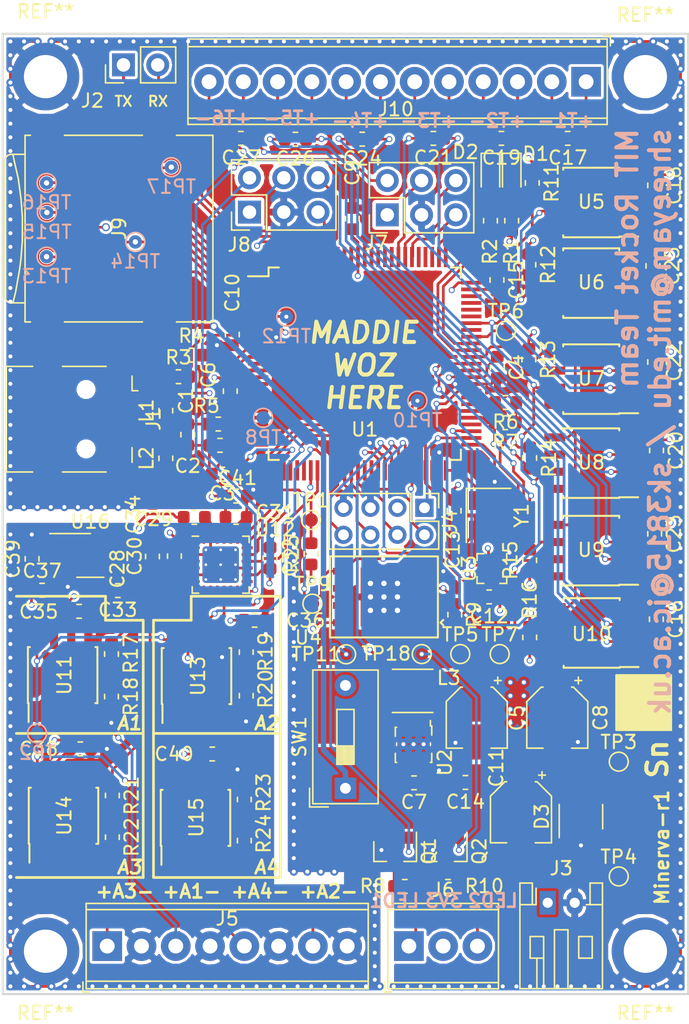
<source format=kicad_pcb>
(kicad_pcb (version 20171130) (host pcbnew "(5.0.0)")
  (layers (0 F.Cu signal) (1 In1.Cu power) (2 In2.Cu power) (31 B.Cu signal) (34 B.Paste user) (35 F.Paste user) (36 B.SilkS user) (37 F.SilkS user) (38 B.Mask user) (39 F.Mask user) (44 Edge.Cuts user))
  (net 0 "")
  (net 1 GND)
  (net 2 /thermocouples/T4-)
  (net 3 /thermocouples/T4+)
  (net 4 +3V3)
  (net 5 /thermocouples/T3+)
  (net 6 /thermocouples/T3-)
  (net 7 /thermocouples/T2-)
  (net 8 /thermocouples/T2+)
  (net 9 /thermocouples/T1+)
  (net 10 /thermocouples/T1-)
  (net 11 /thermocouples/T6-)
  (net 12 /thermocouples/T6+)
  (net 13 /thermocouples/T5+)
  (net 14 /thermocouples/T5-)
  (net 15 "Net-(U1-Pad7)")
  (net 16 "Net-(U1-Pad13)")
  (net 17 "Net-(U1-Pad14)")
  (net 18 "Net-(U1-Pad15)")
  (net 19 "Net-(U1-Pad16)")
  (net 20 "Net-(U1-Pad17)")
  (net 21 "Net-(U1-Pad18)")
  (net 22 "Net-(U1-Pad19)")
  (net 23 "Net-(U1-Pad20)")
  (net 24 "Net-(U1-Pad21)")
  (net 25 "Net-(U1-Pad27)")
  (net 26 "Net-(U1-Pad28)")
  (net 27 "Net-(U1-Pad29)")
  (net 28 "Net-(U1-Pad33)")
  (net 29 "Net-(U1-Pad70)")
  (net 30 "Net-(U1-Pad71)")
  (net 31 "Net-(U1-Pad72)")
  (net 32 "Net-(U1-Pad73)")
  (net 33 "Net-(U1-Pad76)")
  (net 34 "Net-(U1-Pad78)")
  (net 35 "Net-(U1-Pad79)")
  (net 36 "Net-(U1-Pad80)")
  (net 37 "Net-(U1-Pad84)")
  (net 38 "Net-(U1-Pad90)")
  (net 39 "Net-(U1-Pad91)")
  (net 40 "Net-(SW1-Pad2)")
  (net 41 /D+)
  (net 42 /D-)
  (net 43 +BATT)
  (net 44 /SD_DAT1)
  (net 45 /SD_DAT0)
  (net 46 /SD_CLK)
  (net 47 /SD_CMD)
  (net 48 /SD_DAT3)
  (net 49 /SD_DAT2)
  (net 50 /analog/FG4)
  (net 51 /analog/FG1)
  (net 52 /analog/OUT1)
  (net 53 /analog/FG2)
  (net 54 /analog/FG3)
  (net 55 /analog/OUT3)
  (net 56 /analog/OUT4)
  (net 57 /analog/OUT2)
  (net 58 /PTA0)
  (net 59 /PTA1)
  (net 60 /PTA2)
  (net 61 /PTA3)
  (net 62 /OSC_1)
  (net 63 /OSC_2)
  (net 64 /RST)
  (net 65 /SPI2_SCLK)
  (net 66 /SPI2_MOSI)
  (net 67 /SPI2_MISO)
  (net 68 VDD)
  (net 69 "Net-(Q1-Pad3)")
  (net 70 "Net-(Q2-Pad3)")
  (net 71 "Net-(L3-Pad2)")
  (net 72 "Net-(L3-Pad1)")
  (net 73 "Net-(J1-Pad2)")
  (net 74 "Net-(J1-Pad4)")
  (net 75 "Net-(C7-Pad1)")
  (net 76 "Net-(D1-Pad2)")
  (net 77 /LED)
  (net 78 "Net-(C3-Pad1)")
  (net 79 /IN1)
  (net 80 /IN2)
  (net 81 /IN3)
  (net 82 /IN4)
  (net 83 "Net-(J1-Pad3)")
  (net 84 /SPI0_SCLK)
  (net 85 /SPI0_MISO)
  (net 86 /SPI1_SCLK)
  (net 87 /SPI1_MOSI)
  (net 88 /SPI1_MISO)
  (net 89 /CS_TC1)
  (net 90 /CS_TC2)
  (net 91 /CS_TC3)
  (net 92 /CS_TC4)
  (net 93 /CS_TC5)
  (net 94 /CS_TC6)
  (net 95 /LED_E2)
  (net 96 /LED_E1)
  (net 97 /CAL_ANLG)
  (net 98 /CS_ANLG)
  (net 99 /ST_2)
  (net 100 /STBY_2)
  (net 101 /OR_2)
  (net 102 /ST_1)
  (net 103 /STBY_1)
  (net 104 /OR_1)
  (net 105 /V_ACC_2)
  (net 106 /V_ACC_1)
  (net 107 /analog/CHIP_TEMP)
  (net 108 /analog/REFP)
  (net 109 "Net-(U1-Pad57)")
  (net 110 "Net-(U1-Pad92)")
  (net 111 "Net-(U1-Pad87)")
  (net 112 "Net-(U1-Pad86)")
  (net 113 "Net-(U1-Pad85)")
  (net 114 "Net-(U1-Pad39)")
  (net 115 "Net-(U1-Pad38)")
  (net 116 /SPI0_MOSI)
  (net 117 /CS_FLASH)
  (net 118 "Net-(D2-Pad2)")
  (net 119 "Net-(C2-Pad1)")
  (net 120 "Net-(C1-Pad2)")
  (net 121 "Net-(C1-Pad1)")
  (net 122 "Net-(U16-Pad1)")
  (net 123 "Net-(U16-Pad7)")
  (net 124 "Net-(U16-Pad8)")
  (net 125 /SDA)
  (net 126 /SCL)
  (net 127 "Net-(U12-Pad22)")
  (net 128 "Net-(U12-Pad13)")
  (net 129 "Net-(U12-Pad3)")
  (net 130 "Net-(U1-Pad58)")
  (net 131 "Net-(U1-Pad54)")
  (net 132 /ACC_INT)
  (net 133 /UART_TX)
  (net 134 /UART_RX)
  (net 135 "Net-(J6-Pad1)")
  (net 136 "Net-(J6-Pad3)")
  (net 137 "Net-(C33-Pad1)")
  (module Package_QFP:LQFP-100_14x14mm_P0.5mm (layer F.Cu) (at 82.708 131.1148)
    (fp_text reference U1 (at 0 4.8712) (layer F.SilkS))
    (fp_text value MK64F)
    (pad 100 smd rect (at -6 -7.9 90) (size 1.5 0.28) (layers F.Cu F.Paste F.Mask) (net 88 /SPI1_MISO))
    (pad 99 smd rect (at -5.5 -7.9 90) (size 1.5 0.28) (layers F.Cu F.Paste F.Mask) (net 87 /SPI1_MOSI))
    (pad 98 smd rect (at -5 -7.9 90) (size 1.5 0.28) (layers F.Cu F.Paste F.Mask) (net 86 /SPI1_SCLK))
    (pad 97 smd rect (at -4.5 -7.9 90) (size 1.5 0.28) (layers F.Cu F.Paste F.Mask) (net 101 /OR_2))
    (pad 96 smd rect (at -4 -7.9 90) (size 1.5 0.28) (layers F.Cu F.Paste F.Mask) (net 133 /UART_TX))
    (pad 95 smd rect (at -3.5 -7.9 90) (size 1.5 0.28) (layers F.Cu F.Paste F.Mask) (net 134 /UART_RX))
    (pad 94 smd rect (at -3 -7.9 90) (size 1.5 0.28) (layers F.Cu F.Paste F.Mask) (net 99 /ST_2))
    (pad 93 smd rect (at -2.5 -7.9 90) (size 1.5 0.28) (layers F.Cu F.Paste F.Mask) (net 100 /STBY_2))
    (pad 92 smd rect (at -2 -7.9 90) (size 1.5 0.28) (layers F.Cu F.Paste F.Mask) (net 110 "Net-(U1-Pad92)"))
    (pad 91 smd rect (at -1.5 -7.9 90) (size 1.5 0.28) (layers F.Cu F.Paste F.Mask) (net 39 "Net-(U1-Pad91)"))
    (pad 90 smd rect (at -1 -7.9 90) (size 1.5 0.28) (layers F.Cu F.Paste F.Mask) (net 38 "Net-(U1-Pad90)"))
    (pad 89 smd rect (at -0.5 -7.9 90) (size 1.5 0.28) (layers F.Cu F.Paste F.Mask) (net 4 +3V3))
    (pad 88 smd rect (at 0 -7.9 90) (size 1.5 0.28) (layers F.Cu F.Paste F.Mask) (net 1 GND))
    (pad 87 smd rect (at 0.5 -7.9 90) (size 1.5 0.28) (layers F.Cu F.Paste F.Mask) (net 111 "Net-(U1-Pad87)"))
    (pad 86 smd rect (at 1 -7.9 90) (size 1.5 0.28) (layers F.Cu F.Paste F.Mask) (net 112 "Net-(U1-Pad86)"))
    (pad 85 smd rect (at 1.5 -7.9 90) (size 1.5 0.28) (layers F.Cu F.Paste F.Mask) (net 113 "Net-(U1-Pad85)"))
    (pad 84 smd rect (at 2 -7.9 90) (size 1.5 0.28) (layers F.Cu F.Paste F.Mask) (net 37 "Net-(U1-Pad84)"))
    (pad 83 smd rect (at 2.5 -7.9 90) (size 1.5 0.28) (layers F.Cu F.Paste F.Mask) (net 104 /OR_1))
    (pad 82 smd rect (at 3 -7.9 90) (size 1.5 0.28) (layers F.Cu F.Paste F.Mask) (net 103 /STBY_1))
    (pad 81 smd rect (at 3.5 -7.9 90) (size 1.5 0.28) (layers F.Cu F.Paste F.Mask) (net 102 /ST_1))
    (pad 80 smd rect (at 4 -7.9 90) (size 1.5 0.28) (layers F.Cu F.Paste F.Mask) (net 36 "Net-(U1-Pad80)"))
    (pad 79 smd rect (at 4.5 -7.9 90) (size 1.5 0.28) (layers F.Cu F.Paste F.Mask) (net 35 "Net-(U1-Pad79)"))
    (pad 78 smd rect (at 5 -7.9 90) (size 1.5 0.28) (layers F.Cu F.Paste F.Mask) (net 34 "Net-(U1-Pad78)"))
    (pad 77 smd rect (at 5.5 -7.9 90) (size 1.5 0.28) (layers F.Cu F.Paste F.Mask) (net 77 /LED))
    (pad 76 smd rect (at 6 -7.9 90) (size 1.5 0.28) (layers F.Cu F.Paste F.Mask) (net 33 "Net-(U1-Pad76)"))
    (pad 75 smd rect (at 7.9 -6) (size 1.5 0.28) (layers F.Cu F.Paste F.Mask) (net 4 +3V3))
    (pad 74 smd rect (at 7.9 -5.5) (size 1.5 0.28) (layers F.Cu F.Paste F.Mask) (net 1 GND))
    (pad 73 smd rect (at 7.9 -5) (size 1.5 0.28) (layers F.Cu F.Paste F.Mask) (net 32 "Net-(U1-Pad73)"))
    (pad 72 smd rect (at 7.9 -4.5) (size 1.5 0.28) (layers F.Cu F.Paste F.Mask) (net 31 "Net-(U1-Pad72)"))
    (pad 71 smd rect (at 7.9 -4) (size 1.5 0.28) (layers F.Cu F.Paste F.Mask) (net 30 "Net-(U1-Pad71)"))
    (pad 70 smd rect (at 7.9 -3.5) (size 1.5 0.28) (layers F.Cu F.Paste F.Mask) (net 29 "Net-(U1-Pad70)"))
    (pad 69 smd rect (at 7.9 -3) (size 1.5 0.28) (layers F.Cu F.Paste F.Mask) (net 67 /SPI2_MISO))
    (pad 68 smd rect (at 7.9 -2.5) (size 1.5 0.28) (layers F.Cu F.Paste F.Mask) (net 66 /SPI2_MOSI))
    (pad 67 smd rect (at 7.9 -2) (size 1.5 0.28) (layers F.Cu F.Paste F.Mask) (net 65 /SPI2_SCLK))
    (pad 66 smd rect (at 7.9 -1.5) (size 1.5 0.28) (layers F.Cu F.Paste F.Mask) (net 90 /CS_TC2))
    (pad 65 smd rect (at 7.9 -1) (size 1.5 0.28) (layers F.Cu F.Paste F.Mask) (net 89 /CS_TC1))
    (pad 64 smd rect (at 7.9 -0.5) (size 1.5 0.28) (layers F.Cu F.Paste F.Mask) (net 91 /CS_TC3))
    (pad 63 smd rect (at 7.9 0) (size 1.5 0.28) (layers F.Cu F.Paste F.Mask) (net 92 /CS_TC4))
    (pad 62 smd rect (at 7.9 0.5) (size 1.5 0.28) (layers F.Cu F.Paste F.Mask) (net 93 /CS_TC5))
    (pad 61 smd rect (at 7.9 1) (size 1.5 0.28) (layers F.Cu F.Paste F.Mask) (net 4 +3V3))
    (pad 60 smd rect (at 7.9 1.5) (size 1.5 0.28) (layers F.Cu F.Paste F.Mask) (net 1 GND))
    (pad 59 smd rect (at 7.9 2) (size 1.5 0.28) (layers F.Cu F.Paste F.Mask) (net 94 /CS_TC6))
    (pad 58 smd rect (at 7.9 2.5) (size 1.5 0.28) (layers F.Cu F.Paste F.Mask) (net 130 "Net-(U1-Pad58)"))
    (pad 57 smd rect (at 7.9 3) (size 1.5 0.28) (layers F.Cu F.Paste F.Mask) (net 109 "Net-(U1-Pad57)"))
    (pad 56 smd rect (at 7.9 3.5) (size 1.5 0.28) (layers F.Cu F.Paste F.Mask) (net 125 /SDA))
    (pad 55 smd rect (at 7.9 4) (size 1.5 0.28) (layers F.Cu F.Paste F.Mask) (net 126 /SCL))
    (pad 54 smd rect (at 7.9 4.5) (size 1.5 0.28) (layers F.Cu F.Paste F.Mask) (net 131 "Net-(U1-Pad54)"))
    (pad 53 smd rect (at 7.9 5) (size 1.5 0.28) (layers F.Cu F.Paste F.Mask) (net 132 /ACC_INT))
    (pad 52 smd rect (at 7.9 5.5) (size 1.5 0.28) (layers F.Cu F.Paste F.Mask) (net 64 /RST))
    (pad 51 smd rect (at 7.9 6) (size 1.5 0.28) (layers F.Cu F.Paste F.Mask) (net 63 /OSC_2))
    (pad 50 smd rect (at 6 7.9 90) (size 1.5 0.28) (layers F.Cu F.Paste F.Mask) (net 62 /OSC_1))
    (pad 49 smd rect (at 5.5 7.9 90) (size 1.5 0.28) (layers F.Cu F.Paste F.Mask) (net 1 GND))
    (pad 48 smd rect (at 5 7.9 90) (size 1.5 0.28) (layers F.Cu F.Paste F.Mask) (net 4 +3V3))
    (pad 47 smd rect (at 4.5 7.9 90) (size 1.5 0.28) (layers F.Cu F.Paste F.Mask) (net 85 /SPI0_MISO))
    (pad 46 smd rect (at 4 7.9 90) (size 1.5 0.28) (layers F.Cu F.Paste F.Mask) (net 116 /SPI0_MOSI))
    (pad 45 smd rect (at 3.5 7.9 90) (size 1.5 0.28) (layers F.Cu F.Paste F.Mask) (net 84 /SPI0_SCLK))
    (pad 44 smd rect (at 3 7.9 90) (size 1.5 0.28) (layers F.Cu F.Paste F.Mask) (net 117 /CS_FLASH))
    (pad 43 smd rect (at 2.5 7.9 90) (size 1.5 0.28) (layers F.Cu F.Paste F.Mask) (net 95 /LED_E2))
    (pad 42 smd rect (at 2 7.9 90) (size 1.5 0.28) (layers F.Cu F.Paste F.Mask) (net 96 /LED_E1))
    (pad 41 smd rect (at 1.5 7.9 90) (size 1.5 0.28) (layers F.Cu F.Paste F.Mask) (net 1 GND))
    (pad 40 smd rect (at 1 7.9 90) (size 1.5 0.28) (layers F.Cu F.Paste F.Mask) (net 4 +3V3))
    (pad 39 smd rect (at 0.5 7.9 90) (size 1.5 0.28) (layers F.Cu F.Paste F.Mask) (net 114 "Net-(U1-Pad39)"))
    (pad 38 smd rect (at 0 7.9 90) (size 1.5 0.28) (layers F.Cu F.Paste F.Mask) (net 115 "Net-(U1-Pad38)"))
    (pad 37 smd rect (at -0.5 7.9 90) (size 1.5 0.28) (layers F.Cu F.Paste F.Mask) (net 61 /PTA3))
    (pad 36 smd rect (at -1 7.9 90) (size 1.5 0.28) (layers F.Cu F.Paste F.Mask) (net 60 /PTA2))
    (pad 35 smd rect (at -1.5 7.9 90) (size 1.5 0.28) (layers F.Cu F.Paste F.Mask) (net 59 /PTA1))
    (pad 34 smd rect (at -2 7.9 90) (size 1.5 0.28) (layers F.Cu F.Paste F.Mask) (net 58 /PTA0))
    (pad 33 smd rect (at -2.5 7.9 90) (size 1.5 0.28) (layers F.Cu F.Paste F.Mask) (net 28 "Net-(U1-Pad33)"))
    (pad 32 smd rect (at -3 7.9 90) (size 1.5 0.28) (layers F.Cu F.Paste F.Mask) (net 97 /CAL_ANLG))
    (pad 31 smd rect (at -3.5 7.9 90) (size 1.5 0.28) (layers F.Cu F.Paste F.Mask) (net 98 /CS_ANLG))
    (pad 30 smd rect (at -4 7.9 90) (size 1.5 0.28) (layers F.Cu F.Paste F.Mask) (net 4 +3V3))
    (pad 29 smd rect (at -4.5 7.9 90) (size 1.5 0.28) (layers F.Cu F.Paste F.Mask) (net 27 "Net-(U1-Pad29)"))
    (pad 28 smd rect (at -5 7.9 90) (size 1.5 0.28) (layers F.Cu F.Paste F.Mask) (net 26 "Net-(U1-Pad28)"))
    (pad 27 smd rect (at -5.5 7.9 90) (size 1.5 0.28) (layers F.Cu F.Paste F.Mask) (net 25 "Net-(U1-Pad27)"))
    (pad 26 smd rect (at -6 7.9 90) (size 1.5 0.28) (layers F.Cu F.Paste F.Mask) (net 78 "Net-(C3-Pad1)"))
    (pad 25 smd rect (at -7.9 6) (size 1.5 0.28) (layers F.Cu F.Paste F.Mask) (net 121 "Net-(C1-Pad1)"))
    (pad 24 smd rect (at -7.9 5.5) (size 1.5 0.28) (layers F.Cu F.Paste F.Mask) (net 121 "Net-(C1-Pad1)"))
    (pad 23 smd rect (at -7.9 5) (size 1.5 0.28) (layers F.Cu F.Paste F.Mask) (net 119 "Net-(C2-Pad1)"))
    (pad 22 smd rect (at -7.9 4.5) (size 1.5 0.28) (layers F.Cu F.Paste F.Mask) (net 120 "Net-(C1-Pad2)"))
    (pad 21 smd rect (at -7.9 4) (size 1.5 0.28) (layers F.Cu F.Paste F.Mask) (net 24 "Net-(U1-Pad21)"))
    (pad 20 smd rect (at -7.9 3.5) (size 1.5 0.28) (layers F.Cu F.Paste F.Mask) (net 23 "Net-(U1-Pad20)"))
    (pad 19 smd rect (at -7.9 3) (size 1.5 0.28) (layers F.Cu F.Paste F.Mask) (net 22 "Net-(U1-Pad19)"))
    (pad 18 smd rect (at -7.9 2.5) (size 1.5 0.28) (layers F.Cu F.Paste F.Mask) (net 21 "Net-(U1-Pad18)"))
    (pad 17 smd rect (at -7.9 2) (size 1.5 0.28) (layers F.Cu F.Paste F.Mask) (net 20 "Net-(U1-Pad17)"))
    (pad 16 smd rect (at -7.9 1.5) (size 1.5 0.28) (layers F.Cu F.Paste F.Mask) (net 19 "Net-(U1-Pad16)"))
    (pad 15 smd rect (at -7.9 1) (size 1.5 0.28) (layers F.Cu F.Paste F.Mask) (net 18 "Net-(U1-Pad15)"))
    (pad 14 smd rect (at -7.9 0.5) (size 1.5 0.28) (layers F.Cu F.Paste F.Mask) (net 17 "Net-(U1-Pad14)"))
    (pad 13 smd rect (at -7.9 0) (size 1.5 0.28) (layers F.Cu F.Paste F.Mask) (net 16 "Net-(U1-Pad13)"))
    (pad 12 smd rect (at -7.9 -0.5) (size 1.5 0.28) (layers F.Cu F.Paste F.Mask) (net 4 +3V3))
    (pad 11 smd rect (at -7.9 -1) (size 1.5 0.28) (layers F.Cu F.Paste F.Mask) (net 42 /D-))
    (pad 10 smd rect (at -7.9 -1.5) (size 1.5 0.28) (layers F.Cu F.Paste F.Mask) (net 41 /D+))
    (pad 9 smd rect (at -7.9 -2) (size 1.5 0.28) (layers F.Cu F.Paste F.Mask) (net 1 GND))
    (pad 8 smd rect (at -7.9 -2.5) (size 1.5 0.28) (layers F.Cu F.Paste F.Mask) (net 4 +3V3))
    (pad 7 smd rect (at -7.9 -3) (size 1.5 0.28) (layers F.Cu F.Paste F.Mask) (net 15 "Net-(U1-Pad7)"))
    (pad 6 smd rect (at -7.9 -3.5) (size 1.5 0.28) (layers F.Cu F.Paste F.Mask) (net 49 /SD_DAT2))
    (pad 5 smd rect (at -7.9 -4) (size 1.5 0.28) (layers F.Cu F.Paste F.Mask) (net 48 /SD_DAT3))
    (pad 4 smd rect (at -7.9 -4.5) (size 1.5 0.28) (layers F.Cu F.Paste F.Mask) (net 47 /SD_CMD))
    (pad 3 smd rect (at -7.9 -5) (size 1.5 0.28) (layers F.Cu F.Paste F.Mask) (net 46 /SD_CLK))
    (pad 2 smd rect (at -7.9 -5.5) (size 1.5 0.28) (layers F.Cu F.Paste F.Mask) (net 45 /SD_DAT0))
    (pad 1 smd rect (at -7.9 -6) (size 1.5 0.28) (layers F.Cu F.Paste F.Mask) (net 44 /SD_DAT1))
  )
  (module Connector_PinHeader_2.54mm:PinHeader_1x02_P2.54mm_Vertical (layer F.Cu) (at 64.831 108.986 90)
    (fp_text reference J2 (at -2.65 -2.3 180) (layer F.SilkS))
    (fp_text value Conn_01x02)
    (pad 1 thru_hole rect (at 0 0 90) (size 1.7 1.7) (drill 1) (layers *.Cu *.Mask) (net 133 /UART_TX))
    (pad 2 thru_hole oval (at 0 2.54 90) (size 1.7 1.7) (drill 1) (layers *.Cu *.Mask) (net 134 /UART_RX))
  )
  (module Package_LGA:LGA-12_2x2mm_P0.5mm (layer F.Cu) (at 92.131 146.286 270)
    (fp_text reference U3 (at 0 1.7 270) (layer F.SilkS))
    (fp_text value KXTJ3-1057)
    (pad 2 smd rect (at -0.7625 -0.25 270) (size 0.375 0.35) (layers F.Cu F.Paste F.Mask) (net 125 /SDA))
    (pad 3 smd rect (at -0.7625 0.25 270) (size 0.375 0.35) (layers F.Cu F.Paste F.Mask) (net 4 +3V3))
    (pad 9 smd rect (at 0.7625 -0.25 270) (size 0.375 0.35) (layers F.Cu F.Paste F.Mask) (net 1 GND))
    (pad 8 smd rect (at 0.7625 0.25 270) (size 0.375 0.35) (layers F.Cu F.Paste F.Mask) (net 1 GND))
    (pad 4 smd rect (at -0.7625 0.75 270) (size 0.375 0.35) (layers F.Cu F.Paste F.Mask) (net 1 GND))
    (pad 7 smd rect (at 0.7625 0.75 270) (size 0.375 0.35) (layers F.Cu F.Paste F.Mask) (net 4 +3V3))
    (pad 1 smd rect (at -0.7625 -0.75 270) (size 0.375 0.35) (layers F.Cu F.Paste F.Mask) (net 1 GND))
    (pad 10 smd rect (at 0.7625 -0.75 270) (size 0.375 0.35) (layers F.Cu F.Paste F.Mask) (net 4 +3V3))
    (pad 5 smd rect (at -0.25 0.7625) (size 0.375 0.35) (layers F.Cu F.Paste F.Mask) (net 132 /ACC_INT))
    (pad 6 smd rect (at 0.25 0.7625) (size 0.375 0.35) (layers F.Cu F.Paste F.Mask) (net 1 GND))
    (pad 11 smd rect (at 0.25 -0.7625) (size 0.375 0.35) (layers F.Cu F.Paste F.Mask) (net 4 +3V3))
    (pad 12 smd rect (at -0.25 -0.7625) (size 0.375 0.35) (layers F.Cu F.Paste F.Mask) (net 126 /SCL))
  )
  (module TestPoint:TestPoint_Pad_D1.0mm (layer F.Cu) (at 89.789 152.619)
    (fp_text reference TP5 (at 0 -1.448) (layer F.SilkS))
    (fp_text value TestPoint)
    (pad 1 smd circle (at 0 0) (size 1 1) (layers F.Cu F.Mask) (net 67 /SPI2_MISO))
  )
  (module Resistor_SMD:R_0603_1608Metric (layer F.Cu) (at 94.931 138.0985 270)
    (fp_text reference R14 (at 0 -1.43 270) (layer F.SilkS))
    (fp_text value R)
    (pad 2 smd roundrect (at 0.7875 0 270) (size 0.875 0.95) (layers F.Cu F.Paste F.Mask) (net 92 /CS_TC4))
    (pad 1 smd roundrect (at -0.7875 0 270) (size 0.875 0.95) (layers F.Cu F.Paste F.Mask) (net 4 +3V3))
  )
  (module Capacitor_SMD:C_0603_1608Metric (layer F.Cu) (at 91.931 148.386 180)
    (fp_text reference C12 (at 0 -1.43 180) (layer F.SilkS))
    (fp_text value 100nF)
    (pad 1 smd roundrect (at -0.7875 0 180) (size 0.875 0.95) (layers F.Cu F.Paste F.Mask) (net 4 +3V3))
    (pad 2 smd roundrect (at 0.7875 0 180) (size 0.875 0.95) (layers F.Cu F.Paste F.Mask) (net 1 GND))
  )
  (module Resistor_SMD:R_0603_1608Metric (layer F.Cu) (at 93.1185 135.486 180)
    (fp_text reference R7 (at 0 -1.43 180) (layer F.SilkS))
    (fp_text value 4k7)
    (pad 2 smd roundrect (at 0.7875 0 180) (size 0.875 0.95) (layers F.Cu F.Paste F.Mask) (net 126 /SCL))
    (pad 1 smd roundrect (at -0.7875 0 180) (size 0.875 0.95) (layers F.Cu F.Paste F.Mask) (net 4 +3V3))
  )
  (module Resistor_SMD:R_0603_1608Metric (layer F.Cu) (at 93.1435 133.986 180)
    (fp_text reference R6 (at 0 -1.43 180) (layer F.SilkS))
    (fp_text value 4k7)
    (pad 1 smd roundrect (at -0.7875 0 180) (size 0.875 0.95) (layers F.Cu F.Paste F.Mask) (net 4 +3V3))
    (pad 2 smd roundrect (at 0.7875 0 180) (size 0.875 0.95) (layers F.Cu F.Paste F.Mask) (net 125 /SDA))
  )
  (module Resistor_SMD:R_0603_1608Metric (layer F.Cu) (at 89.381 149.6985 270)
    (fp_text reference R9 (at 0 -1.43 270) (layer F.SilkS))
    (fp_text value 10k)
    (pad 2 smd roundrect (at 0.7875 0 270) (size 0.875 0.95) (layers F.Cu F.Paste F.Mask) (net 117 /CS_FLASH))
    (pad 1 smd roundrect (at -0.7875 0 270) (size 0.875 0.95) (layers F.Cu F.Paste F.Mask) (net 4 +3V3))
  )
  (module "custom:WSON-8 8x6mm" (layer F.Cu) (at 84.131 148.386 180)
    (fp_text reference U4 (at 5.6 -3 180) (layer F.SilkS))
    (fp_text value W25N01GV)
    (pad 5 smd rect (at 3.5 1.905 180) (size 0.55 0.5) (layers F.Cu F.Paste F.Mask) (net 116 /SPI0_MOSI))
    (pad 6 smd rect (at 3.5 0.635 180) (size 0.55 0.5) (layers F.Cu F.Paste F.Mask) (net 84 /SPI0_SCLK))
    (pad 7 smd rect (at 3.5 -0.635 180) (size 0.55 0.5) (layers F.Cu F.Paste F.Mask) (net 4 +3V3))
    (pad 8 smd rect (at 3.5 -1.905 180) (size 0.55 0.5) (layers F.Cu F.Paste F.Mask) (net 4 +3V3))
    (pad 4 smd rect (at -3.5 1.905 180) (size 0.55 0.5) (layers F.Cu F.Paste F.Mask) (net 1 GND))
    (pad 3 smd rect (at -3.5 0.635 180) (size 0.55 0.5) (layers F.Cu F.Paste F.Mask) (net 4 +3V3))
    (pad 2 smd rect (at -3.5 -0.635 180) (size 0.55 0.5) (layers F.Cu F.Paste F.Mask) (net 85 /SPI0_MISO))
    (pad 1 smd rect (at -3.5 -1.905 180) (size 0.55 0.5) (layers F.Cu F.Paste F.Mask) (net 117 /CS_FLASH))
    (pad 9 smd rect (at 0 0 180) (size 3.45 4.35) (layers F.Cu F.Paste F.Mask) (net 1 GND))
  )
  (module Connector_PinHeader_2.00mm:PinHeader_2x04_P2.00mm_Vertical (layer F.Cu) (at 87.131 141.786 270)
    (fp_text reference J4 (at 1 -1.9 270) (layer F.SilkS))
    (fp_text value Programmer)
    (pad 1 thru_hole rect (at 0 0 270) (size 1.35 1.35) (drill 0.8) (layers *.Cu *.Mask) (net 64 /RST))
    (pad 2 thru_hole oval (at 2 0 270) (size 1.35 1.35) (drill 0.8) (layers *.Cu *.Mask) (net 61 /PTA3))
    (pad 3 thru_hole oval (at 0 2 270) (size 1.35 1.35) (drill 0.8) (layers *.Cu *.Mask) (net 4 +3V3))
    (pad 4 thru_hole oval (at 2 2 270) (size 1.35 1.35) (drill 0.8) (layers *.Cu *.Mask) (net 60 /PTA2))
    (pad 5 thru_hole oval (at 0 4 270) (size 1.35 1.35) (drill 0.8) (layers *.Cu *.Mask) (net 1 GND))
    (pad 6 thru_hole oval (at 2 4 270) (size 1.35 1.35) (drill 0.8) (layers *.Cu *.Mask) (net 59 /PTA1))
    (pad 7 thru_hole oval (at 0 6 270) (size 1.35 1.35) (drill 0.8) (layers *.Cu *.Mask) (net 1 GND))
    (pad 8 thru_hole oval (at 2 6 270) (size 1.35 1.35) (drill 0.8) (layers *.Cu *.Mask) (net 58 /PTA0))
  )
  (module Resistor_SMD:R_0603_1608Metric (layer F.Cu) (at 78.731 145.1985 90)
    (fp_text reference R25 (at 0 -1.43 90) (layer F.SilkS))
    (fp_text value 10k)
    (pad 1 smd roundrect (at -0.7875 0 90) (size 0.875 0.95) (layers F.Cu F.Paste F.Mask) (net 4 +3V3))
    (pad 2 smd roundrect (at 0.7875 0 90) (size 0.875 0.95) (layers F.Cu F.Paste F.Mask) (net 98 /CS_ANLG))
  )
  (module custom:TerminalBlock_Phoenix_MPT-0,5-3-2.54_1x03_P2.54mm_Horizontal (layer F.Cu) (at 85.979 174.244)
    (fp_text reference J6 (at 2.54 -4.16) (layer F.SilkS))
    (fp_text value "Driven LEDs")
    (pad 1 thru_hole rect (at 0 0) (size 2.2 2.2) (drill 1.1) (layers *.Cu *.Mask) (net 135 "Net-(J6-Pad1)"))
    (pad 2 thru_hole circle (at 2.54 0) (size 2.2 2.2) (drill 1.1) (layers *.Cu *.Mask) (net 4 +3V3))
    (pad 3 thru_hole circle (at 5.08 0) (size 2.2 2.2) (drill 1.1) (layers *.Cu *.Mask) (net 136 "Net-(J6-Pad3)"))
  )
  (module Package_SO:SOIC-8_3.9x4.9mm_P1.27mm (layer F.Cu) (at 99.4918 132.2578 180)
    (fp_text reference U7 (at -0.0127 0.0508 180) (layer F.SilkS))
    (fp_text value MAX31855KASA)
    (pad 1 smd rect (at -2.7 -1.905 180) (size 1.55 0.6) (layers F.Cu F.Paste F.Mask) (net 1 GND))
    (pad 2 smd rect (at -2.7 -0.635 180) (size 1.55 0.6) (layers F.Cu F.Paste F.Mask) (net 6 /thermocouples/T3-))
    (pad 3 smd rect (at -2.7 0.635 180) (size 1.55 0.6) (layers F.Cu F.Paste F.Mask) (net 5 /thermocouples/T3+))
    (pad 4 smd rect (at -2.7 1.905 180) (size 1.55 0.6) (layers F.Cu F.Paste F.Mask) (net 4 +3V3))
    (pad 5 smd rect (at 2.7 1.905 180) (size 1.55 0.6) (layers F.Cu F.Paste F.Mask) (net 65 /SPI2_SCLK))
    (pad 6 smd rect (at 2.7 0.635 180) (size 1.55 0.6) (layers F.Cu F.Paste F.Mask) (net 91 /CS_TC3))
    (pad 7 smd rect (at 2.7 -0.635 180) (size 1.55 0.6) (layers F.Cu F.Paste F.Mask) (net 67 /SPI2_MISO))
    (pad 8 smd rect (at 2.7 -1.905 180) (size 1.55 0.6) (layers F.Cu F.Paste F.Mask))
  )
  (module Package_SO:SOIC-8_3.9x4.9mm_P1.27mm (layer F.Cu) (at 99.4918 138.4808 180)
    (fp_text reference U8 (at -0.0127 0.0508 180) (layer F.SilkS))
    (fp_text value MAX31855KASA)
    (pad 8 smd rect (at 2.7 -1.905 180) (size 1.55 0.6) (layers F.Cu F.Paste F.Mask))
    (pad 7 smd rect (at 2.7 -0.635 180) (size 1.55 0.6) (layers F.Cu F.Paste F.Mask) (net 67 /SPI2_MISO))
    (pad 6 smd rect (at 2.7 0.635 180) (size 1.55 0.6) (layers F.Cu F.Paste F.Mask) (net 92 /CS_TC4))
    (pad 5 smd rect (at 2.7 1.905 180) (size 1.55 0.6) (layers F.Cu F.Paste F.Mask) (net 65 /SPI2_SCLK))
    (pad 4 smd rect (at -2.7 1.905 180) (size 1.55 0.6) (layers F.Cu F.Paste F.Mask) (net 4 +3V3))
    (pad 3 smd rect (at -2.7 0.635 180) (size 1.55 0.6) (layers F.Cu F.Paste F.Mask) (net 3 /thermocouples/T4+))
    (pad 2 smd rect (at -2.7 -0.635 180) (size 1.55 0.6) (layers F.Cu F.Paste F.Mask) (net 2 /thermocouples/T4-))
    (pad 1 smd rect (at -2.7 -1.905 180) (size 1.55 0.6) (layers F.Cu F.Paste F.Mask) (net 1 GND))
  )
  (module Package_SO:SOIC-8_3.9x4.9mm_P1.27mm (layer F.Cu) (at 99.4918 119.1768 180)
    (fp_text reference U5 (at -0.0127 0.0508 180) (layer F.SilkS))
    (fp_text value MAX31855KASA)
    (pad 1 smd rect (at -2.7 -1.905 180) (size 1.55 0.6) (layers F.Cu F.Paste F.Mask) (net 1 GND))
    (pad 2 smd rect (at -2.7 -0.635 180) (size 1.55 0.6) (layers F.Cu F.Paste F.Mask) (net 10 /thermocouples/T1-))
    (pad 3 smd rect (at -2.7 0.635 180) (size 1.55 0.6) (layers F.Cu F.Paste F.Mask) (net 9 /thermocouples/T1+))
    (pad 4 smd rect (at -2.7 1.905 180) (size 1.55 0.6) (layers F.Cu F.Paste F.Mask) (net 4 +3V3))
    (pad 5 smd rect (at 2.7 1.905 180) (size 1.55 0.6) (layers F.Cu F.Paste F.Mask) (net 65 /SPI2_SCLK))
    (pad 6 smd rect (at 2.7 0.635 180) (size 1.55 0.6) (layers F.Cu F.Paste F.Mask) (net 89 /CS_TC1))
    (pad 7 smd rect (at 2.7 -0.635 180) (size 1.55 0.6) (layers F.Cu F.Paste F.Mask) (net 67 /SPI2_MISO))
    (pad 8 smd rect (at 2.7 -1.905 180) (size 1.55 0.6) (layers F.Cu F.Paste F.Mask))
  )
  (module Resistor_SMD:R_0603_1608Metric (layer F.Cu) (at 94.869 130.81 270)
    (fp_text reference R13 (at 0 -1.43 270) (layer F.SilkS))
    (fp_text value R)
    (pad 1 smd roundrect (at -0.7875 0 270) (size 0.875 0.95) (layers F.Cu F.Paste F.Mask) (net 4 +3V3))
    (pad 2 smd roundrect (at 0.7875 0 270) (size 0.875 0.95) (layers F.Cu F.Paste F.Mask) (net 91 /CS_TC3))
  )
  (module Resistor_SMD:R_0603_1608Metric (layer F.Cu) (at 94.931 145.6735 90)
    (fp_text reference R15 (at 0 -1.43 90) (layer F.SilkS))
    (fp_text value R)
    (pad 2 smd roundrect (at 0.7875 0 90) (size 0.875 0.95) (layers F.Cu F.Paste F.Mask) (net 93 /CS_TC5))
    (pad 1 smd roundrect (at -0.7875 0 90) (size 0.875 0.95) (layers F.Cu F.Paste F.Mask) (net 4 +3V3))
  )
  (module Resistor_SMD:R_0603_1608Metric (layer F.Cu) (at 94.9325 151.384 90)
    (fp_text reference R16 (at 2.798 -0.0015 90) (layer F.SilkS))
    (fp_text value R)
    (pad 1 smd roundrect (at -0.7875 0 90) (size 0.875 0.95) (layers F.Cu F.Paste F.Mask) (net 4 +3V3))
    (pad 2 smd roundrect (at 0.7875 0 90) (size 0.875 0.95) (layers F.Cu F.Paste F.Mask) (net 94 /CS_TC6))
  )
  (module Resistor_SMD:R_0603_1608Metric (layer F.Cu) (at 94.869 123.787 270)
    (fp_text reference R12 (at 0 -1.43 270) (layer F.SilkS))
    (fp_text value R)
    (pad 2 smd roundrect (at 0.7875 0 270) (size 0.875 0.95) (layers F.Cu F.Paste F.Mask) (net 90 /CS_TC2))
    (pad 1 smd roundrect (at -0.7875 0 270) (size 0.875 0.95) (layers F.Cu F.Paste F.Mask) (net 4 +3V3))
  )
  (module Resistor_SMD:R_0603_1608Metric (layer F.Cu) (at 95.123 117.729 270)
    (fp_text reference R11 (at 0 -1.43 270) (layer F.SilkS))
    (fp_text value R)
    (pad 1 smd roundrect (at -0.7875 0 270) (size 0.875 0.95) (layers F.Cu F.Paste F.Mask) (net 4 +3V3))
    (pad 2 smd roundrect (at 0.7875 0 270) (size 0.875 0.95) (layers F.Cu F.Paste F.Mask) (net 89 /CS_TC1))
  )
  (module TerminalBlock_Phoenix:TerminalBlock_Phoenix_MPT-0,5-12-2.54_1x12_P2.54mm_Horizontal (layer F.Cu) (at 99.1108 110.236 180)
    (fp_text reference J10 (at 14.097 -2.032 180) (layer F.SilkS))
    (fp_text value "Thermocouple Input")
    (pad 1 thru_hole rect (at 0 0 180) (size 2.2 2.2) (drill 1.1) (layers *.Cu *.Mask) (net 9 /thermocouples/T1+))
    (pad 2 thru_hole circle (at 2.54 0 180) (size 2.2 2.2) (drill 1.1) (layers *.Cu *.Mask) (net 10 /thermocouples/T1-))
    (pad 3 thru_hole circle (at 5.08 0 180) (size 2.2 2.2) (drill 1.1) (layers *.Cu *.Mask) (net 8 /thermocouples/T2+))
    (pad 4 thru_hole circle (at 7.62 0 180) (size 2.2 2.2) (drill 1.1) (layers *.Cu *.Mask) (net 7 /thermocouples/T2-))
    (pad 5 thru_hole circle (at 10.16 0 180) (size 2.2 2.2) (drill 1.1) (layers *.Cu *.Mask) (net 5 /thermocouples/T3+))
    (pad 6 thru_hole circle (at 12.7 0 180) (size 2.2 2.2) (drill 1.1) (layers *.Cu *.Mask) (net 6 /thermocouples/T3-))
    (pad 7 thru_hole circle (at 15.24 0 180) (size 2.2 2.2) (drill 1.1) (layers *.Cu *.Mask) (net 3 /thermocouples/T4+))
    (pad 8 thru_hole circle (at 17.78 0 180) (size 2.2 2.2) (drill 1.1) (layers *.Cu *.Mask) (net 2 /thermocouples/T4-))
    (pad 9 thru_hole circle (at 20.32 0 180) (size 2.2 2.2) (drill 1.1) (layers *.Cu *.Mask) (net 13 /thermocouples/T5+))
    (pad 10 thru_hole circle (at 22.86 0 180) (size 2.2 2.2) (drill 1.1) (layers *.Cu *.Mask) (net 14 /thermocouples/T5-))
    (pad 11 thru_hole circle (at 25.4 0 180) (size 2.2 2.2) (drill 1.1) (layers *.Cu *.Mask) (net 12 /thermocouples/T6+))
    (pad 12 thru_hole circle (at 27.94 0 180) (size 2.2 2.2) (drill 1.1) (layers *.Cu *.Mask) (net 11 /thermocouples/T6-))
  )
  (module Capacitor_SMD:C_0603_1608Metric (layer F.Cu) (at 77.5715 114.4905 180)
    (fp_text reference C26 (at 0 -1.43 180) (layer F.SilkS))
    (fp_text value 10nF)
    (pad 2 smd roundrect (at 0.7875 0 180) (size 0.875 0.95) (layers F.Cu F.Paste F.Mask) (net 14 /thermocouples/T5-))
    (pad 1 smd roundrect (at -0.7875 0 180) (size 0.875 0.95) (layers F.Cu F.Paste F.Mask) (net 13 /thermocouples/T5+))
  )
  (module Capacitor_SMD:C_0603_1608Metric (layer F.Cu) (at 97.752 114.427 180)
    (fp_text reference C17 (at 0 -1.43 180) (layer F.SilkS))
    (fp_text value 10nF)
    (pad 2 smd roundrect (at 0.7875 0 180) (size 0.875 0.95) (layers F.Cu F.Paste F.Mask) (net 10 /thermocouples/T1-))
    (pad 1 smd roundrect (at -0.7875 0 180) (size 0.875 0.95) (layers F.Cu F.Paste F.Mask) (net 9 /thermocouples/T1+))
  )
  (module Capacitor_SMD:C_0603_1608Metric (layer F.Cu) (at 92.837 114.427 180)
    (fp_text reference C19 (at 0 -1.43 180) (layer F.SilkS))
    (fp_text value 10nF)
    (pad 1 smd roundrect (at -0.7875 0 180) (size 0.875 0.95) (layers F.Cu F.Paste F.Mask) (net 8 /thermocouples/T2+))
    (pad 2 smd roundrect (at 0.7875 0 180) (size 0.875 0.95) (layers F.Cu F.Paste F.Mask) (net 7 /thermocouples/T2-))
  )
  (module Capacitor_SMD:C_0603_1608Metric (layer F.Cu) (at 87.795 114.427 180)
    (fp_text reference C21 (at 0 -1.43 180) (layer F.SilkS))
    (fp_text value 10nF)
    (pad 2 smd roundrect (at 0.7875 0 180) (size 0.875 0.95) (layers F.Cu F.Paste F.Mask) (net 6 /thermocouples/T3-))
    (pad 1 smd roundrect (at -0.7875 0 180) (size 0.875 0.95) (layers F.Cu F.Paste F.Mask) (net 5 /thermocouples/T3+))
  )
  (module Capacitor_SMD:C_0603_1608Metric (layer F.Cu) (at 82.5245 114.486 180)
    (fp_text reference C24 (at 0 -1.43 180) (layer F.SilkS))
    (fp_text value 10nF)
    (pad 1 smd roundrect (at -0.7875 0 180) (size 0.875 0.95) (layers F.Cu F.Paste F.Mask) (net 3 /thermocouples/T4+))
    (pad 2 smd roundrect (at 0.7875 0 180) (size 0.875 0.95) (layers F.Cu F.Paste F.Mask) (net 2 /thermocouples/T4-))
  )
  (module Capacitor_SMD:C_0603_1608Metric (layer F.Cu) (at 73.533 114.427 180)
    (fp_text reference C27 (at 0 -1.43 180) (layer F.SilkS))
    (fp_text value 10nF)
    (pad 1 smd roundrect (at -0.7875 0 180) (size 0.875 0.95) (layers F.Cu F.Paste F.Mask) (net 12 /thermocouples/T6+))
    (pad 2 smd roundrect (at 0.7875 0 180) (size 0.875 0.95) (layers F.Cu F.Paste F.Mask) (net 11 /thermocouples/T6-))
  )
  (module Package_SO:VSSOP-8_3.0x3.0mm_P0.65mm (layer F.Cu) (at 62.378118 145.313858)
    (fp_text reference U16 (at 0 -2.5) (layer F.SilkS))
    (fp_text value REF5025ADGK)
    (pad 1 smd rect (at -2.2 -0.975 270) (size 0.45 1.45) (layers F.Cu F.Paste F.Mask) (net 122 "Net-(U16-Pad1)"))
    (pad 2 smd rect (at -2.2 -0.325 270) (size 0.45 1.45) (layers F.Cu F.Paste F.Mask) (net 4 +3V3))
    (pad 3 smd rect (at -2.2 0.325 270) (size 0.45 1.45) (layers F.Cu F.Paste F.Mask) (net 107 /analog/CHIP_TEMP))
    (pad 4 smd rect (at -2.2 0.975 270) (size 0.45 1.45) (layers F.Cu F.Paste F.Mask) (net 1 GND))
    (pad 5 smd rect (at 2.2 0.975 270) (size 0.45 1.45) (layers F.Cu F.Paste F.Mask) (net 137 "Net-(C33-Pad1)"))
    (pad 6 smd rect (at 2.2 0.325 270) (size 0.45 1.45) (layers F.Cu F.Paste F.Mask) (net 108 /analog/REFP))
    (pad 7 smd rect (at 2.2 -0.325 270) (size 0.45 1.45) (layers F.Cu F.Paste F.Mask) (net 123 "Net-(U16-Pad7)"))
    (pad 8 smd rect (at 2.2 -0.975 270) (size 0.45 1.45) (layers F.Cu F.Paste F.Mask) (net 124 "Net-(U16-Pad8)"))
  )
  (module Capacitor_SMD:C_0603_1608Metric (layer F.Cu) (at 74.549 150.114)
    (fp_text reference C36 (at 3.782 0.0254) (layer F.SilkS))
    (fp_text value 100nF)
    (pad 1 smd roundrect (at -0.7875 0) (size 0.875 0.95) (layers F.Cu F.Paste F.Mask) (net 4 +3V3))
    (pad 2 smd roundrect (at 0.7875 0) (size 0.875 0.95) (layers F.Cu F.Paste F.Mask) (net 1 GND))
  )
  (module TestPoint:TestPoint_Pad_D1.0mm (layer F.Cu) (at 78.731 142.686)
    (fp_text reference TP1 (at 0 -1.448) (layer F.SilkS))
    (fp_text value CSANLG)
    (pad 1 smd circle (at 0 0) (size 1 1) (layers F.Cu F.Mask) (net 98 /CS_ANLG))
  )
  (module TestPoint:TestPoint_Pad_D1.0mm (layer F.Cu) (at 78.831 148.886)
    (fp_text reference TP9 (at 0 -1.448) (layer F.SilkS))
    (fp_text value SPI0_MOSI)
    (pad 1 smd circle (at 0 0) (size 1 1) (layers F.Cu F.Mask) (net 116 /SPI0_MOSI))
  )
  (module Capacitor_SMD:C_0603_1608Metric (layer F.Cu) (at 64.410118 147.917358 180)
    (fp_text reference C33 (at 0 -1.43 180) (layer F.SilkS))
    (fp_text value 1uF)
    (pad 2 smd roundrect (at 0.7875 0 180) (size 0.875 0.95) (layers F.Cu F.Paste F.Mask) (net 1 GND))
    (pad 1 smd roundrect (at -0.7875 0 180) (size 0.875 0.95) (layers F.Cu F.Paste F.Mask) (net 137 "Net-(C33-Pad1)"))
  )
  (module Capacitor_SMD:C_0603_1608Metric (layer F.Cu) (at 66.9925 142.278 90)
    (fp_text reference C34 (at 0 -1.43 90) (layer F.SilkS))
    (fp_text value 10uF)
    (pad 1 smd roundrect (at -0.7875 0 90) (size 0.875 0.95) (layers F.Cu F.Paste F.Mask) (net 108 /analog/REFP))
    (pad 2 smd roundrect (at 0.7875 0 90) (size 0.875 0.95) (layers F.Cu F.Paste F.Mask) (net 1 GND))
  )
  (module Capacitor_SMD:C_0603_1608Metric (layer F.Cu) (at 58.801 147.8915)
    (fp_text reference C37 (at 0 -1.43) (layer F.SilkS))
    (fp_text value 1uF)
    (pad 2 smd roundrect (at 0.7875 0) (size 0.875 0.95) (layers F.Cu F.Paste F.Mask) (net 1 GND))
    (pad 1 smd roundrect (at -0.7875 0) (size 0.875 0.95) (layers F.Cu F.Paste F.Mask) (net 4 +3V3))
  )
  (module Capacitor_SMD:C_0603_1608Metric (layer F.Cu) (at 58.060118 145.567858 90)
    (fp_text reference C39 (at 0 -1.43 90) (layer F.SilkS))
    (fp_text value 100nF)
    (pad 1 smd roundrect (at -0.7875 0 90) (size 0.875 0.95) (layers F.Cu F.Paste F.Mask) (net 4 +3V3))
    (pad 2 smd roundrect (at 0.7875 0 90) (size 0.875 0.95) (layers F.Cu F.Paste F.Mask) (net 1 GND))
  )
  (module Package_TO_SOT_SMD:SOT-23 (layer F.Cu) (at 88.707 167.2176 270)
    (fp_text reference Q2 (at 0 -2.5 270) (layer F.SilkS))
    (fp_text value Q_NMOS_GSD)
    (pad 1 smd rect (at -1 -0.95 270) (size 0.9 0.8) (layers F.Cu F.Paste F.Mask) (net 95 /LED_E2))
    (pad 2 smd rect (at -1 0.95 270) (size 0.9 0.8) (layers F.Cu F.Paste F.Mask) (net 1 GND))
    (pad 3 smd rect (at 1 0 270) (size 0.9 0.8) (layers F.Cu F.Paste F.Mask) (net 70 "Net-(Q2-Pad3)"))
  )
  (module Package_TO_SOT_SMD:SOT-23 (layer F.Cu) (at 84.963 167.2176 270)
    (fp_text reference Q1 (at 0 -2.5 270) (layer F.SilkS))
    (fp_text value Q_NMOS_GSD)
    (pad 3 smd rect (at 1 0 270) (size 0.9 0.8) (layers F.Cu F.Paste F.Mask) (net 69 "Net-(Q1-Pad3)"))
    (pad 2 smd rect (at -1 0.95 270) (size 0.9 0.8) (layers F.Cu F.Paste F.Mask) (net 1 GND))
    (pad 1 smd rect (at -1 -0.95 270) (size 0.9 0.8) (layers F.Cu F.Paste F.Mask) (net 96 /LED_E1))
  )
  (module Resistor_SMD:R_0603_1608Metric (layer F.Cu) (at 68.9101 132.08)
    (fp_text reference R3 (at 0 -1.43) (layer F.SilkS))
    (fp_text value 33)
    (pad 2 smd roundrect (at 0.7875 0) (size 0.875 0.95) (layers F.Cu F.Paste F.Mask) (net 41 /D+))
    (pad 1 smd roundrect (at -0.7875 0) (size 0.875 0.95) (layers F.Cu F.Paste F.Mask) (net 83 "Net-(J1-Pad3)"))
  )
  (module Connector_Card:microSD_HC_Wuerth_693072010801 (layer F.Cu) (at 63.3482 121.1114 90)
    (fp_text reference J9 (at 0 1.1684 90) (layer F.SilkS))
    (fp_text value Micro_SD_Card)
    (pad 9 smd rect (at 6.875 -4.15 90) (size 1.45 2) (layers F.Cu F.Paste F.Mask) (net 1 GND))
    (pad 9 smd rect (at -6.875 -4.15 90) (size 1.45 2) (layers F.Cu F.Paste F.Mask) (net 1 GND))
    (pad 9 smd rect (at -6.875 4.15 90) (size 1.45 2) (layers F.Cu F.Paste F.Mask) (net 1 GND))
    (pad 9 smd rect (at 6.875 4.15 90) (size 1.45 2) (layers F.Cu F.Paste F.Mask) (net 1 GND))
    (pad 8 smd rect (at 4.5 -1.55 90) (size 0.8 1.5) (layers F.Cu F.Paste F.Mask) (net 44 /SD_DAT1))
    (pad 7 smd rect (at 3.4 -1.55 90) (size 0.8 1.5) (layers F.Cu F.Paste F.Mask) (net 45 /SD_DAT0))
    (pad 6 smd rect (at 2.3 -1.55 90) (size 0.8 1.5) (layers F.Cu F.Paste F.Mask) (net 1 GND))
    (pad 5 smd rect (at 1.2 -1.55 90) (size 0.8 1.5) (layers F.Cu F.Paste F.Mask) (net 46 /SD_CLK))
    (pad 4 smd rect (at 0.1 -1.55 90) (size 0.8 1.5) (layers F.Cu F.Paste F.Mask) (net 4 +3V3))
    (pad 3 smd rect (at -1 -1.55 90) (size 0.8 1.5) (layers F.Cu F.Paste F.Mask) (net 47 /SD_CMD))
    (pad 2 smd rect (at -2.1 -1.55 90) (size 0.8 1.5) (layers F.Cu F.Paste F.Mask) (net 48 /SD_DAT3))
    (pad 1 smd rect (at -3.2 -1.55 90) (size 0.8 1.5) (layers F.Cu F.Paste F.Mask) (net 49 /SD_DAT2))
  )
  (module Connector_USB:USB_Mini-B_Lumberg_2486_01_Horizontal (layer F.Cu) (at 62.0574 135.2246 270)
    (fp_text reference J1 (at 0 -5 270) (layer F.SilkS))
    (fp_text value USB_B_Mini)
    (pad 1 smd rect (at -1.6 -2.7 270) (size 0.5 2) (layers F.Cu F.Paste F.Mask) (net 68 VDD))
    (pad 2 smd rect (at -0.8 -2.7 270) (size 0.5 2) (layers F.Cu F.Paste F.Mask) (net 73 "Net-(J1-Pad2)"))
    (pad 3 smd rect (at 0 -2.7 270) (size 0.5 2) (layers F.Cu F.Paste F.Mask) (net 83 "Net-(J1-Pad3)"))
    (pad 4 smd rect (at 0.8 -2.7 270) (size 0.5 2) (layers F.Cu F.Paste F.Mask) (net 74 "Net-(J1-Pad4)"))
    (pad 5 smd rect (at 1.6 -2.7 270) (size 0.5 2) (layers F.Cu F.Paste F.Mask) (net 1 GND))
    (pad 6 smd rect (at -4.45 -2.6 270) (size 2 1.7) (layers F.Cu F.Paste F.Mask) (net 1 GND))
    (pad 6 smd rect (at -4.45 2.85 270) (size 2 1.7) (layers F.Cu F.Paste F.Mask) (net 1 GND))
    (pad 6 smd rect (at 4.45 -2.6 270) (size 2 1.7) (layers F.Cu F.Paste F.Mask) (net 1 GND))
    (pad 6 smd rect (at 4.45 2.85 270) (size 2 1.7) (layers F.Cu F.Paste F.Mask) (net 1 GND))
    (pad "" np_thru_hole circle (at -2.2 0 270) (size 1 1) (drill 1) (layers *.Cu *.Mask))
    (pad "" np_thru_hole circle (at 2.2 0 270) (size 1 1) (drill 1) (layers *.Cu *.Mask))
  )
  (module Crystal:Crystal_SMD_3225-4Pin_3.2x2.5mm (layer F.Cu) (at 91.8822 142.3494 270)
    (fp_text reference Y1 (at 0 -2.45 270) (layer F.SilkS))
    (fp_text value "16 MHz")
    (pad 1 smd rect (at -1.1 0.85 270) (size 1.4 1.2) (layers F.Cu F.Paste F.Mask) (net 62 /OSC_1))
    (pad 2 smd rect (at 1.1 0.85 270) (size 1.4 1.2) (layers F.Cu F.Paste F.Mask) (net 1 GND))
    (pad 3 smd rect (at 1.1 -0.85 270) (size 1.4 1.2) (layers F.Cu F.Paste F.Mask) (net 63 /OSC_2))
    (pad 4 smd rect (at -1.1 -0.85 270) (size 1.4 1.2) (layers F.Cu F.Paste F.Mask) (net 1 GND))
  )
  (module TestPoint:TestPoint_Pad_D1.0mm (layer F.Cu) (at 81.331 152.636)
    (fp_text reference TP11 (at -2.2318 -0.0076) (layer F.SilkS))
    (fp_text value LEDE1)
    (pad 1 smd circle (at 0 0) (size 1 1) (layers F.Cu F.Mask) (net 96 /LED_E1))
  )
  (module TestPoint:TestPoint_Pad_D1.0mm (layer B.Cu) (at 58.431 158.486)
    (fp_text reference TP2 (at 0 1.448) (layer B.SilkS) (effects (justify mirror)))
    (fp_text value CAL)
    (pad 1 smd circle (at 0 0) (size 1 1) (layers B.Cu B.Mask) (net 97 /CAL_ANLG))
  )
  (module TestPoint:TestPoint_Pad_D1.0mm (layer F.Cu) (at 101.531 160.586)
    (fp_text reference TP3 (at 0 -1.448) (layer F.SilkS))
    (fp_text value VDD)
    (pad 1 smd circle (at 0 0) (size 1 1) (layers F.Cu F.Mask) (net 68 VDD))
  )
  (module TestPoint:TestPoint_Pad_D1.0mm (layer F.Cu) (at 101.531 169.086)
    (fp_text reference TP4 (at 0 -1.448) (layer F.SilkS))
    (fp_text value +BATT)
    (pad 1 smd circle (at 0 0) (size 1 1) (layers F.Cu F.Mask) (net 43 +BATT))
  )
  (module TestPoint:TestPoint_Pad_D1.0mm (layer F.Cu) (at 92.71 152.619)
    (fp_text reference TP7 (at 0 -1.448) (layer F.SilkS))
    (fp_text value +3V3)
    (pad 1 smd circle (at 0 0) (size 1 1) (layers F.Cu F.Mask) (net 4 +3V3))
  )
  (module TestPoint:TestPoint_Pad_D1.0mm (layer F.Cu) (at 93.1672 128.6764)
    (fp_text reference TP6 (at 0 -1.448) (layer F.SilkS))
    (fp_text value TestPoint)
    (pad 1 smd circle (at 0 0) (size 1 1) (layers F.Cu F.Mask) (net 65 /SPI2_SCLK))
  )
  (module TestPoint:TestPoint_Pad_D1.0mm (layer B.Cu) (at 86.614 133.858)
    (fp_text reference TP10 (at 0 1.448) (layer B.SilkS) (effects (justify mirror)))
    (fp_text value SPI0_MISO)
    (pad 1 smd circle (at 0 0) (size 1 1) (layers B.Cu B.Mask) (net 85 /SPI0_MISO))
  )
  (module TestPoint:TestPoint_Pad_D1.0mm (layer B.Cu) (at 68.3768 116.5606)
    (fp_text reference TP17 (at 0 1.448) (layer B.SilkS) (effects (justify mirror)))
    (fp_text value SD_DAT1)
    (pad 1 smd circle (at 0 0) (size 1 1) (layers B.Cu B.Mask) (net 44 /SD_DAT1))
  )
  (module TestPoint:TestPoint_Pad_D1.0mm (layer B.Cu) (at 59.1312 117.729)
    (fp_text reference TP16 (at 0 1.448) (layer B.SilkS) (effects (justify mirror)))
    (fp_text value SD_DAT0)
    (pad 1 smd circle (at 0 0) (size 1 1) (layers B.Cu B.Mask) (net 45 /SD_DAT0))
  )
  (module TestPoint:TestPoint_Pad_D1.0mm (layer B.Cu) (at 59.1566 119.9134)
    (fp_text reference TP15 (at 0 1.448) (layer B.SilkS) (effects (justify mirror)))
    (fp_text value SD_CLK)
    (pad 1 smd circle (at 0 0) (size 1 1) (layers B.Cu B.Mask) (net 46 /SD_CLK))
  )
  (module TestPoint:TestPoint_Pad_D1.0mm (layer B.Cu) (at 65.7098 122.0978)
    (fp_text reference TP14 (at 0 1.448) (layer B.SilkS) (effects (justify mirror)))
    (fp_text value SD_CMD)
    (pad 1 smd circle (at 0 0) (size 1 1) (layers B.Cu B.Mask) (net 47 /SD_CMD))
  )
  (module TestPoint:TestPoint_Pad_D1.0mm (layer B.Cu) (at 59.1312 123.19)
    (fp_text reference TP13 (at 0 1.448) (layer B.SilkS) (effects (justify mirror)))
    (fp_text value SD_DAT3)
    (pad 1 smd circle (at 0 0) (size 1 1) (layers B.Cu B.Mask) (net 48 /SD_DAT3))
  )
  (module TestPoint:TestPoint_Pad_D1.0mm (layer B.Cu) (at 76.8985 127.635)
    (fp_text reference TP12 (at 0 1.448) (layer B.SilkS) (effects (justify mirror)))
    (fp_text value SD_DAT2)
    (pad 1 smd circle (at 0 0) (size 1 1) (layers B.Cu B.Mask) (net 49 /SD_DAT2))
  )
  (module TestPoint:TestPoint_Pad_D1.0mm (layer F.Cu) (at 86.931 152.619)
    (fp_text reference TP18 (at -2.6338 -0.033) (layer F.SilkS))
    (fp_text value LEDE2)
    (pad 1 smd circle (at 0 0) (size 1 1) (layers F.Cu F.Mask) (net 95 /LED_E2))
  )
  (module TestPoint:TestPoint_Pad_D1.0mm (layer B.Cu) (at 75.184 135.128)
    (fp_text reference TP8 (at 0 1.448) (layer B.SilkS) (effects (justify mirror)))
    (fp_text value SPI0_SCLK)
    (pad 1 smd circle (at 0 0) (size 1 1) (layers B.Cu B.Mask) (net 84 /SPI0_SCLK))
  )
  (module Inductor_SMD:L_Taiyo-Yuden_NR-30xx (layer F.Cu) (at 86.2584 155.3464)
    (fp_text reference L3 (at 2.6726 -0.9604) (layer F.SilkS))
    (fp_text value 1.5uH)
    (pad 1 smd rect (at -1.1 0) (size 0.8 2.9) (layers F.Cu F.Paste F.Mask) (net 72 "Net-(L3-Pad1)"))
    (pad 2 smd rect (at 1.1 0) (size 0.8 2.9) (layers F.Cu F.Paste F.Mask) (net 71 "Net-(L3-Pad2)"))
  )
  (module Package_TO_SOT_SMD:SOT-23-5 (layer F.Cu) (at 98.7298 164.6604 90)
    (fp_text reference D3 (at 0 -2.9 90) (layer F.SilkS))
    (fp_text value MAX40200)
    (pad 1 smd rect (at -1.1 -0.95 90) (size 1.06 0.65) (layers F.Cu F.Paste F.Mask) (net 43 +BATT))
    (pad 2 smd rect (at -1.1 0 90) (size 1.06 0.65) (layers F.Cu F.Paste F.Mask) (net 1 GND))
    (pad 3 smd rect (at -1.1 0.95 90) (size 1.06 0.65) (layers F.Cu F.Paste F.Mask) (net 43 +BATT))
    (pad 4 smd rect (at 1.1 0.95 90) (size 1.06 0.65) (layers F.Cu F.Paste F.Mask))
    (pad 5 smd rect (at 1.1 -0.95 90) (size 1.06 0.65) (layers F.Cu F.Paste F.Mask) (net 68 VDD))
  )
  (module Resistor_SMD:R_0603_1608Metric (layer F.Cu) (at 69.8753 130.4798)
    (fp_text reference R4 (at 0 -1.43) (layer F.SilkS))
    (fp_text value 33)
    (pad 1 smd roundrect (at -0.7875 0) (size 0.875 0.95) (layers F.Cu F.Paste F.Mask) (net 73 "Net-(J1-Pad2)"))
    (pad 2 smd roundrect (at 0.7875 0) (size 0.875 0.95) (layers F.Cu F.Paste F.Mask) (net 42 /D-))
  )
  (module Package_DFN_QFN:QFN-24-1EP_4x4mm_P0.5mm_EP2.7x2.7mm_ThermalVias (layer F.Cu) (at 72.0344 145.9992)
    (fp_text reference U12 (at 4.0386 -2.6162) (layer F.SilkS))
    (fp_text value ADS7951)
    (pad 24 smd roundrect (at -1.25 -1.9625) (size 0.25 0.825) (layers F.Cu F.Paste F.Mask) (net 108 /analog/REFP))
    (pad 23 smd roundrect (at -0.75 -1.9625) (size 0.25 0.825) (layers F.Cu F.Paste F.Mask) (net 1 GND))
    (pad 22 smd roundrect (at -0.25 -1.9625) (size 0.25 0.825) (layers F.Cu F.Paste F.Mask) (net 127 "Net-(U12-Pad22)"))
    (pad 21 smd roundrect (at 0.25 -1.9625) (size 0.25 0.825) (layers F.Cu F.Paste F.Mask) (net 4 +3V3))
    (pad 20 smd roundrect (at 0.75 -1.9625) (size 0.25 0.825) (layers F.Cu F.Paste F.Mask) (net 1 GND))
    (pad 19 smd roundrect (at 1.25 -1.9625) (size 0.25 0.825) (layers F.Cu F.Paste F.Mask) (net 85 /SPI0_MISO))
    (pad 18 smd roundrect (at 1.9625 -1.25) (size 0.825 0.25) (layers F.Cu F.Paste F.Mask) (net 116 /SPI0_MOSI))
    (pad 17 smd roundrect (at 1.9625 -0.75) (size 0.825 0.25) (layers F.Cu F.Paste F.Mask) (net 84 /SPI0_SCLK))
    (pad 16 smd roundrect (at 1.9625 -0.25) (size 0.825 0.25) (layers F.Cu F.Paste F.Mask) (net 98 /CS_ANLG))
    (pad 15 smd roundrect (at 1.9625 0.25) (size 0.825 0.25) (layers F.Cu F.Paste F.Mask) (net 1 GND))
    (pad 14 smd roundrect (at 1.9625 0.75) (size 0.825 0.25) (layers F.Cu F.Paste F.Mask) (net 4 +3V3))
    (pad 13 smd roundrect (at 1.9625 1.25) (size 0.825 0.25) (layers F.Cu F.Paste F.Mask) (net 128 "Net-(U12-Pad13)"))
    (pad 12 smd roundrect (at 1.25 1.9625) (size 0.25 0.825) (layers F.Cu F.Paste F.Mask) (net 106 /V_ACC_1))
    (pad 11 smd roundrect (at 0.75 1.9625) (size 0.25 0.825) (layers F.Cu F.Paste F.Mask) (net 105 /V_ACC_2))
    (pad 10 smd roundrect (at 0.25 1.9625) (size 0.25 0.825) (layers F.Cu F.Paste F.Mask) (net 57 /analog/OUT2))
    (pad 9 smd roundrect (at -0.25 1.9625) (size 0.25 0.825) (layers F.Cu F.Paste F.Mask) (net 56 /analog/OUT4))
    (pad 8 smd roundrect (at -0.75 1.9625) (size 0.25 0.825) (layers F.Cu F.Paste F.Mask) (net 55 /analog/OUT3))
    (pad 7 smd roundrect (at -1.25 1.9625) (size 0.25 0.825) (layers F.Cu F.Paste F.Mask) (net 52 /analog/OUT1))
    (pad 6 smd roundrect (at -1.9625 1.25) (size 0.825 0.25) (layers F.Cu F.Paste F.Mask) (net 107 /analog/CHIP_TEMP))
    (pad 5 smd roundrect (at -1.9625 0.75) (size 0.825 0.25) (layers F.Cu F.Paste F.Mask) (net 1 GND))
    (pad 4 smd roundrect (at -1.9625 0.25) (size 0.825 0.25) (layers F.Cu F.Paste F.Mask) (net 129 "Net-(U12-Pad3)"))
    (pad 3 smd roundrect (at -1.9625 -0.25) (size 0.825 0.25) (layers F.Cu F.Paste F.Mask) (net 129 "Net-(U12-Pad3)"))
    (pad 2 smd roundrect (at -1.9625 -0.75) (size 0.825 0.25) (layers F.Cu F.Paste F.Mask) (net 1 GND))
    (pad 1 smd roundrect (at -1.9625 -1.25) (size 0.825 0.25) (layers F.Cu F.Paste F.Mask) (net 4 +3V3))
    (pad 25 smd roundrect (at 0 0) (size 2.7 2.7) (layers B.Cu) (roundrect_rratio 0.09259299999999999) (net 1 GND))
    (pad 25 thru_hole circle (at 1.1 1.1) (size 0.5 0.5) (drill 0.2) (layers *.Cu) (net 1 GND))
    (pad 25 thru_hole circle (at 0 1.1) (size 0.5 0.5) (drill 0.2) (layers *.Cu) (net 1 GND))
    (pad 25 thru_hole circle (at -1.1 1.1) (size 0.5 0.5) (drill 0.2) (layers *.Cu) (net 1 GND))
    (pad 25 thru_hole circle (at 1.1 0) (size 0.5 0.5) (drill 0.2) (layers *.Cu) (net 1 GND))
    (pad 25 thru_hole circle (at 0 0) (size 0.5 0.5) (drill 0.2) (layers *.Cu) (net 1 GND))
    (pad 25 thru_hole circle (at -1.1 0) (size 0.5 0.5) (drill 0.2) (layers *.Cu) (net 1 GND))
    (pad 25 thru_hole circle (at 1.1 -1.1) (size 0.5 0.5) (drill 0.2) (layers *.Cu) (net 1 GND))
    (pad 25 thru_hole circle (at 0 -1.1) (size 0.5 0.5) (drill 0.2) (layers *.Cu) (net 1 GND))
    (pad 25 thru_hole circle (at -1.1 -1.1) (size 0.5 0.5) (drill 0.2) (layers *.Cu) (net 1 GND))
    (pad 25 smd roundrect (at 0 0) (size 2.7 2.7) (layers F.Cu F.Mask) (roundrect_rratio 0.09259299999999999) (net 1 GND))
  )
  (module Capacitor_SMD:C_0603_1608Metric (layer F.Cu) (at 68.6054 145.3643 270)
    (fp_text reference C30 (at 0 2.9464 270) (layer F.SilkS))
    (fp_text value 2.2uF)
    (pad 1 smd roundrect (at -0.7875 0 270) (size 0.875 0.95) (layers F.Cu F.Paste F.Mask) (net 4 +3V3))
    (pad 2 smd roundrect (at 0.7875 0 270) (size 0.875 0.95) (layers F.Cu F.Paste F.Mask) (net 1 GND))
  )
  (module Capacitor_SMD:C_0603_1608Metric (layer F.Cu) (at 73.1775 142.494)
    (fp_text reference C31 (at 2.8955 -0.381) (layer F.SilkS))
    (fp_text value 2.2uF)
    (pad 2 smd roundrect (at 0.7875 0) (size 0.875 0.95) (layers F.Cu F.Paste F.Mask) (net 1 GND))
    (pad 1 smd roundrect (at -0.7875 0) (size 0.875 0.95) (layers F.Cu F.Paste F.Mask) (net 4 +3V3))
  )
  (module Capacitor_SMD:C_0603_1608Metric (layer F.Cu) (at 75.692 145.5165 90)
    (fp_text reference C32 (at 0.0508 1.4986 90) (layer F.SilkS))
    (fp_text value 2.2uF)
    (pad 1 smd roundrect (at -0.7875 0 90) (size 0.875 0.95) (layers F.Cu F.Paste F.Mask) (net 4 +3V3))
    (pad 2 smd roundrect (at 0.7875 0 90) (size 0.875 0.95) (layers F.Cu F.Paste F.Mask) (net 1 GND))
  )
  (module Capacitor_SMD:C_0603_1608Metric (layer F.Cu) (at 70.0785 142.494)
    (fp_text reference C29 (at -3.0225 0.127) (layer F.SilkS))
    (fp_text value 2.2uF)
    (pad 1 smd roundrect (at -0.7875 0) (size 0.875 0.95) (layers F.Cu F.Paste F.Mask) (net 4 +3V3))
    (pad 2 smd roundrect (at 0.7875 0) (size 0.875 0.95) (layers F.Cu F.Paste F.Mask) (net 1 GND))
  )
  (module Package_SO:SOIC-8_3.9x4.9mm_P1.27mm (layer F.Cu) (at 60.325 154.178 90)
    (fp_text reference U11 (at 0 0.127 90) (layer F.SilkS))
    (fp_text value MCP6N11)
    (pad 8 smd rect (at 2.7 -1.905 90) (size 1.55 0.6) (layers F.Cu F.Paste F.Mask) (net 97 /CAL_ANLG))
    (pad 7 smd rect (at 2.7 -0.635 90) (size 1.55 0.6) (layers F.Cu F.Paste F.Mask) (net 4 +3V3))
    (pad 6 smd rect (at 2.7 0.635 90) (size 1.55 0.6) (layers F.Cu F.Paste F.Mask) (net 52 /analog/OUT1))
    (pad 5 smd rect (at 2.7 1.905 90) (size 1.55 0.6) (layers F.Cu F.Paste F.Mask) (net 1 GND))
    (pad 4 smd rect (at -2.7 1.905 90) (size 1.55 0.6) (layers F.Cu F.Paste F.Mask) (net 1 GND))
    (pad 3 smd rect (at -2.7 0.635 90) (size 1.55 0.6) (layers F.Cu F.Paste F.Mask) (net 79 /IN1))
    (pad 2 smd rect (at -2.7 -0.635 90) (size 1.55 0.6) (layers F.Cu F.Paste F.Mask) (net 1 GND))
    (pad 1 smd rect (at -2.7 -1.905 90) (size 1.55 0.6) (layers F.Cu F.Paste F.Mask) (net 51 /analog/FG1))
  )
  (module LED_SMD:LED_0603_1608Metric_Castellated (layer F.Cu) (at 93.599 117.221 270)
    (fp_text reference D1 (at -1.651 -1.778) (layer F.SilkS))
    (fp_text value LED)
    (pad 2 smd roundrect (at 0.8125 0 270) (size 1.225 0.85) (layers F.Cu F.Paste F.Mask) (net 76 "Net-(D1-Pad2)"))
    (pad 1 smd roundrect (at -0.8125 0 270) (size 1.225 0.85) (layers F.Cu F.Paste F.Mask) (net 1 GND))
  )
  (module LED_SMD:LED_0603_1608Metric_Castellated (layer F.Cu) (at 92.0242 117.221 270)
    (fp_text reference D2 (at -1.778 1.8542) (layer F.SilkS))
    (fp_text value LED)
    (pad 1 smd roundrect (at -0.8125 0 270) (size 1.225 0.85) (layers F.Cu F.Paste F.Mask) (net 1 GND))
    (pad 2 smd roundrect (at 0.8125 0 270) (size 1.225 0.85) (layers F.Cu F.Paste F.Mask) (net 118 "Net-(D2-Pad2)"))
  )
  (module Resistor_SMD:R_0603_1608Metric (layer F.Cu) (at 92.0242 120.523 90)
    (fp_text reference R2 (at -2.286 -0.033 90) (layer F.SilkS))
    (fp_text value 470)
    (pad 2 smd roundrect (at 0.7875 0 90) (size 0.875 0.95) (layers F.Cu F.Paste F.Mask) (net 118 "Net-(D2-Pad2)"))
    (pad 1 smd roundrect (at -0.7875 0 90) (size 0.875 0.95) (layers F.Cu F.Paste F.Mask) (net 77 /LED))
  )
  (module Resistor_SMD:R_0603_1608Metric (layer F.Cu) (at 93.599 120.523 90)
    (fp_text reference R1 (at -2.286 -0.033 90) (layer F.SilkS))
    (fp_text value 470)
    (pad 1 smd roundrect (at -0.7875 0 90) (size 0.875 0.95) (layers F.Cu F.Paste F.Mask) (net 4 +3V3))
    (pad 2 smd roundrect (at 0.7875 0 90) (size 0.875 0.95) (layers F.Cu F.Paste F.Mask) (net 76 "Net-(D1-Pad2)"))
  )
  (module TerminalBlock_Phoenix:TerminalBlock_Phoenix_MPT-0,5-8-2.54_1x08_P2.54mm_Horizontal (layer F.Cu) (at 63.627 174.244)
    (fp_text reference J5 (at 8.89 -2.032) (layer F.SilkS))
    (fp_text value "Pressure Tap/Load Cell")
    (pad 1 thru_hole rect (at 0 0) (size 2.2 2.2) (drill 1.1) (layers *.Cu *.Mask) (net 81 /IN3))
    (pad 2 thru_hole circle (at 2.54 0) (size 2.2 2.2) (drill 1.1) (layers *.Cu *.Mask) (net 1 GND))
    (pad 3 thru_hole circle (at 5.08 0) (size 2.2 2.2) (drill 1.1) (layers *.Cu *.Mask) (net 79 /IN1))
    (pad 4 thru_hole circle (at 7.62 0) (size 2.2 2.2) (drill 1.1) (layers *.Cu *.Mask) (net 1 GND))
    (pad 5 thru_hole circle (at 10.16 0) (size 2.2 2.2) (drill 1.1) (layers *.Cu *.Mask) (net 82 /IN4))
    (pad 6 thru_hole circle (at 12.7 0) (size 2.2 2.2) (drill 1.1) (layers *.Cu *.Mask) (net 1 GND))
    (pad 7 thru_hole circle (at 15.24 0) (size 2.2 2.2) (drill 1.1) (layers *.Cu *.Mask) (net 80 /IN2))
    (pad 8 thru_hole circle (at 17.78 0) (size 2.2 2.2) (drill 1.1) (layers *.Cu *.Mask) (net 1 GND))
  )
  (module MountingHole:MountingHole_2.5mm_Pad (layer F.Cu) (at 59.055 109.855)
    (fp_text reference REF** (at 0 -4.826) (layer F.SilkS))
    (fp_text value MountingHole_2.5mm_Pad)
    (pad 1 thru_hole circle (at 0 0) (size 5 5) (drill 3.2) (layers *.Cu *.Mask) (net 1 GND))
  )
  (module MountingHole:MountingHole_2.5mm_Pad (layer F.Cu) (at 103.505 109.855)
    (fp_text reference REF** (at 0 -4.572) (layer F.SilkS))
    (fp_text value MountingHole_2.5mm_Pad)
    (pad 1 thru_hole circle (at 0 0) (size 5 5) (drill 3.2) (layers *.Cu *.Mask) (net 1 GND))
  )
  (module MountingHole:MountingHole_2.5mm_Pad (layer F.Cu) (at 103.505 174.625)
    (fp_text reference REF** (at 0 4.572) (layer F.SilkS))
    (fp_text value MountingHole_2.5mm_Pad)
    (pad 1 thru_hole circle (at 0 0) (size 5 5) (drill 3.2) (layers *.Cu *.Mask) (net 1 GND))
  )
  (module Capacitor_SMD:C_0603_1608Metric (layer F.Cu) (at 61.5441 149.4536)
    (fp_text reference C35 (at -2.9971 0.0254) (layer F.SilkS))
    (fp_text value 100nF)
    (pad 2 smd roundrect (at 0.7875 0) (size 0.875 0.95) (layers F.Cu F.Paste F.Mask) (net 1 GND))
    (pad 1 smd roundrect (at -0.7875 0) (size 0.875 0.95) (layers F.Cu F.Paste F.Mask) (net 4 +3V3))
  )
  (module Capacitor_SMD:C_0603_1608Metric (layer F.Cu) (at 61.633 159.639)
    (fp_text reference C38 (at -3.086 0) (layer F.SilkS))
    (fp_text value 100nF)
    (pad 2 smd roundrect (at 0.7875 0) (size 0.875 0.95) (layers F.Cu F.Paste F.Mask) (net 1 GND))
    (pad 1 smd roundrect (at -0.7875 0) (size 0.875 0.95) (layers F.Cu F.Paste F.Mask) (net 4 +3V3))
  )
  (module Capacitor_SMD:C_0603_1608Metric (layer F.Cu) (at 71.412 160.02)
    (fp_text reference C40 (at -2.832 0) (layer F.SilkS))
    (fp_text value 100nF)
    (pad 1 smd roundrect (at -0.7875 0) (size 0.875 0.95) (layers F.Cu F.Paste F.Mask) (net 4 +3V3))
    (pad 2 smd roundrect (at 0.7875 0) (size 0.875 0.95) (layers F.Cu F.Paste F.Mask) (net 1 GND))
  )
  (module Capacitor_SMD:C_0603_1608Metric (layer F.Cu) (at 66.9798 145.3896 270)
    (fp_text reference C28 (at 0.9144 2.5908 270) (layer F.SilkS))
    (fp_text value 100nF)
    (pad 2 smd roundrect (at 0.7875 0 270) (size 0.875 0.95) (layers F.Cu F.Paste F.Mask) (net 1 GND))
    (pad 1 smd roundrect (at -0.7875 0 270) (size 0.875 0.95) (layers F.Cu F.Paste F.Mask) (net 4 +3V3))
  )
  (module Capacitor_SMD:C_0603_1608Metric (layer F.Cu) (at 73.1775 140.9192)
    (fp_text reference C41 (at 0.1015 -1.3462) (layer F.SilkS))
    (fp_text value 100nF)
    (pad 1 smd roundrect (at -0.7875 0) (size 0.875 0.95) (layers F.Cu F.Paste F.Mask) (net 4 +3V3))
    (pad 2 smd roundrect (at 0.7875 0) (size 0.875 0.95) (layers F.Cu F.Paste F.Mask) (net 1 GND))
  )
  (module Capacitor_SMD:CP_Elec_4x5.8 (layer F.Cu) (at 91.0082 157.3276 270)
    (fp_text reference C5 (at 0.0254 -2.9718 270) (layer F.SilkS))
    (fp_text value 10uF)
    (pad 1 smd rect (at -1.8 0 270) (size 2.6 1.6) (layers F.Cu F.Paste F.Mask) (net 4 +3V3))
    (pad 2 smd rect (at 1.8 0 270) (size 2.6 1.6) (layers F.Cu F.Paste F.Mask) (net 1 GND))
  )
  (module Capacitor_SMD:CP_Elec_4x5.8 (layer F.Cu) (at 96.9772 157.3276 270)
    (fp_text reference C8 (at 0 -3.2 270) (layer F.SilkS))
    (fp_text value 10uF)
    (pad 2 smd rect (at 1.8 0 270) (size 2.6 1.6) (layers F.Cu F.Paste F.Mask) (net 1 GND))
    (pad 1 smd rect (at -1.8 0 270) (size 2.6 1.6) (layers F.Cu F.Paste F.Mask) (net 4 +3V3))
  )
  (module Capacitor_SMD:CP_Elec_4x5.8 (layer F.Cu) (at 94.2848 164.3346 270)
    (fp_text reference C11 (at -3.2986 1.8288 270) (layer F.SilkS))
    (fp_text value 10uF)
    (pad 1 smd rect (at -1.8 0 270) (size 2.6 1.6) (layers F.Cu F.Paste F.Mask) (net 68 VDD))
    (pad 2 smd rect (at 1.8 0 270) (size 2.6 1.6) (layers F.Cu F.Paste F.Mask) (net 1 GND))
  )
  (module Capacitor_SMD:C_0603_1608Metric (layer F.Cu) (at 72.7456 133.1468 270)
    (fp_text reference C6 (at -1.1938 1.6256 270) (layer F.SilkS))
    (fp_text value 100nF)
    (pad 1 smd roundrect (at -0.7875 0 270) (size 0.875 0.95) (layers F.Cu F.Paste F.Mask) (net 4 +3V3))
    (pad 2 smd roundrect (at 0.7875 0 270) (size 0.875 0.95) (layers F.Cu F.Paste F.Mask) (net 1 GND))
  )
  (module Capacitor_SMD:C_0603_1608Metric (layer F.Cu) (at 81.788 120.3705 90)
    (fp_text reference C9 (at 3.4035 0 90) (layer F.SilkS))
    (fp_text value 100nF)
    (pad 2 smd roundrect (at 0.7875 0 90) (size 0.875 0.95) (layers F.Cu F.Paste F.Mask) (net 1 GND))
    (pad 1 smd roundrect (at -0.7875 0 90) (size 0.875 0.95) (layers F.Cu F.Paste F.Mask) (net 4 +3V3))
  )
  (module Capacitor_SMD:C_0603_1608Metric (layer F.Cu) (at 72.898 128.9557 270)
    (fp_text reference C10 (at -3.0987 0 90) (layer F.SilkS))
    (fp_text value 100nF)
    (pad 1 smd roundrect (at -0.7875 0 270) (size 0.875 0.95) (layers F.Cu F.Paste F.Mask) (net 4 +3V3))
    (pad 2 smd roundrect (at 0.7875 0 270) (size 0.875 0.95) (layers F.Cu F.Paste F.Mask) (net 1 GND))
  )
  (module Capacitor_SMD:C_0603_1608Metric (layer F.Cu) (at 89.331 141.9985 270)
    (fp_text reference C13 (at 2.8875 0.1 270) (layer F.SilkS))
    (fp_text value 100nF)
    (pad 2 smd roundrect (at 0.7875 0 270) (size 0.875 0.95) (layers F.Cu F.Paste F.Mask) (net 1 GND))
    (pad 1 smd roundrect (at -0.7875 0 270) (size 0.875 0.95) (layers F.Cu F.Paste F.Mask) (net 4 +3V3))
  )
  (module Capacitor_SMD:C_0603_1608Metric (layer F.Cu) (at 92.5068 124.9172 270)
    (fp_text reference C15 (at 0 -1.43 270) (layer F.SilkS))
    (fp_text value 100nF)
    (pad 1 smd roundrect (at -0.7875 0 270) (size 0.875 0.95) (layers F.Cu F.Paste F.Mask) (net 4 +3V3))
    (pad 2 smd roundrect (at 0.7875 0 270) (size 0.875 0.95) (layers F.Cu F.Paste F.Mask) (net 1 GND))
  )
  (module Capacitor_SMD:C_0603_1608Metric (layer F.Cu) (at 92.531 131.386 270)
    (fp_text reference C4 (at 0 -1.43 270) (layer F.SilkS))
    (fp_text value 100nF)
    (pad 2 smd roundrect (at 0.7875 0 270) (size 0.875 0.95) (layers F.Cu F.Paste F.Mask) (net 1 GND))
    (pad 1 smd roundrect (at -0.7875 0 270) (size 0.875 0.95) (layers F.Cu F.Paste F.Mask) (net 4 +3V3))
  )
  (module Capacitor_SMD:C_0603_1608Metric (layer F.Cu) (at 90.17 162.1282 180)
    (fp_text reference C14 (at 0 -1.43 180) (layer F.SilkS))
    (fp_text value 100nF)
    (pad 1 smd roundrect (at -0.7875 0 180) (size 0.875 0.95) (layers F.Cu F.Paste F.Mask) (net 68 VDD))
    (pad 2 smd roundrect (at 0.7875 0 180) (size 0.875 0.95) (layers F.Cu F.Paste F.Mask) (net 1 GND))
  )
  (module Capacitor_SMD:C_0603_1608Metric (layer F.Cu) (at 86.36 162.1536)
    (fp_text reference C7 (at 0 1.4224) (layer F.SilkS))
    (fp_text value 100nF)
    (pad 1 smd roundrect (at -0.7875 0) (size 0.875 0.95) (layers F.Cu F.Paste F.Mask) (net 75 "Net-(C7-Pad1)"))
    (pad 2 smd roundrect (at 0.7875 0) (size 0.875 0.95) (layers F.Cu F.Paste F.Mask) (net 1 GND))
  )
  (module Capacitor_SMD:C_0603_1608Metric (layer F.Cu) (at 72.1613 139.2936 180)
    (fp_text reference C3 (at 0 -1.43 180) (layer F.SilkS))
    (fp_text value 100nF)
    (pad 1 smd roundrect (at -0.7875 0 180) (size 0.875 0.95) (layers F.Cu F.Paste F.Mask) (net 78 "Net-(C3-Pad1)"))
    (pad 2 smd roundrect (at 0.7875 0 180) (size 0.875 0.95) (layers F.Cu F.Paste F.Mask) (net 121 "Net-(C1-Pad1)"))
  )
  (module Capacitor_SMD:C_0603_1608Metric (layer F.Cu) (at 71.9836 137.16 180)
    (fp_text reference C2 (at 2.3876 -1.524 180) (layer F.SilkS))
    (fp_text value 100nF)
    (pad 2 smd roundrect (at 0.7875 0 180) (size 0.875 0.95) (layers F.Cu F.Paste F.Mask) (net 121 "Net-(C1-Pad1)"))
    (pad 1 smd roundrect (at -0.7875 0 180) (size 0.875 0.95) (layers F.Cu F.Paste F.Mask) (net 119 "Net-(C2-Pad1)"))
  )
  (module Capacitor_SMD:C_0603_1608Metric (layer F.Cu) (at 69.596 136.3725 90)
    (fp_text reference C1 (at 2.5145 -0.127 90) (layer F.SilkS))
    (fp_text value 2.2uF)
    (pad 1 smd roundrect (at -0.7875 0 90) (size 0.875 0.95) (layers F.Cu F.Paste F.Mask) (net 121 "Net-(C1-Pad1)"))
    (pad 2 smd roundrect (at 0.7875 0 90) (size 0.875 0.95) (layers F.Cu F.Paste F.Mask) (net 120 "Net-(C1-Pad2)"))
  )
  (module Inductor_SMD:L_0603_1608Metric (layer F.Cu) (at 67.9704 134.5947 90)
    (fp_text reference L1 (at 0 -1.43 90) (layer F.SilkS))
    (fp_text value L_Core_Ferrite)
    (pad 2 smd roundrect (at 0.7875 0 90) (size 0.875 0.95) (layers F.Cu F.Paste F.Mask) (net 4 +3V3))
    (pad 1 smd roundrect (at -0.7875 0 90) (size 0.875 0.95) (layers F.Cu F.Paste F.Mask) (net 120 "Net-(C1-Pad2)"))
  )
  (module Inductor_SMD:L_0603_1608Metric (layer F.Cu) (at 67.9704 138.1252 90)
    (fp_text reference L2 (at 0 -1.43 90) (layer F.SilkS))
    (fp_text value L_Core_Ferrite)
    (pad 1 smd roundrect (at -0.7875 0 90) (size 0.875 0.95) (layers F.Cu F.Paste F.Mask) (net 1 GND))
    (pad 2 smd roundrect (at 0.7875 0 90) (size 0.875 0.95) (layers F.Cu F.Paste F.Mask) (net 121 "Net-(C1-Pad1)"))
  )
  (module Resistor_SMD:R_0603_1608Metric (layer F.Cu) (at 71.8565 135.5852 180)
    (fp_text reference R5 (at 0.8635 1.3462 180) (layer F.SilkS))
    (fp_text value 470)
    (pad 1 smd roundrect (at -0.7875 0 180) (size 0.875 0.95) (layers F.Cu F.Paste F.Mask) (net 119 "Net-(C2-Pad1)"))
    (pad 2 smd roundrect (at 0.7875 0 180) (size 0.875 0.95) (layers F.Cu F.Paste F.Mask) (net 120 "Net-(C1-Pad2)"))
  )
  (module Resistor_SMD:R_0603_1608Metric (layer F.Cu) (at 85.6743 169.8244 180)
    (fp_text reference R8 (at 2.3623 0.0254 180) (layer F.SilkS))
    (fp_text value R)
    (pad 2 smd roundrect (at 0.7875 0 180) (size 0.875 0.95) (layers F.Cu F.Paste F.Mask) (net 69 "Net-(Q1-Pad3)"))
    (pad 1 smd roundrect (at -0.7875 0 180) (size 0.875 0.95) (layers F.Cu F.Paste F.Mask) (net 135 "Net-(J6-Pad1)"))
  )
  (module Resistor_SMD:R_0603_1608Metric (layer F.Cu) (at 88.8745 169.8244 180)
    (fp_text reference R10 (at -2.6925 0.0254 180) (layer F.SilkS))
    (fp_text value R)
    (pad 1 smd roundrect (at -0.7875 0 180) (size 0.875 0.95) (layers F.Cu F.Paste F.Mask) (net 136 "Net-(J6-Pad3)"))
    (pad 2 smd roundrect (at 0.7875 0 180) (size 0.875 0.95) (layers F.Cu F.Paste F.Mask) (net 70 "Net-(Q2-Pad3)"))
  )
  (module Connector_PinHeader_2.54mm:PinHeader_2x03_P2.54mm_Vertical (layer F.Cu) (at 84.3788 120.0912 90)
    (fp_text reference J7 (at -2.0828 -0.8128 180) (layer F.SilkS))
    (fp_text value "Accelerometer 1")
    (pad 1 thru_hole rect (at 0 0 90) (size 1.7 1.7) (drill 1) (layers *.Cu *.Mask) (net 4 +3V3))
    (pad 2 thru_hole oval (at 2.54 0 90) (size 1.7 1.7) (drill 1) (layers *.Cu *.Mask) (net 106 /V_ACC_1))
    (pad 3 thru_hole oval (at 0 2.54 90) (size 1.7 1.7) (drill 1) (layers *.Cu *.Mask) (net 1 GND))
    (pad 4 thru_hole oval (at 2.54 2.54 90) (size 1.7 1.7) (drill 1) (layers *.Cu *.Mask) (net 104 /OR_1))
    (pad 5 thru_hole oval (at 0 5.08 90) (size 1.7 1.7) (drill 1) (layers *.Cu *.Mask) (net 102 /ST_1))
    (pad 6 thru_hole oval (at 2.54 5.08 90) (size 1.7 1.7) (drill 1) (layers *.Cu *.Mask) (net 103 /STBY_1))
  )
  (module Resistor_SMD:R_0603_1608Metric (layer F.Cu) (at 73.9267 155.7021 270)
    (fp_text reference R20 (at -0.5081 -1.43 270) (layer F.SilkS))
    (fp_text value R)
    (pad 2 smd roundrect (at 0.7875 0 270) (size 0.875 0.95) (layers F.Cu F.Paste F.Mask) (net 1 GND))
    (pad 1 smd roundrect (at -0.7875 0 270) (size 0.875 0.95) (layers F.Cu F.Paste F.Mask) (net 53 /analog/FG2))
  )
  (module Resistor_SMD:R_0603_1608Metric (layer F.Cu) (at 73.787 166.4335 270)
    (fp_text reference R24 (at -0.508 -1.43 270) (layer F.SilkS))
    (fp_text value R)
    (pad 1 smd roundrect (at -0.7875 0 270) (size 0.875 0.95) (layers F.Cu F.Paste F.Mask) (net 50 /analog/FG4))
    (pad 2 smd roundrect (at 0.7875 0 270) (size 0.875 0.95) (layers F.Cu F.Paste F.Mask) (net 1 GND))
  )
  (module Resistor_SMD:R_0603_1608Metric (layer F.Cu) (at 73.787 163.3855 270)
    (fp_text reference R23 (at -0.508 -1.43 270) (layer F.SilkS))
    (fp_text value R)
    (pad 2 smd roundrect (at 0.7875 0 270) (size 0.875 0.95) (layers F.Cu F.Paste F.Mask) (net 50 /analog/FG4))
    (pad 1 smd roundrect (at -0.7875 0 270) (size 0.875 0.95) (layers F.Cu F.Paste F.Mask) (net 56 /analog/OUT4))
  )
  (module Resistor_SMD:R_0603_1608Metric (layer F.Cu) (at 64.008 166.1795 270)
    (fp_text reference R22 (at 0 -1.43 270) (layer F.SilkS))
    (fp_text value R)
    (pad 1 smd roundrect (at -0.7875 0 270) (size 0.875 0.95) (layers F.Cu F.Paste F.Mask) (net 54 /analog/FG3))
    (pad 2 smd roundrect (at 0.7875 0 270) (size 0.875 0.95) (layers F.Cu F.Paste F.Mask) (net 1 GND))
  )
  (module Resistor_SMD:R_0603_1608Metric (layer F.Cu) (at 73.9267 152.4761 270)
    (fp_text reference R19 (at 0 -1.43 270) (layer F.SilkS))
    (fp_text value R)
    (pad 1 smd roundrect (at -0.7875 0 270) (size 0.875 0.95) (layers F.Cu F.Paste F.Mask) (net 57 /analog/OUT2))
    (pad 2 smd roundrect (at 0.7875 0 270) (size 0.875 0.95) (layers F.Cu F.Paste F.Mask) (net 53 /analog/FG2))
  )
  (module Resistor_SMD:R_0603_1608Metric (layer F.Cu) (at 63.9445 155.7655 270)
    (fp_text reference R18 (at 0 -1.43 270) (layer F.SilkS))
    (fp_text value R)
    (pad 1 smd roundrect (at -0.7875 0 270) (size 0.875 0.95) (layers F.Cu F.Paste F.Mask) (net 51 /analog/FG1))
    (pad 2 smd roundrect (at 0.7875 0 270) (size 0.875 0.95) (layers F.Cu F.Paste F.Mask) (net 1 GND))
  )
  (module Resistor_SMD:R_0603_1608Metric (layer F.Cu) (at 64.008 163.0935 270)
    (fp_text reference R21 (at 0 -1.43 270) (layer F.SilkS))
    (fp_text value R)
    (pad 2 smd roundrect (at 0.7875 0 270) (size 0.875 0.95) (layers F.Cu F.Paste F.Mask) (net 54 /analog/FG3))
    (pad 1 smd roundrect (at -0.7875 0 270) (size 0.875 0.95) (layers F.Cu F.Paste F.Mask) (net 55 /analog/OUT3))
  )
  (module Resistor_SMD:R_0603_1608Metric (layer F.Cu) (at 63.9445 152.616 270)
    (fp_text reference R17 (at 0 -1.43 270) (layer F.SilkS))
    (fp_text value R)
    (pad 1 smd roundrect (at -0.7875 0 270) (size 0.875 0.95) (layers F.Cu F.Paste F.Mask) (net 52 /analog/OUT1))
    (pad 2 smd roundrect (at 0.7875 0 270) (size 0.875 0.95) (layers F.Cu F.Paste F.Mask) (net 51 /analog/FG1))
  )
  (module Connector_JST:JST_PH_S2B-PH-K_1x02_P2.00mm_Horizontal (layer F.Cu) (at 96.266 171.036)
    (fp_text reference J3 (at 1 -2.55) (layer F.SilkS))
    (fp_text value Battery)
    (pad 1 thru_hole rect (at 0 0) (size 1.2 1.75) (drill 0.75) (layers *.Cu *.Mask) (net 43 +BATT))
    (pad 2 thru_hole oval (at 2 0) (size 1.2 1.75) (drill 0.75) (layers *.Cu *.Mask) (net 1 GND))
  )
  (module Package_SO:SOIC-8_3.9x4.9mm_P1.27mm (layer F.Cu) (at 70.2437 154.2491 90)
    (fp_text reference U13 (at 0 0.1143 90) (layer F.SilkS))
    (fp_text value MCP6N11)
    (pad 1 smd rect (at -2.7 -1.905 90) (size 1.55 0.6) (layers F.Cu F.Paste F.Mask) (net 53 /analog/FG2))
    (pad 2 smd rect (at -2.7 -0.635 90) (size 1.55 0.6) (layers F.Cu F.Paste F.Mask) (net 1 GND))
    (pad 3 smd rect (at -2.7 0.635 90) (size 1.55 0.6) (layers F.Cu F.Paste F.Mask) (net 80 /IN2))
    (pad 4 smd rect (at -2.7 1.905 90) (size 1.55 0.6) (layers F.Cu F.Paste F.Mask) (net 1 GND))
    (pad 5 smd rect (at 2.7 1.905 90) (size 1.55 0.6) (layers F.Cu F.Paste F.Mask) (net 1 GND))
    (pad 6 smd rect (at 2.7 0.635 90) (size 1.55 0.6) (layers F.Cu F.Paste F.Mask) (net 57 /analog/OUT2))
    (pad 7 smd rect (at 2.7 -0.635 90) (size 1.55 0.6) (layers F.Cu F.Paste F.Mask) (net 4 +3V3))
    (pad 8 smd rect (at 2.7 -1.905 90) (size 1.55 0.6) (layers F.Cu F.Paste F.Mask) (net 97 /CAL_ANLG))
  )
  (module Package_SO:SOIC-8_3.9x4.9mm_P1.27mm (layer F.Cu) (at 60.3885 164.592 90)
    (fp_text reference U14 (at 0 0.0635 90) (layer F.SilkS))
    (fp_text value MCP6N11)
    (pad 8 smd rect (at 2.7 -1.905 90) (size 1.55 0.6) (layers F.Cu F.Paste F.Mask) (net 97 /CAL_ANLG))
    (pad 7 smd rect (at 2.7 -0.635 90) (size 1.55 0.6) (layers F.Cu F.Paste F.Mask) (net 4 +3V3))
    (pad 6 smd rect (at 2.7 0.635 90) (size 1.55 0.6) (layers F.Cu F.Paste F.Mask) (net 55 /analog/OUT3))
    (pad 5 smd rect (at 2.7 1.905 90) (size 1.55 0.6) (layers F.Cu F.Paste F.Mask) (net 1 GND))
    (pad 4 smd rect (at -2.7 1.905 90) (size 1.55 0.6) (layers F.Cu F.Paste F.Mask) (net 1 GND))
    (pad 3 smd rect (at -2.7 0.635 90) (size 1.55 0.6) (layers F.Cu F.Paste F.Mask) (net 81 /IN3))
    (pad 2 smd rect (at -2.7 -0.635 90) (size 1.55 0.6) (layers F.Cu F.Paste F.Mask) (net 1 GND))
    (pad 1 smd rect (at -2.7 -1.905 90) (size 1.55 0.6) (layers F.Cu F.Paste F.Mask) (net 54 /analog/FG3))
  )
  (module Package_SO:SOIC-8_3.9x4.9mm_P1.27mm (layer F.Cu) (at 70.1675 164.7495 90)
    (fp_text reference U15 (at 0.0305 0.0635 90) (layer F.SilkS))
    (fp_text value MCP6N11)
    (pad 1 smd rect (at -2.7 -1.905 90) (size 1.55 0.6) (layers F.Cu F.Paste F.Mask) (net 50 /analog/FG4))
    (pad 2 smd rect (at -2.7 -0.635 90) (size 1.55 0.6) (layers F.Cu F.Paste F.Mask) (net 1 GND))
    (pad 3 smd rect (at -2.7 0.635 90) (size 1.55 0.6) (layers F.Cu F.Paste F.Mask) (net 82 /IN4))
    (pad 4 smd rect (at -2.7 1.905 90) (size 1.55 0.6) (layers F.Cu F.Paste F.Mask) (net 1 GND))
    (pad 5 smd rect (at 2.7 1.905 90) (size 1.55 0.6) (layers F.Cu F.Paste F.Mask) (net 1 GND))
    (pad 6 smd rect (at 2.7 0.635 90) (size 1.55 0.6) (layers F.Cu F.Paste F.Mask) (net 56 /analog/OUT4))
    (pad 7 smd rect (at 2.7 -0.635 90) (size 1.55 0.6) (layers F.Cu F.Paste F.Mask) (net 4 +3V3))
    (pad 8 smd rect (at 2.7 -1.905 90) (size 1.55 0.6) (layers F.Cu F.Paste F.Mask) (net 97 /CAL_ANLG))
  )
  (module custom:VSON-10-1EP_2.5x2.5mm_Pitch0.5mm_ThermalPad (layer F.Cu) (at 86.324038 159.291508 270)
    (fp_text reference U2 (at 1.363492 -2.321962 270) (layer F.SilkS))
    (fp_text value TPS63031)
    (pad 1 smd rect (at -1.25 -1 270) (size 0.8 0.28) (layers F.Cu F.Paste F.Mask) (net 4 +3V3))
    (pad 2 smd rect (at -1.25 -0.5 270) (size 0.8 0.28) (layers F.Cu F.Paste F.Mask) (net 71 "Net-(L3-Pad2)"))
    (pad 3 smd rect (at -1.25 0 270) (size 0.8 0.28) (layers F.Cu F.Paste F.Mask) (net 1 GND))
    (pad 4 smd rect (at -1.25 0.5 270) (size 0.8 0.28) (layers F.Cu F.Paste F.Mask) (net 72 "Net-(L3-Pad1)"))
    (pad 5 smd rect (at -1.25 1 270) (size 0.8 0.28) (layers F.Cu F.Paste F.Mask) (net 40 "Net-(SW1-Pad2)"))
    (pad 6 smd rect (at 1.25 1 270) (size 0.8 0.28) (layers F.Cu F.Paste F.Mask) (net 75 "Net-(C7-Pad1)"))
    (pad 7 smd rect (at 1.25 0.5 270) (size 0.8 0.28) (layers F.Cu F.Paste F.Mask) (net 75 "Net-(C7-Pad1)"))
    (pad 8 smd rect (at 1.25 0 270) (size 0.8 0.28) (layers F.Cu F.Paste F.Mask) (net 75 "Net-(C7-Pad1)"))
    (pad 9 smd rect (at 1.25 -0.5 270) (size 0.8 0.28) (layers F.Cu F.Paste F.Mask) (net 1 GND))
    (pad 10 smd rect (at 1.25 -1 270) (size 0.8 0.28) (layers F.Cu F.Paste F.Mask) (net 4 +3V3))
    (pad 11 smd rect (at -0.3 -0.6 270) (size 0.6 1.2) (layers F.Cu F.Paste F.Mask) (net 1 GND))
    (pad 11 smd rect (at -0.3 0.6 270) (size 0.6 1.2) (layers F.Cu F.Paste F.Mask) (net 1 GND))
    (pad 11 smd rect (at 0.3 -0.6 270) (size 0.6 1.2) (layers F.Cu F.Paste F.Mask) (net 1 GND))
    (pad 11 smd rect (at 0.3 0.6 270) (size 0.6 1.2) (layers F.Cu F.Paste F.Mask) (net 1 GND))
    (pad 11 thru_hole circle (at 0 -0.75 270) (size 0.6 0.6) (drill 0.3) (layers *.Cu *.Mask) (net 1 GND))
    (pad 11 thru_hole circle (at 0 0.75 270) (size 0.6 0.6) (drill 0.3) (layers *.Cu *.Mask) (net 1 GND))
    (pad 11 thru_hole circle (at 0 0 270) (size 0.6 0.6) (drill 0.3) (layers *.Cu *.Mask) (net 1 GND))
  )
  (module Connector_PinHeader_2.54mm:PinHeader_2x03_P2.54mm_Vertical (layer F.Cu) (at 74.168 119.888 90)
    (fp_text reference J8 (at -2.413 -0.762 180) (layer F.SilkS))
    (fp_text value "Accelerometer 2")
    (pad 1 thru_hole rect (at 0 0 90) (size 1.7 1.7) (drill 1) (layers *.Cu *.Mask) (net 4 +3V3))
    (pad 2 thru_hole oval (at 2.54 0 90) (size 1.7 1.7) (drill 1) (layers *.Cu *.Mask) (net 105 /V_ACC_2))
    (pad 3 thru_hole oval (at 0 2.54 90) (size 1.7 1.7) (drill 1) (layers *.Cu *.Mask) (net 1 GND))
    (pad 4 thru_hole oval (at 2.54 2.54 90) (size 1.7 1.7) (drill 1) (layers *.Cu *.Mask) (net 101 /OR_2))
    (pad 5 thru_hole oval (at 0 5.08 90) (size 1.7 1.7) (drill 1) (layers *.Cu *.Mask) (net 99 /ST_2))
    (pad 6 thru_hole oval (at 2.54 5.08 90) (size 1.7 1.7) (drill 1) (layers *.Cu *.Mask) (net 100 /STBY_2))
  )
  (module Button_Switch_THT:SW_DIP_SPSTx01_Slide_9.78x4.72mm_W7.62mm_P2.54mm (layer F.Cu) (at 81.28 162.56 90)
    (fp_text reference SW1 (at 3.81 -3.42 90) (layer F.SilkS))
    (fp_text value SW_SPST)
    (pad 1 thru_hole rect (at 0 0 90) (size 1.6 1.6) (drill 0.8) (layers *.Cu *.Mask) (net 68 VDD))
    (pad 2 thru_hole oval (at 7.62 0 90) (size 1.6 1.6) (drill 0.8) (layers *.Cu *.Mask) (net 40 "Net-(SW1-Pad2)"))
  )
  (module Capacitor_SMD:C_0603_1608Metric (layer F.Cu) (at 104.1908 143.7133 270)
    (fp_text reference C23 (at 0 -1.43 270) (layer F.SilkS))
    (fp_text value 100nF)
    (pad 1 smd roundrect (at -0.7875 0 270) (size 0.875 0.95) (layers F.Cu F.Paste F.Mask) (net 4 +3V3))
    (pad 2 smd roundrect (at 0.7875 0 270) (size 0.875 0.95) (layers F.Cu F.Paste F.Mask) (net 1 GND))
  )
  (module Capacitor_SMD:C_0603_1608Metric (layer F.Cu) (at 104.3178 150.0378 270)
    (fp_text reference C16 (at 0 -1.43 270) (layer F.SilkS))
    (fp_text value 100nF)
    (pad 1 smd roundrect (at -0.7875 0 270) (size 0.875 0.95) (layers F.Cu F.Paste F.Mask) (net 4 +3V3))
    (pad 2 smd roundrect (at 0.7875 0 270) (size 0.875 0.95) (layers F.Cu F.Paste F.Mask) (net 1 GND))
  )
  (module Capacitor_SMD:C_0603_1608Metric (layer F.Cu) (at 104.1908 117.9068 270)
    (fp_text reference C18 (at 0 -1.43 270) (layer F.SilkS))
    (fp_text value 100nF)
    (pad 2 smd roundrect (at 0.7875 0 270) (size 0.875 0.95) (layers F.Cu F.Paste F.Mask) (net 1 GND))
    (pad 1 smd roundrect (at -0.7875 0 270) (size 0.875 0.95) (layers F.Cu F.Paste F.Mask) (net 4 +3V3))
  )
  (module Capacitor_SMD:C_0603_1608Metric (layer F.Cu) (at 104.3305 137.541 270)
    (fp_text reference C20 (at 0 -1.43 270) (layer F.SilkS))
    (fp_text value 100nF)
    (pad 1 smd roundrect (at -0.7875 0 270) (size 0.875 0.95) (layers F.Cu F.Paste F.Mask) (net 4 +3V3))
    (pad 2 smd roundrect (at 0.7875 0 270) (size 0.875 0.95) (layers F.Cu F.Paste F.Mask) (net 1 GND))
  )
  (module Capacitor_SMD:C_0603_1608Metric (layer F.Cu) (at 104.1908 130.9878 270)
    (fp_text reference C22 (at 0 -1.43 270) (layer F.SilkS))
    (fp_text value 100nF)
    (pad 2 smd roundrect (at 0.7875 0 270) (size 0.875 0.95) (layers F.Cu F.Paste F.Mask) (net 1 GND))
    (pad 1 smd roundrect (at -0.7875 0 270) (size 0.875 0.95) (layers F.Cu F.Paste F.Mask) (net 4 +3V3))
  )
  (module Capacitor_SMD:C_0603_1608Metric (layer F.Cu) (at 104.0638 123.8758 270)
    (fp_text reference C25 (at 0 -1.43 270) (layer F.SilkS))
    (fp_text value 100nF)
    (pad 1 smd roundrect (at -0.7875 0 270) (size 0.875 0.95) (layers F.Cu F.Paste F.Mask) (net 4 +3V3))
    (pad 2 smd roundrect (at 0.7875 0 270) (size 0.875 0.95) (layers F.Cu F.Paste F.Mask) (net 1 GND))
  )
  (module Package_SO:SOIC-8_3.9x4.9mm_P1.27mm (layer F.Cu) (at 99.4918 144.9578 180)
    (fp_text reference U9 (at 0 0.0508 180) (layer F.SilkS))
    (fp_text value MAX31855KASA)
    (pad 1 smd rect (at -2.7 -1.905 180) (size 1.55 0.6) (layers F.Cu F.Paste F.Mask) (net 1 GND))
    (pad 2 smd rect (at -2.7 -0.635 180) (size 1.55 0.6) (layers F.Cu F.Paste F.Mask) (net 14 /thermocouples/T5-))
    (pad 3 smd rect (at -2.7 0.635 180) (size 1.55 0.6) (layers F.Cu F.Paste F.Mask) (net 13 /thermocouples/T5+))
    (pad 4 smd rect (at -2.7 1.905 180) (size 1.55 0.6) (layers F.Cu F.Paste F.Mask) (net 4 +3V3))
    (pad 5 smd rect (at 2.7 1.905 180) (size 1.55 0.6) (layers F.Cu F.Paste F.Mask) (net 65 /SPI2_SCLK))
    (pad 6 smd rect (at 2.7 0.635 180) (size 1.55 0.6) (layers F.Cu F.Paste F.Mask) (net 93 /CS_TC5))
    (pad 7 smd rect (at 2.7 -0.635 180) (size 1.55 0.6) (layers F.Cu F.Paste F.Mask) (net 67 /SPI2_MISO))
    (pad 8 smd rect (at 2.7 -1.905 180) (size 1.55 0.6) (layers F.Cu F.Paste F.Mask))
  )
  (module Package_SO:SOIC-8_3.9x4.9mm_P1.27mm (layer F.Cu) (at 99.5248 151.0538 180)
    (fp_text reference U10 (at 0 -0.0762 180) (layer F.SilkS))
    (fp_text value MAX31855KASA)
    (pad 8 smd rect (at 2.7 -1.905 180) (size 1.55 0.6) (layers F.Cu F.Paste F.Mask))
    (pad 7 smd rect (at 2.7 -0.635 180) (size 1.55 0.6) (layers F.Cu F.Paste F.Mask) (net 67 /SPI2_MISO))
    (pad 6 smd rect (at 2.7 0.635 180) (size 1.55 0.6) (layers F.Cu F.Paste F.Mask) (net 94 /CS_TC6))
    (pad 5 smd rect (at 2.7 1.905 180) (size 1.55 0.6) (layers F.Cu F.Paste F.Mask) (net 65 /SPI2_SCLK))
    (pad 4 smd rect (at -2.7 1.905 180) (size 1.55 0.6) (layers F.Cu F.Paste F.Mask) (net 4 +3V3))
    (pad 3 smd rect (at -2.7 0.635 180) (size 1.55 0.6) (layers F.Cu F.Paste F.Mask) (net 12 /thermocouples/T6+))
    (pad 2 smd rect (at -2.7 -0.635 180) (size 1.55 0.6) (layers F.Cu F.Paste F.Mask) (net 11 /thermocouples/T6-))
    (pad 1 smd rect (at -2.7 -1.905 180) (size 1.55 0.6) (layers F.Cu F.Paste F.Mask) (net 1 GND))
  )
  (module Package_SO:SOIC-8_3.9x4.9mm_P1.27mm (layer F.Cu) (at 99.4918 125.1458 180)
    (fp_text reference U6 (at -0.0127 0.0508 180) (layer F.SilkS))
    (fp_text value MAX31855KASA)
    (pad 8 smd rect (at 2.7 -1.905 180) (size 1.55 0.6) (layers F.Cu F.Paste F.Mask))
    (pad 7 smd rect (at 2.7 -0.635 180) (size 1.55 0.6) (layers F.Cu F.Paste F.Mask) (net 67 /SPI2_MISO))
    (pad 6 smd rect (at 2.7 0.635 180) (size 1.55 0.6) (layers F.Cu F.Paste F.Mask) (net 90 /CS_TC2))
    (pad 5 smd rect (at 2.7 1.905 180) (size 1.55 0.6) (layers F.Cu F.Paste F.Mask) (net 65 /SPI2_SCLK))
    (pad 4 smd rect (at -2.7 1.905 180) (size 1.55 0.6) (layers F.Cu F.Paste F.Mask) (net 4 +3V3))
    (pad 3 smd rect (at -2.7 0.635 180) (size 1.55 0.6) (layers F.Cu F.Paste F.Mask) (net 8 /thermocouples/T2+))
    (pad 2 smd rect (at -2.7 -0.635 180) (size 1.55 0.6) (layers F.Cu F.Paste F.Mask) (net 7 /thermocouples/T2-))
    (pad 1 smd rect (at -2.7 -1.905 180) (size 1.55 0.6) (layers F.Cu F.Paste F.Mask) (net 1 GND))
  )
  (module MountingHole:MountingHole_2.5mm_Pad (layer F.Cu) (at 59.055 174.625)
    (fp_text reference REF** (at 0 4.572) (layer F.SilkS))
    (fp_text value MountingHole_2.5mm_Pad)
    (pad 1 thru_hole circle (at 0 0) (size 5 5) (drill 3.2) (layers *.Cu *.Mask) (net 1 GND))
  )
  (gr_text RX (at 67.381 111.686) (layer F.SilkS) (effects (font (size 0.75 0.75))))
  (gr_text TX (at 64.831 111.686) (layer F.SilkS) (effects (font (size 0.75 0.75))))
  (gr_text +T2- (at 92.5322 113.1189) (layer B.SilkS) (effects (font (size 1 1) (thickness 0.2)) (justify mirror)))
  (gr_text +T6- (at 72.2122 112.9284) (layer B.SilkS) (effects (font (size 1 1) (thickness 0.2)) (justify mirror)))
  (gr_text +T5- (at 77.2922 112.9284) (layer B.SilkS) (effects (font (size 1 1) (thickness 0.2)) (justify mirror)))
  (gr_text +T4- (at 82.3722 113.1189) (layer B.SilkS) (effects (font (size 1 1) (thickness 0.2)) (justify mirror)))
  (gr_text +T3- (at 87.4522 113.1189) (layer B.SilkS) (effects (font (size 1 1) (thickness 0.2)) (justify mirror)))
  (gr_text +T1- (at 97.6122 113.1189) (layer B.SilkS) (effects (font (size 1 1) (thickness 0.2)) (justify mirror)))
  (gr_text 3V3 (at 88.5825 170.8785) (layer B.SilkS) (effects (font (size 1 1) (thickness 0.2)) (justify mirror)))
  (gr_text LED2 (at 92.202 170.8785) (layer B.SilkS) (effects (font (size 1 1) (thickness 0.2)) (justify mirror)))
  (gr_text LED1 (at 84.8995 170.8785) (layer B.SilkS) (effects (font (size 1 1) (thickness 0.2)) (justify mirror)))
  (gr_text +A2- (at 80.043491 170.189904) (layer F.SilkS) (effects (font (size 1 1) (thickness 0.2))))
  (gr_text +A4- (at 74.963491 170.189904) (layer F.SilkS) (effects (font (size 1 1) (thickness 0.2))))
  (gr_text +A1- (at 69.883491 170.189904) (layer F.SilkS) (effects (font (size 1 1) (thickness 0.2))))
  (gr_text +A3- (at 64.930491 170.189904) (layer F.SilkS) (effects (font (size 1 1) (thickness 0.2))))
  (gr_text A4 (at 75.438 168.402) (layer F.SilkS) (effects (font (size 1 1) (thickness 0.2) italic)))
  (gr_text A2 (at 75.438 157.734) (layer F.SilkS) (effects (font (size 1 1) (thickness 0.2) italic)))
  (gr_line (start 76.454 169.164) (end 76.454 158.496) (layer F.SilkS) (width 0.2))
  (gr_line (start 67.056 169.164) (end 76.454 169.164) (layer F.SilkS) (width 0.2))
  (gr_line (start 67.056 158.496) (end 67.056 169.164) (layer F.SilkS) (width 0.2))
  (gr_text A3 (at 65.278 168.402) (layer F.SilkS) (effects (font (size 1 1) (thickness 0.2) italic)))
  (gr_line (start 67.056 158.496) (end 76.454 158.496) (layer F.SilkS) (width 0.2))
  (gr_line (start 67.056 150.114) (end 67.056 158.496) (layer F.SilkS) (width 0.2))
  (gr_line (start 69.85 150.114) (end 67.056 150.114) (layer F.SilkS) (width 0.2))
  (gr_line (start 69.85 148.336) (end 69.85 150.114) (layer F.SilkS) (width 0.2))
  (gr_line (start 76.454 148.336) (end 69.85 148.336) (layer F.SilkS) (width 0.2))
  (gr_line (start 76.454 158.496) (end 76.454 148.336) (layer F.SilkS) (width 0.2))
  (gr_line (start 66.294 169.164) (end 56.896 169.164) (layer F.SilkS) (width 0.2))
  (gr_line (start 66.294 158.496) (end 66.294 169.164) (layer F.SilkS) (width 0.2))
  (gr_text A1 (at 65.278 157.734) (layer F.SilkS) (effects (font (size 1 1) (thickness 0.2) italic)))
  (gr_line (start 63.5 148.336) (end 56.896 148.336) (layer F.SilkS) (width 0.2))
  (gr_line (start 63.5 150.114) (end 63.5 148.336) (layer F.SilkS) (width 0.2))
  (gr_line (start 66.294 150.114) (end 63.5 150.114) (layer F.SilkS) (width 0.2))
  (gr_line (start 66.294 158.496) (end 66.294 150.114) (layer F.SilkS) (width 0.2))
  (gr_line (start 56.896 158.496) (end 66.294 158.496) (layer F.SilkS) (width 0.2))
  (gr_text "MIT Rocket Team\nshreeyam@mit.edu / sk3815@ic.ac.uk" (at 103.378 113.538 90) (layer B.SilkS) (effects (font (size 1.5 1.5) (thickness 0.3)) (justify left mirror)))
  (gr_text Minerva-r1 (at 104.731 166.936 90) (layer F.SilkS) (effects (font (size 1 1) (thickness 0.2))))
  (gr_text Sn (at 104.394 160.401 90) (layer F.SilkS) (effects (font (size 1.5 1.5) (thickness 0.3))))
  (gr_poly (pts (xy 101.346 154.178) (xy 101.346 158.242) (xy 105.41 158.242) (xy 105.41 154.178)) (layer F.SilkS) (width 0.15))
  (gr_text "MADDIE\nWOZ\nHERE" (at 82.6262 131.2418) (layer F.SilkS) (effects (font (size 1.5 1.5) (thickness 0.3) italic)))
  (gr_line (start 55.88 177.8) (end 55.88 106.68) (layer Edge.Cuts) (width 0.15))
  (gr_line (start 106.68 106.68) (end 106.68 177.8) (layer Edge.Cuts) (width 0.15))
  (gr_line (start 55.88 106.68) (end 106.68 106.68) (layer Edge.Cuts) (width 0.15))
  (gr_line (start 106.68 177.8) (end 55.88 177.8) (layer Edge.Cuts) (width 0.15))
  (via (at 83.131 147.386) (size 0.6) (drill 0.4) (layers F.Cu B.Cu) (net 1))
  (via (at 56.4515 177.2285) (size 0.6) (drill 0.3) (layers F.Cu B.Cu) (net 1))
  (via (at 57.464909 177.2285) (size 0.6) (drill 0.3) (layers F.Cu B.Cu) (net 1))
  (via (at 58.478318 177.2285) (size 0.6) (drill 0.3) (layers F.Cu B.Cu) (net 1))
  (via (at 59.491727 177.2285) (size 0.6) (drill 0.3) (layers F.Cu B.Cu) (net 1))
  (via (at 60.505136 177.2285) (size 0.6) (drill 0.3) (layers F.Cu B.Cu) (net 1))
  (via (at 61.518545 177.2285) (size 0.6) (drill 0.3) (layers F.Cu B.Cu) (net 1))
  (via (at 62.531954 177.2285) (size 0.6) (drill 0.3) (layers F.Cu B.Cu) (net 1))
  (via (at 63.545363 177.2285) (size 0.6) (drill 0.3) (layers F.Cu B.Cu) (net 1))
  (via (at 64.558772 177.2285) (size 0.6) (drill 0.3) (layers F.Cu B.Cu) (net 1))
  (via (at 65.572181 177.2285) (size 0.6) (drill 0.3) (layers F.Cu B.Cu) (net 1))
  (via (at 66.58559 177.2285) (size 0.6) (drill 0.3) (layers F.Cu B.Cu) (net 1))
  (via (at 67.598999 177.2285) (size 0.6) (drill 0.3) (layers F.Cu B.Cu) (net 1))
  (via (at 68.612408 177.2285) (size 0.6) (drill 0.3) (layers F.Cu B.Cu) (net 1))
  (via (at 69.625817 177.2285) (size 0.6) (drill 0.3) (layers F.Cu B.Cu) (net 1))
  (via (at 70.639226 177.2285) (size 0.6) (drill 0.3) (layers F.Cu B.Cu) (net 1))
  (via (at 71.652635 177.2285) (size 0.6) (drill 0.3) (layers F.Cu B.Cu) (net 1))
  (via (at 72.666044 177.2285) (size 0.6) (drill 0.3) (layers F.Cu B.Cu) (net 1))
  (via (at 73.679453 177.2285) (size 0.6) (drill 0.3) (layers F.Cu B.Cu) (net 1))
  (via (at 74.692862 177.2285) (size 0.6) (drill 0.3) (layers F.Cu B.Cu) (net 1))
  (via (at 75.706271 177.2285) (size 0.6) (drill 0.3) (layers F.Cu B.Cu) (net 1))
  (via (at 76.71968 177.2285) (size 0.6) (drill 0.3) (layers F.Cu B.Cu) (net 1))
  (via (at 77.733089 177.2285) (size 0.6) (drill 0.3) (layers F.Cu B.Cu) (net 1))
  (via (at 78.746498 177.2285) (size 0.6) (drill 0.3) (layers F.Cu B.Cu) (net 1))
  (via (at 79.759907 177.2285) (size 0.6) (drill 0.3) (layers F.Cu B.Cu) (net 1))
  (via (at 80.773316 177.2285) (size 0.6) (drill 0.3) (layers F.Cu B.Cu) (net 1))
  (via (at 81.786725 177.2285) (size 0.6) (drill 0.3) (layers F.Cu B.Cu) (net 1))
  (via (at 82.800134 177.2285) (size 0.6) (drill 0.3) (layers F.Cu B.Cu) (net 1))
  (via (at 83.813543 177.2285) (size 0.6) (drill 0.3) (layers F.Cu B.Cu) (net 1))
  (via (at 86.85377 177.2285) (size 0.6) (drill 0.3) (layers F.Cu B.Cu) (net 1))
  (via (at 87.867179 177.2285) (size 0.6) (drill 0.3) (layers F.Cu B.Cu) (net 1))
  (via (at 89.893997 177.2285) (size 0.6) (drill 0.3) (layers F.Cu B.Cu) (net 1))
  (via (at 91.920815 177.2285) (size 0.6) (drill 0.3) (layers F.Cu B.Cu) (net 1))
  (via (at 92.934224 177.2285) (size 0.6) (drill 0.3) (layers F.Cu B.Cu) (net 1))
  (via (at 93.947633 177.2285) (size 0.6) (drill 0.3) (layers F.Cu B.Cu) (net 1))
  (via (at 94.961042 177.2285) (size 0.6) (drill 0.3) (layers F.Cu B.Cu) (net 1))
  (via (at 95.974451 177.2285) (size 0.6) (drill 0.3) (layers F.Cu B.Cu) (net 1))
  (via (at 96.98786 177.2285) (size 0.6) (drill 0.3) (layers F.Cu B.Cu) (net 1))
  (via (at 98.001269 177.2285) (size 0.6) (drill 0.3) (layers F.Cu B.Cu) (net 1))
  (via (at 99.014678 177.2285) (size 0.6) (drill 0.3) (layers F.Cu B.Cu) (net 1))
  (via (at 100.028087 177.2285) (size 0.6) (drill 0.3) (layers F.Cu B.Cu) (net 1))
  (via (at 101.041496 177.2285) (size 0.6) (drill 0.3) (layers F.Cu B.Cu) (net 1))
  (via (at 102.054905 177.2285) (size 0.6) (drill 0.3) (layers F.Cu B.Cu) (net 1))
  (via (at 103.068314 177.2285) (size 0.6) (drill 0.3) (layers F.Cu B.Cu) (net 1))
  (via (at 104.081723 177.2285) (size 0.6) (drill 0.3) (layers F.Cu B.Cu) (net 1))
  (via (at 105.095132 177.2285) (size 0.6) (drill 0.3) (layers F.Cu B.Cu) (net 1))
  (via (at 106.1085 177.2285) (size 0.6) (drill 0.3) (layers F.Cu B.Cu) (net 1))
  (via (at 106.1085 176.214341) (size 0.6) (drill 0.3) (layers F.Cu B.Cu) (net 1))
  (via (at 106.1085 175.200182) (size 0.6) (drill 0.3) (layers F.Cu B.Cu) (net 1))
  (via (at 106.1085 174.186023) (size 0.6) (drill 0.3) (layers F.Cu B.Cu) (net 1))
  (via (at 106.1085 173.171864) (size 0.6) (drill 0.3) (layers F.Cu B.Cu) (net 1))
  (via (at 106.1085 172.157705) (size 0.6) (drill 0.3) (layers F.Cu B.Cu) (net 1))
  (via (at 106.1085 171.143546) (size 0.6) (drill 0.3) (layers F.Cu B.Cu) (net 1))
  (via (at 106.1085 170.129387) (size 0.6) (drill 0.3) (layers F.Cu B.Cu) (net 1))
  (via (at 106.1085 169.115228) (size 0.6) (drill 0.3) (layers F.Cu B.Cu) (net 1))
  (via (at 106.1085 168.101069) (size 0.6) (drill 0.3) (layers F.Cu B.Cu) (net 1))
  (via (at 106.1085 167.08691) (size 0.6) (drill 0.3) (layers F.Cu B.Cu) (net 1))
  (via (at 106.1085 166.072751) (size 0.6) (drill 0.3) (layers F.Cu B.Cu) (net 1))
  (via (at 106.1085 165.058592) (size 0.6) (drill 0.3) (layers F.Cu B.Cu) (net 1))
  (via (at 106.1085 164.044433) (size 0.6) (drill 0.3) (layers F.Cu B.Cu) (net 1))
  (via (at 106.1085 163.030274) (size 0.6) (drill 0.3) (layers F.Cu B.Cu) (net 1))
  (via (at 106.1085 162.016115) (size 0.6) (drill 0.3) (layers F.Cu B.Cu) (net 1))
  (via (at 106.1085 161.001956) (size 0.6) (drill 0.3) (layers F.Cu B.Cu) (net 1))
  (via (at 106.1085 159.987797) (size 0.6) (drill 0.3) (layers F.Cu B.Cu) (net 1))
  (via (at 106.1085 158.973638) (size 0.6) (drill 0.3) (layers F.Cu B.Cu) (net 1))
  (via (at 106.1085 157.959479) (size 0.6) (drill 0.3) (layers F.Cu B.Cu) (net 1))
  (via (at 106.1085 156.94532) (size 0.6) (drill 0.3) (layers F.Cu B.Cu) (net 1))
  (via (at 106.1085 155.931161) (size 0.6) (drill 0.3) (layers F.Cu B.Cu) (net 1))
  (via (at 106.1085 154.917002) (size 0.6) (drill 0.3) (layers F.Cu B.Cu) (net 1))
  (via (at 106.1085 153.902843) (size 0.6) (drill 0.3) (layers F.Cu B.Cu) (net 1))
  (via (at 106.1085 152.888684) (size 0.6) (drill 0.3) (layers F.Cu B.Cu) (net 1))
  (via (at 106.1085 151.874525) (size 0.6) (drill 0.3) (layers F.Cu B.Cu) (net 1))
  (via (at 106.1085 150.860366) (size 0.6) (drill 0.3) (layers F.Cu B.Cu) (net 1))
  (via (at 106.1085 149.846207) (size 0.6) (drill 0.3) (layers F.Cu B.Cu) (net 1))
  (via (at 106.1085 148.832048) (size 0.6) (drill 0.3) (layers F.Cu B.Cu) (net 1))
  (via (at 106.1085 147.817889) (size 0.6) (drill 0.3) (layers F.Cu B.Cu) (net 1))
  (via (at 106.1085 146.80373) (size 0.6) (drill 0.3) (layers F.Cu B.Cu) (net 1))
  (via (at 106.1085 145.789571) (size 0.6) (drill 0.3) (layers F.Cu B.Cu) (net 1))
  (via (at 106.1085 144.775412) (size 0.6) (drill 0.3) (layers F.Cu B.Cu) (net 1))
  (via (at 106.1085 143.761253) (size 0.6) (drill 0.3) (layers F.Cu B.Cu) (net 1))
  (via (at 106.1085 142.747094) (size 0.6) (drill 0.3) (layers F.Cu B.Cu) (net 1))
  (via (at 106.1085 141.732935) (size 0.6) (drill 0.3) (layers F.Cu B.Cu) (net 1))
  (via (at 106.1085 140.718776) (size 0.6) (drill 0.3) (layers F.Cu B.Cu) (net 1))
  (via (at 106.1085 139.704617) (size 0.6) (drill 0.3) (layers F.Cu B.Cu) (net 1))
  (via (at 106.1085 138.690458) (size 0.6) (drill 0.3) (layers F.Cu B.Cu) (net 1))
  (via (at 106.1085 137.676299) (size 0.6) (drill 0.3) (layers F.Cu B.Cu) (net 1))
  (via (at 106.1085 136.66214) (size 0.6) (drill 0.3) (layers F.Cu B.Cu) (net 1))
  (via (at 106.1085 135.647981) (size 0.6) (drill 0.3) (layers F.Cu B.Cu) (net 1))
  (via (at 106.1085 134.633822) (size 0.6) (drill 0.3) (layers F.Cu B.Cu) (net 1))
  (via (at 106.1085 133.619663) (size 0.6) (drill 0.3) (layers F.Cu B.Cu) (net 1))
  (via (at 106.1085 132.605504) (size 0.6) (drill 0.3) (layers F.Cu B.Cu) (net 1))
  (via (at 106.1085 131.591345) (size 0.6) (drill 0.3) (layers F.Cu B.Cu) (net 1))
  (via (at 106.1085 130.577186) (size 0.6) (drill 0.3) (layers F.Cu B.Cu) (net 1))
  (via (at 106.1085 129.563027) (size 0.6) (drill 0.3) (layers F.Cu B.Cu) (net 1))
  (via (at 106.1085 128.548868) (size 0.6) (drill 0.3) (layers F.Cu B.Cu) (net 1))
  (via (at 106.1085 127.534709) (size 0.6) (drill 0.3) (layers F.Cu B.Cu) (net 1))
  (via (at 106.1085 126.52055) (size 0.6) (drill 0.3) (layers F.Cu B.Cu) (net 1))
  (via (at 106.1085 125.506391) (size 0.6) (drill 0.3) (layers F.Cu B.Cu) (net 1))
  (via (at 106.1085 124.492232) (size 0.6) (drill 0.3) (layers F.Cu B.Cu) (net 1))
  (via (at 106.1085 123.478073) (size 0.6) (drill 0.3) (layers F.Cu B.Cu) (net 1))
  (via (at 106.1085 122.463914) (size 0.6) (drill 0.3) (layers F.Cu B.Cu) (net 1))
  (via (at 106.1085 121.449755) (size 0.6) (drill 0.3) (layers F.Cu B.Cu) (net 1))
  (via (at 106.1085 120.435596) (size 0.6) (drill 0.3) (layers F.Cu B.Cu) (net 1))
  (via (at 106.1085 119.421437) (size 0.6) (drill 0.3) (layers F.Cu B.Cu) (net 1))
  (via (at 106.1085 118.407278) (size 0.6) (drill 0.3) (layers F.Cu B.Cu) (net 1))
  (via (at 106.1085 117.393119) (size 0.6) (drill 0.3) (layers F.Cu B.Cu) (net 1))
  (via (at 106.1085 116.37896) (size 0.6) (drill 0.3) (layers F.Cu B.Cu) (net 1))
  (via (at 106.1085 115.364801) (size 0.6) (drill 0.3) (layers F.Cu B.Cu) (net 1))
  (via (at 106.1085 114.350642) (size 0.6) (drill 0.3) (layers F.Cu B.Cu) (net 1))
  (via (at 106.1085 113.336483) (size 0.6) (drill 0.3) (layers F.Cu B.Cu) (net 1))
  (via (at 106.1085 112.322324) (size 0.6) (drill 0.3) (layers F.Cu B.Cu) (net 1))
  (via (at 106.1085 111.308165) (size 0.6) (drill 0.3) (layers F.Cu B.Cu) (net 1))
  (via (at 106.1085 110.294006) (size 0.6) (drill 0.3) (layers F.Cu B.Cu) (net 1))
  (via (at 106.1085 109.279847) (size 0.6) (drill 0.3) (layers F.Cu B.Cu) (net 1))
  (via (at 106.1085 108.265688) (size 0.6) (drill 0.3) (layers F.Cu B.Cu) (net 1))
  (via (at 106.1085 107.251529) (size 0.6) (drill 0.3) (layers F.Cu B.Cu) (net 1))
  (via (at 56.4515 117.39338) (size 0.6) (drill 0.3) (layers F.Cu B.Cu) (net 1))
  (via (at 56.4515 162.016376) (size 0.6) (drill 0.3) (layers F.Cu B.Cu) (net 1))
  (via (at 56.4515 167.087171) (size 0.6) (drill 0.3) (layers F.Cu B.Cu) (net 1))
  (via (at 56.4515 165.058853) (size 0.6) (drill 0.3) (layers F.Cu B.Cu) (net 1))
  (via (at 56.4515 115.365062) (size 0.6) (drill 0.3) (layers F.Cu B.Cu) (net 1))
  (via (at 56.4515 168.10133) (size 0.6) (drill 0.3) (layers F.Cu B.Cu) (net 1))
  (via (at 56.4515 173.172125) (size 0.6) (drill 0.3) (layers F.Cu B.Cu) (net 1))
  (via (at 56.4515 170.129648) (size 0.6) (drill 0.3) (layers F.Cu B.Cu) (net 1))
  (via (at 56.4515 153.903104) (size 0.6) (drill 0.3) (layers F.Cu B.Cu) (net 1))
  (via (at 56.4515 151.874786) (size 0.6) (drill 0.3) (layers F.Cu B.Cu) (net 1))
  (via (at 56.4515 134.634083) (size 0.6) (drill 0.3) (layers F.Cu B.Cu) (net 1))
  (via (at 56.4515 123.478334) (size 0.6) (drill 0.3) (layers F.Cu B.Cu) (net 1))
  (via (at 56.4515 118.407539) (size 0.6) (drill 0.3) (layers F.Cu B.Cu) (net 1))
  (via (at 56.4515 116.379221) (size 0.6) (drill 0.3) (layers F.Cu B.Cu) (net 1))
  (via (at 56.4515 163.030535) (size 0.6) (drill 0.3) (layers F.Cu B.Cu) (net 1))
  (via (at 56.4515 150.860627) (size 0.6) (drill 0.3) (layers F.Cu B.Cu) (net 1))
  (via (at 56.4515 130.577447) (size 0.6) (drill 0.3) (layers F.Cu B.Cu) (net 1))
  (via (at 56.4515 127.53497) (size 0.6) (drill 0.3) (layers F.Cu B.Cu) (net 1))
  (via (at 56.4515 113.336744) (size 0.6) (drill 0.3) (layers F.Cu B.Cu) (net 1))
  (via (at 56.4515 155.931422) (size 0.6) (drill 0.3) (layers F.Cu B.Cu) (net 1))
  (via (at 56.4515 139.704878) (size 0.6) (drill 0.3) (layers F.Cu B.Cu) (net 1))
  (via (at 56.4515 174.186284) (size 0.6) (drill 0.3) (layers F.Cu B.Cu) (net 1))
  (via (at 56.4515 133.619924) (size 0.6) (drill 0.3) (layers F.Cu B.Cu) (net 1))
  (via (at 56.4515 131.591606) (size 0.6) (drill 0.3) (layers F.Cu B.Cu) (net 1))
  (via (at 56.4515 128.549129) (size 0.6) (drill 0.3) (layers F.Cu B.Cu) (net 1))
  (via (at 56.4515 159.988058) (size 0.6) (drill 0.3) (layers F.Cu B.Cu) (net 1))
  (via (at 56.4515 176.214602) (size 0.6) (drill 0.3) (layers F.Cu B.Cu) (net 1))
  (via (at 56.4515 138.690719) (size 0.6) (drill 0.3) (layers F.Cu B.Cu) (net 1))
  (via (at 56.4515 166.073012) (size 0.6) (drill 0.3) (layers F.Cu B.Cu) (net 1))
  (via (at 56.4515 140.719037) (size 0.6) (drill 0.3) (layers F.Cu B.Cu) (net 1))
  (via (at 56.4515 169.115489) (size 0.6) (drill 0.3) (layers F.Cu B.Cu) (net 1))
  (via (at 56.4515 125.506652) (size 0.6) (drill 0.3) (layers F.Cu B.Cu) (net 1))
  (via (at 56.4515 175.200443) (size 0.6) (drill 0.3) (layers F.Cu B.Cu) (net 1))
  (via (at 56.4515 135.648242) (size 0.6) (drill 0.3) (layers F.Cu B.Cu) (net 1))
  (via (at 56.4515 137.67656) (size 0.6) (drill 0.3) (layers F.Cu B.Cu) (net 1))
  (via (at 56.4515 132.605765) (size 0.6) (drill 0.3) (layers F.Cu B.Cu) (net 1))
  (via (at 56.4515 121.450016) (size 0.6) (drill 0.3) (layers F.Cu B.Cu) (net 1))
  (via (at 56.4515 120.435857) (size 0.6) (drill 0.3) (layers F.Cu B.Cu) (net 1))
  (via (at 56.4515 126.520811) (size 0.6) (drill 0.3) (layers F.Cu B.Cu) (net 1))
  (via (at 56.4515 129.563288) (size 0.6) (drill 0.3) (layers F.Cu B.Cu) (net 1))
  (via (at 56.4515 158.973899) (size 0.6) (drill 0.3) (layers F.Cu B.Cu) (net 1))
  (via (at 56.4515 152.888945) (size 0.6) (drill 0.3) (layers F.Cu B.Cu) (net 1))
  (via (at 56.4515 157.95974) (size 0.6) (drill 0.3) (layers F.Cu B.Cu) (net 1))
  (via (at 56.4515 114.350903) (size 0.6) (drill 0.3) (layers F.Cu B.Cu) (net 1))
  (via (at 56.4515 171.143807) (size 0.6) (drill 0.3) (layers F.Cu B.Cu) (net 1))
  (via (at 56.4515 161.002217) (size 0.6) (drill 0.3) (layers F.Cu B.Cu) (net 1))
  (via (at 56.4515 164.044694) (size 0.6) (drill 0.3) (layers F.Cu B.Cu) (net 1))
  (via (at 56.4515 136.662401) (size 0.6) (drill 0.3) (layers F.Cu B.Cu) (net 1))
  (via (at 56.4515 154.917263) (size 0.6) (drill 0.3) (layers F.Cu B.Cu) (net 1))
  (via (at 56.4515 172.157966) (size 0.6) (drill 0.3) (layers F.Cu B.Cu) (net 1))
  (via (at 56.4515 156.945581) (size 0.6) (drill 0.3) (layers F.Cu B.Cu) (net 1))
  (via (at 56.4515 124.492493) (size 0.6) (drill 0.3) (layers F.Cu B.Cu) (net 1))
  (via (at 56.4515 122.464175) (size 0.6) (drill 0.3) (layers F.Cu B.Cu) (net 1))
  (via (at 56.4515 119.421698) (size 0.6) (drill 0.3) (layers F.Cu B.Cu) (net 1))
  (via (at 56.4515 110.294267) (size 0.6) (drill 0.3) (layers F.Cu B.Cu) (net 1))
  (via (at 56.4515 107.25179) (size 0.6) (drill 0.3) (layers F.Cu B.Cu) (net 1))
  (via (at 56.4515 112.322585) (size 0.6) (drill 0.3) (layers F.Cu B.Cu) (net 1))
  (via (at 56.4515 111.308426) (size 0.6) (drill 0.3) (layers F.Cu B.Cu) (net 1))
  (via (at 56.4515 109.280108) (size 0.6) (drill 0.3) (layers F.Cu B.Cu) (net 1))
  (via (at 56.4515 108.265949) (size 0.6) (drill 0.3) (layers F.Cu B.Cu) (net 1))
  (via (at 86.85377 107.2515) (size 0.6) (drill 0.3) (layers F.Cu B.Cu) (net 1))
  (via (at 74.692862 107.2515) (size 0.6) (drill 0.3) (layers F.Cu B.Cu) (net 1))
  (via (at 95.974451 107.2515) (size 0.6) (drill 0.3) (layers F.Cu B.Cu) (net 1))
  (via (at 103.068314 107.2515) (size 0.6) (drill 0.3) (layers F.Cu B.Cu) (net 1))
  (via (at 78.746498 107.2515) (size 0.6) (drill 0.3) (layers F.Cu B.Cu) (net 1))
  (via (at 60.505136 107.2515) (size 0.6) (drill 0.3) (layers F.Cu B.Cu) (net 1))
  (via (at 104.081723 107.2515) (size 0.6) (drill 0.3) (layers F.Cu B.Cu) (net 1))
  (via (at 63.545363 107.2515) (size 0.6) (drill 0.3) (layers F.Cu B.Cu) (net 1))
  (via (at 75.706271 107.2515) (size 0.6) (drill 0.3) (layers F.Cu B.Cu) (net 1))
  (via (at 80.773316 107.2515) (size 0.6) (drill 0.3) (layers F.Cu B.Cu) (net 1))
  (via (at 88.880588 107.2515) (size 0.6) (drill 0.3) (layers F.Cu B.Cu) (net 1))
  (via (at 90.907406 107.2515) (size 0.6) (drill 0.3) (layers F.Cu B.Cu) (net 1))
  (via (at 71.652635 107.2515) (size 0.6) (drill 0.3) (layers F.Cu B.Cu) (net 1))
  (via (at 85.840361 107.2515) (size 0.6) (drill 0.3) (layers F.Cu B.Cu) (net 1))
  (via (at 73.679453 107.2515) (size 0.6) (drill 0.3) (layers F.Cu B.Cu) (net 1))
  (via (at 87.867179 107.2515) (size 0.6) (drill 0.3) (layers F.Cu B.Cu) (net 1))
  (via (at 68.612408 107.2515) (size 0.6) (drill 0.3) (layers F.Cu B.Cu) (net 1))
  (via (at 69.625817 107.2515) (size 0.6) (drill 0.3) (layers F.Cu B.Cu) (net 1))
  (via (at 83.813543 107.2515) (size 0.6) (drill 0.3) (layers F.Cu B.Cu) (net 1))
  (via (at 76.71968 107.2515) (size 0.6) (drill 0.3) (layers F.Cu B.Cu) (net 1))
  (via (at 94.961042 107.2515) (size 0.6) (drill 0.3) (layers F.Cu B.Cu) (net 1))
  (via (at 96.98786 107.2515) (size 0.6) (drill 0.3) (layers F.Cu B.Cu) (net 1))
  (via (at 99.014678 107.2515) (size 0.6) (drill 0.3) (layers F.Cu B.Cu) (net 1))
  (via (at 101.041496 107.2515) (size 0.6) (drill 0.3) (layers F.Cu B.Cu) (net 1))
  (via (at 93.947633 107.2515) (size 0.6) (drill 0.3) (layers F.Cu B.Cu) (net 1))
  (via (at 102.054905 107.2515) (size 0.6) (drill 0.3) (layers F.Cu B.Cu) (net 1))
  (via (at 89.893997 107.2515) (size 0.6) (drill 0.3) (layers F.Cu B.Cu) (net 1))
  (via (at 105.095132 107.2515) (size 0.6) (drill 0.3) (layers F.Cu B.Cu) (net 1))
  (via (at 58.478318 107.2515) (size 0.6) (drill 0.3) (layers F.Cu B.Cu) (net 1))
  (via (at 61.518545 107.2515) (size 0.6) (drill 0.3) (layers F.Cu B.Cu) (net 1))
  (via (at 59.491727 107.2515) (size 0.6) (drill 0.3) (layers F.Cu B.Cu) (net 1))
  (via (at 84.826952 107.2515) (size 0.6) (drill 0.3) (layers F.Cu B.Cu) (net 1))
  (via (at 98.001269 107.2515) (size 0.6) (drill 0.3) (layers F.Cu B.Cu) (net 1))
  (via (at 57.464909 107.2515) (size 0.6) (drill 0.3) (layers F.Cu B.Cu) (net 1))
  (via (at 64.558772 107.2515) (size 0.6) (drill 0.3) (layers F.Cu B.Cu) (net 1))
  (via (at 67.598999 107.2515) (size 0.6) (drill 0.3) (layers F.Cu B.Cu) (net 1))
  (via (at 79.759907 107.2515) (size 0.6) (drill 0.3) (layers F.Cu B.Cu) (net 1))
  (via (at 81.786725 107.2515) (size 0.6) (drill 0.3) (layers F.Cu B.Cu) (net 1))
  (via (at 62.531954 107.2515) (size 0.6) (drill 0.3) (layers F.Cu B.Cu) (net 1))
  (via (at 100.028087 107.2515) (size 0.6) (drill 0.3) (layers F.Cu B.Cu) (net 1))
  (via (at 70.639226 107.2515) (size 0.6) (drill 0.3) (layers F.Cu B.Cu) (net 1))
  (via (at 66.58559 107.2515) (size 0.6) (drill 0.3) (layers F.Cu B.Cu) (net 1))
  (via (at 91.920815 107.2515) (size 0.6) (drill 0.3) (layers F.Cu B.Cu) (net 1))
  (via (at 92.934224 107.2515) (size 0.6) (drill 0.3) (layers F.Cu B.Cu) (net 1))
  (via (at 65.572181 107.2515) (size 0.6) (drill 0.3) (layers F.Cu B.Cu) (net 1))
  (via (at 82.800134 107.2515) (size 0.6) (drill 0.3) (layers F.Cu B.Cu) (net 1))
  (via (at 72.666044 107.2515) (size 0.6) (drill 0.3) (layers F.Cu B.Cu) (net 1))
  (via (at 77.733089 107.2515) (size 0.6) (drill 0.3) (layers F.Cu B.Cu) (net 1))
  (via (at 56.4515 143.761514) (size 0.6) (drill 0.3) (layers F.Cu B.Cu) (net 1))
  (via (at 56.4515 141.733196) (size 0.6) (drill 0.3) (layers F.Cu B.Cu) (net 1))
  (via (at 56.4515 147.81815) (size 0.6) (drill 0.3) (layers F.Cu B.Cu) (net 1))
  (via (at 56.4515 148.832309) (size 0.6) (drill 0.3) (layers F.Cu B.Cu) (net 1))
  (via (at 56.4515 145.789832) (size 0.6) (drill 0.3) (layers F.Cu B.Cu) (net 1))
  (via (at 56.4515 144.775673) (size 0.6) (drill 0.3) (layers F.Cu B.Cu) (net 1))
  (via (at 56.4515 149.846468) (size 0.6) (drill 0.3) (layers F.Cu B.Cu) (net 1))
  (segment (start 71.2844 145.2492) (end 72.0344 145.9992) (width 0.2) (layer F.Cu) (net 1))
  (segment (start 71.2844 144.0367) (end 71.2844 145.2492) (width 0.2) (layer F.Cu) (net 1))
  (segment (start 68.5801 146.1771) (end 68.6054 146.1518) (width 0.2) (layer F.Cu) (net 1))
  (segment (start 66.9798 146.1771) (end 68.5801 146.1771) (width 0.2) (layer F.Cu) (net 1))
  (segment (start 62.23 149.5552) (end 62.3316 149.4536) (width 0.2) (layer F.Cu) (net 1))
  (segment (start 62.23 151.478) (end 62.23 149.5552) (width 0.2) (layer F.Cu) (net 1))
  (segment (start 82.708 120.503) (end 81.788 119.583) (width 0.2) (layer F.Cu) (net 1))
  (segment (start 82.708 123.2148) (end 82.708 120.503) (width 0.2) (layer F.Cu) (net 1))
  (via (at 57.4515 141.733196) (size 0.6) (drill 0.3) (layers F.Cu B.Cu) (net 1))
  (via (at 59.4515 141.733196) (size 0.6) (drill 0.3) (layers F.Cu B.Cu) (net 1))
  (via (at 60.4515 141.733196) (size 0.6) (drill 0.3) (layers F.Cu B.Cu) (net 1))
  (via (at 61.4515 141.733196) (size 0.6) (drill 0.3) (layers F.Cu B.Cu) (net 1))
  (via (at 62.4515 141.733196) (size 0.6) (drill 0.3) (layers F.Cu B.Cu) (net 1))
  (via (at 63.4515 141.733196) (size 0.6) (drill 0.3) (layers F.Cu B.Cu) (net 1))
  (via (at 64.4515 141.733196) (size 0.6) (drill 0.3) (layers F.Cu B.Cu) (net 1))
  (via (at 65.4515 141.733196) (size 0.6) (drill 0.3) (layers F.Cu B.Cu) (net 1))
  (via (at 77.4515 143.733196) (size 0.6) (drill 0.3) (layers F.Cu B.Cu) (net 1))
  (via (at 77.4515 144.733196) (size 0.6) (drill 0.3) (layers F.Cu B.Cu) (net 1))
  (via (at 77.4515 145.733196) (size 0.6) (drill 0.3) (layers F.Cu B.Cu) (net 1))
  (via (at 77.4515 146.733196) (size 0.6) (drill 0.3) (layers F.Cu B.Cu) (net 1))
  (via (at 77.4515 147.733196) (size 0.6) (drill 0.3) (layers F.Cu B.Cu) (net 1))
  (via (at 77.4515 148.733196) (size 0.6) (drill 0.3) (layers F.Cu B.Cu) (net 1))
  (via (at 77.4515 149.733196) (size 0.6) (drill 0.3) (layers F.Cu B.Cu) (net 1))
  (via (at 77.4515 150.733196) (size 0.6) (drill 0.3) (layers F.Cu B.Cu) (net 1))
  (via (at 77.4515 151.733196) (size 0.6) (drill 0.3) (layers F.Cu B.Cu) (net 1))
  (via (at 77.4515 152.733196) (size 0.6) (drill 0.3) (layers F.Cu B.Cu) (net 1))
  (via (at 77.4515 153.733196) (size 0.6) (drill 0.3) (layers F.Cu B.Cu) (net 1))
  (via (at 77.4515 154.733196) (size 0.6) (drill 0.3) (layers F.Cu B.Cu) (net 1))
  (via (at 77.4515 155.733196) (size 0.6) (drill 0.3) (layers F.Cu B.Cu) (net 1))
  (via (at 77.4515 156.733196) (size 0.6) (drill 0.3) (layers F.Cu B.Cu) (net 1))
  (via (at 77.4515 157.733196) (size 0.6) (drill 0.3) (layers F.Cu B.Cu) (net 1))
  (via (at 77.4515 158.733196) (size 0.6) (drill 0.3) (layers F.Cu B.Cu) (net 1))
  (via (at 77.4515 159.733196) (size 0.6) (drill 0.3) (layers F.Cu B.Cu) (net 1))
  (via (at 77.4515 160.733196) (size 0.6) (drill 0.3) (layers F.Cu B.Cu) (net 1))
  (via (at 77.4515 161.733196) (size 0.6) (drill 0.3) (layers F.Cu B.Cu) (net 1))
  (via (at 77.4515 162.733196) (size 0.6) (drill 0.3) (layers F.Cu B.Cu) (net 1))
  (via (at 77.4515 163.733196) (size 0.6) (drill 0.3) (layers F.Cu B.Cu) (net 1))
  (via (at 77.4515 164.733196) (size 0.6) (drill 0.3) (layers F.Cu B.Cu) (net 1))
  (via (at 77.4515 165.733196) (size 0.6) (drill 0.3) (layers F.Cu B.Cu) (net 1))
  (via (at 77.4515 166.733196) (size 0.6) (drill 0.3) (layers F.Cu B.Cu) (net 1))
  (via (at 77.4515 167.733196) (size 0.6) (drill 0.3) (layers F.Cu B.Cu) (net 1))
  (via (at 77.4515 168.733196) (size 0.6) (drill 0.3) (layers F.Cu B.Cu) (net 1))
  (via (at 78.4515 168.733196) (size 0.6) (drill 0.3) (layers F.Cu B.Cu) (net 1))
  (via (at 79.4515 168.733196) (size 0.6) (drill 0.3) (layers F.Cu B.Cu) (net 1))
  (via (at 80.4515 168.733196) (size 0.6) (drill 0.3) (layers F.Cu B.Cu) (net 1))
  (via (at 83.4515 169.733196) (size 0.6) (drill 0.3) (layers F.Cu B.Cu) (net 1))
  (via (at 83.4515 170.733196) (size 0.6) (drill 0.3) (layers F.Cu B.Cu) (net 1))
  (via (at 83.4515 171.733196) (size 0.6) (drill 0.3) (layers F.Cu B.Cu) (net 1))
  (via (at 83.4515 172.733196) (size 0.6) (drill 0.3) (layers F.Cu B.Cu) (net 1))
  (via (at 83.4515 173.733196) (size 0.6) (drill 0.3) (layers F.Cu B.Cu) (net 1))
  (via (at 83.4515 174.733196) (size 0.6) (drill 0.3) (layers F.Cu B.Cu) (net 1))
  (via (at 83.4515 175.733196) (size 0.6) (drill 0.3) (layers F.Cu B.Cu) (net 1))
  (via (at 83.4515 176.733196) (size 0.6) (drill 0.3) (layers F.Cu B.Cu) (net 1))
  (segment (start 63.9954 166.9796) (end 64.008 166.967) (width 0.2) (layer F.Cu) (net 1))
  (segment (start 62.2935 167.292) (end 62.6059 166.9796) (width 0.2) (layer F.Cu) (net 1))
  (segment (start 62.6059 166.9796) (end 63.9954 166.9796) (width 0.2) (layer F.Cu) (net 1))
  (segment (start 62.2935 159.766) (end 62.4205 159.639) (width 0.2) (layer F.Cu) (net 1))
  (segment (start 62.2935 161.892) (end 62.2935 159.766) (width 0.2) (layer F.Cu) (net 1))
  (segment (start 73.5585 167.4495) (end 73.787 167.221) (width 0.2) (layer F.Cu) (net 1))
  (segment (start 72.0725 167.4495) (end 73.5585 167.4495) (width 0.2) (layer F.Cu) (net 1))
  (segment (start 72.0725 160.147) (end 72.1995 160.02) (width 0.2) (layer F.Cu) (net 1))
  (segment (start 72.0725 162.0495) (end 72.0725 160.147) (width 0.2) (layer F.Cu) (net 1))
  (segment (start 72.136 156.9364) (end 72.1487 156.9491) (width 0.2) (layer F.Cu) (net 1))
  (segment (start 72.136 156.591) (end 72.136 156.9364) (width 0.2) (layer F.Cu) (net 1))
  (segment (start 73.9267 156.4896) (end 72.2374 156.4896) (width 0.2) (layer F.Cu) (net 1))
  (segment (start 72.2374 156.4896) (end 72.136 156.591) (width 0.2) (layer F.Cu) (net 1))
  (segment (start 86.324038 158.041508) (end 86.324038 159.291508) (width 0.2) (layer F.Cu) (net 1))
  (segment (start 103.3399 121.0818) (end 102.1918 121.0818) (width 0.2) (layer F.Cu) (net 1))
  (segment (start 104.1527 120.269) (end 103.3399 121.0818) (width 0.2) (layer F.Cu) (net 1))
  (segment (start 104.1908 118.6943) (end 104.1527 118.7324) (width 0.2) (layer F.Cu) (net 1))
  (segment (start 104.1527 118.7324) (end 104.1527 120.269) (width 0.2) (layer F.Cu) (net 1))
  (segment (start 71.2844 142.9124) (end 71.2844 144.0367) (width 0.2) (layer F.Cu) (net 1))
  (segment (start 86.824038 161.830138) (end 86.824038 160.541508) (width 0.2) (layer F.Cu) (net 1))
  (segment (start 87.1475 162.1536) (end 86.824038 161.830138) (width 0.2) (layer F.Cu) (net 1))
  (segment (start 104.3305 139.2174) (end 104.3305 138.3285) (width 0.2) (layer F.Cu) (net 1))
  (segment (start 103.1621 140.3858) (end 104.3305 139.2174) (width 0.2) (layer F.Cu) (net 1))
  (segment (start 104.1908 133.0579) (end 104.1908 131.7753) (width 0.2) (layer F.Cu) (net 1))
  (segment (start 103.0859 134.1628) (end 104.1908 133.0579) (width 0.2) (layer F.Cu) (net 1))
  (via (at 58.4515 141.733196) (size 0.6) (drill 0.3) (layers F.Cu B.Cu) (net 1))
  (segment (start 73.3844 146.2492) (end 73.1344 145.9992) (width 0.2) (layer F.Cu) (net 1))
  (segment (start 73.9969 146.2492) (end 73.3844 146.2492) (width 0.2) (layer F.Cu) (net 1))
  (segment (start 89.3571 162.1536) (end 89.3825 162.1282) (width 0.2) (layer F.Cu) (net 1))
  (segment (start 87.1475 162.1536) (end 89.3571 162.1536) (width 0.2) (layer F.Cu) (net 1))
  (segment (start 89.3825 161.2533) (end 89.3825 162.1282) (width 0.2) (layer F.Cu) (net 1))
  (segment (start 91.0082 159.6276) (end 89.3825 161.2533) (width 0.2) (layer F.Cu) (net 1))
  (segment (start 91.0082 159.1276) (end 91.0082 159.6276) (width 0.2) (layer F.Cu) (net 1))
  (via (at 88.2142 161.2392) (size 0.45) (drill 0.3) (layers F.Cu B.Cu) (net 1))
  (segment (start 87.1475 162.1536) (end 87.2998 162.1536) (width 0.2) (layer F.Cu) (net 1))
  (segment (start 87.2998 162.1536) (end 88.2142 161.2392) (width 0.2) (layer F.Cu) (net 1))
  (segment (start 96.9772 159.1276) (end 91.0082 159.1276) (width 0.2) (layer F.Cu) (net 1))
  (via (at 98.5012 159.131) (size 0.45) (drill 0.3) (layers F.Cu B.Cu) (net 1))
  (segment (start 96.9772 159.1276) (end 98.4978 159.1276) (width 0.2) (layer F.Cu) (net 1))
  (segment (start 98.4978 159.1276) (end 98.5012 159.131) (width 0.2) (layer F.Cu) (net 1))
  (segment (start 63.9065 156.591) (end 63.9445 156.553) (width 0.2) (layer F.Cu) (net 1))
  (segment (start 62.23 156.878) (end 62.517 156.591) (width 0.2) (layer F.Cu) (net 1))
  (segment (start 62.517 156.591) (end 63.9065 156.591) (width 0.2) (layer F.Cu) (net 1))
  (via (at 63.9318 157.7086) (size 0.45) (drill 0.3) (layers F.Cu B.Cu) (net 1))
  (segment (start 63.9445 156.553) (end 63.9445 157.6959) (width 0.2) (layer F.Cu) (net 1))
  (segment (start 63.9445 157.6959) (end 63.9318 157.7086) (width 0.2) (layer F.Cu) (net 1))
  (via (at 63.6016 159.639) (size 0.45) (drill 0.3) (layers F.Cu B.Cu) (net 1))
  (segment (start 62.4205 159.639) (end 63.6016 159.639) (width 0.2) (layer F.Cu) (net 1))
  (segment (start 62.2935 166.817) (end 62.2935 167.292) (width 0.2) (layer F.Cu) (net 1))
  (segment (start 61.4147 165.9382) (end 62.2935 166.817) (width 0.2) (layer F.Cu) (net 1))
  (segment (start 60.6323 165.9382) (end 61.4147 165.9382) (width 0.2) (layer F.Cu) (net 1))
  (segment (start 59.7535 167.292) (end 59.7535 166.817) (width 0.2) (layer F.Cu) (net 1))
  (segment (start 59.7535 166.817) (end 60.6323 165.9382) (width 0.2) (layer F.Cu) (net 1))
  (segment (start 62.23 156.403) (end 62.23 156.878) (width 0.2) (layer F.Cu) (net 1))
  (segment (start 61.3512 155.5242) (end 62.23 156.403) (width 0.2) (layer F.Cu) (net 1))
  (segment (start 60.5688 155.5242) (end 61.3512 155.5242) (width 0.2) (layer F.Cu) (net 1))
  (segment (start 59.69 156.878) (end 59.69 156.403) (width 0.2) (layer F.Cu) (net 1))
  (segment (start 59.69 156.403) (end 60.5688 155.5242) (width 0.2) (layer F.Cu) (net 1))
  (via (at 71.755 129.7432) (size 0.45) (drill 0.3) (layers F.Cu B.Cu) (net 1))
  (segment (start 72.898 129.7432) (end 71.755 129.7432) (width 0.2) (layer F.Cu) (net 1))
  (via (at 71.628 133.9342) (size 0.45) (drill 0.3) (layers F.Cu B.Cu) (net 1))
  (segment (start 72.7456 133.9343) (end 71.6281 133.9343) (width 0.2) (layer F.Cu) (net 1))
  (segment (start 71.6281 133.9343) (end 71.628 133.9342) (width 0.2) (layer F.Cu) (net 1))
  (via (at 93.6752 125.5014) (size 0.45) (drill 0.3) (layers F.Cu B.Cu) (net 1))
  (segment (start 92.5068 125.7047) (end 93.4719 125.7047) (width 0.2) (layer F.Cu) (net 1))
  (segment (start 93.4719 125.7047) (end 93.6752 125.5014) (width 0.2) (layer F.Cu) (net 1))
  (segment (start 57.464909 107.2515) (end 58.478318 107.2515) (width 0.2) (layer F.Cu) (net 1))
  (segment (start 59.491727 107.2515) (end 60.505136 107.2515) (width 0.2) (layer F.Cu) (net 1))
  (segment (start 56.4515 110.294267) (end 56.4515 108.265949) (width 0.2) (layer F.Cu) (net 1))
  (segment (start 106.1085 110.294006) (end 106.1085 108.265688) (width 0.2) (layer F.Cu) (net 1))
  (segment (start 102.054905 107.2515) (end 104.081723 107.2515) (width 0.2) (layer F.Cu) (net 1))
  (segment (start 102.054905 177.2285) (end 104.081723 177.2285) (width 0.2) (layer F.Cu) (net 1))
  (segment (start 106.1085 175.200182) (end 106.1085 173.171864) (width 0.2) (layer F.Cu) (net 1))
  (segment (start 56.4515 173.172125) (end 56.4515 175.200443) (width 0.2) (layer F.Cu) (net 1))
  (segment (start 57.464909 177.2285) (end 59.491727 177.2285) (width 0.2) (layer F.Cu) (net 1))
  (segment (start 56.4515 141.733196) (end 56.4515 140.719037) (width 0.2) (layer F.Cu) (net 1))
  (segment (start 56.4515 141.733196) (end 57.4515 141.733196) (width 0.2) (layer F.Cu) (net 1))
  (segment (start 74.808 129.1148) (end 76.105 129.1148) (width 0.2) (layer F.Cu) (net 1))
  (via (at 76.1492 129.159) (size 0.45) (drill 0.3) (layers F.Cu B.Cu) (net 1))
  (segment (start 76.105 129.1148) (end 76.1492 129.159) (width 0.2) (layer F.Cu) (net 1))
  (via (at 87.757 167.132) (size 0.45) (drill 0.3) (layers F.Cu B.Cu) (net 1))
  (segment (start 87.757 166.2176) (end 87.757 167.132) (width 0.2) (layer F.Cu) (net 1))
  (via (at 83.946992 167.132) (size 0.45) (drill 0.3) (layers F.Cu B.Cu) (net 1))
  (segment (start 84.013 167.065992) (end 83.946992 167.132) (width 0.2) (layer F.Cu) (net 1))
  (segment (start 84.013 166.2176) (end 84.013 167.065992) (width 0.2) (layer F.Cu) (net 1))
  (via (at 58.039 143.764) (size 0.45) (drill 0.3) (layers F.Cu B.Cu) (net 1))
  (segment (start 58.060118 144.780358) (end 58.060118 143.785118) (width 0.2) (layer F.Cu) (net 1))
  (segment (start 58.060118 143.785118) (end 58.039 143.764) (width 0.2) (layer F.Cu) (net 1))
  (segment (start 62.3316 149.208376) (end 62.3316 149.4536) (width 0.2) (layer F.Cu) (net 1))
  (segment (start 63.622618 147.917358) (end 62.3316 149.208376) (width 0.2) (layer F.Cu) (net 1))
  (segment (start 59.5885 146.878476) (end 60.178118 146.288858) (width 0.2) (layer F.Cu) (net 1))
  (segment (start 59.5885 147.8915) (end 59.5885 146.878476) (width 0.2) (layer F.Cu) (net 1))
  (via (at 60.706 147.6375) (size 0.45) (drill 0.3) (layers F.Cu B.Cu) (net 1))
  (segment (start 59.5885 147.8915) (end 60.452 147.8915) (width 0.2) (layer F.Cu) (net 1))
  (segment (start 60.452 147.8915) (end 60.706 147.6375) (width 0.2) (layer F.Cu) (net 1))
  (segment (start 66.9925 141.4905) (end 66.4175 141.4905) (width 0.2) (layer F.Cu) (net 1))
  (segment (start 69.2028 146.7492) (end 70.0719 146.7492) (width 0.2) (layer F.Cu) (net 1))
  (segment (start 68.6054 146.1518) (end 69.2028 146.7492) (width 0.2) (layer F.Cu) (net 1))
  (segment (start 69.508 145.2492) (end 68.6054 146.1518) (width 0.2) (layer F.Cu) (net 1))
  (segment (start 70.0719 145.2492) (end 69.508 145.2492) (width 0.2) (layer F.Cu) (net 1))
  (segment (start 71.2844 142.9124) (end 70.866 142.494) (width 0.2) (layer F.Cu) (net 1))
  (segment (start 73.787 142.494) (end 73.965 142.494) (width 0.2) (layer F.Cu) (net 1))
  (segment (start 73.787 142.5216) (end 73.787 142.494) (width 0.2) (layer F.Cu) (net 1))
  (segment (start 72.7844 144.0367) (end 72.7844 143.5242) (width 0.2) (layer F.Cu) (net 1))
  (segment (start 72.7844 143.5242) (end 73.787 142.5216) (width 0.2) (layer F.Cu) (net 1))
  (segment (start 73.965 140.9192) (end 73.965 142.494) (width 0.2) (layer F.Cu) (net 1))
  (segment (start 74.438388 140.445812) (end 74.449479 140.445812) (width 0.2) (layer F.Cu) (net 1))
  (via (at 74.449479 140.445812) (size 0.45) (drill 0.3) (layers F.Cu B.Cu) (net 1))
  (segment (start 73.965 140.9192) (end 74.438388 140.445812) (width 0.2) (layer F.Cu) (net 1))
  (via (at 73.914 157.607) (size 0.45) (drill 0.3) (layers F.Cu B.Cu) (net 1))
  (segment (start 73.9267 156.4896) (end 73.9267 157.5943) (width 0.2) (layer F.Cu) (net 1))
  (segment (start 73.9267 157.5943) (end 73.914 157.607) (width 0.2) (layer F.Cu) (net 1))
  (via (at 73.279 161.163) (size 0.45) (drill 0.3) (layers F.Cu B.Cu) (net 1))
  (segment (start 72.0725 162.0495) (end 72.3925 162.0495) (width 0.2) (layer F.Cu) (net 1))
  (segment (start 72.3925 162.0495) (end 73.279 161.163) (width 0.2) (layer F.Cu) (net 1))
  (via (at 72.136 152.8445) (size 0.45) (drill 0.3) (layers F.Cu B.Cu) (net 1))
  (segment (start 72.1487 152.8318) (end 72.136 152.8445) (width 0.2) (layer F.Cu) (net 1))
  (segment (start 72.1487 151.5491) (end 72.1487 152.8318) (width 0.2) (layer F.Cu) (net 1))
  (via (at 75.3745 151.13) (size 0.45) (drill 0.3) (layers F.Cu B.Cu) (net 1))
  (segment (start 75.3365 150.114) (end 75.3365 151.092) (width 0.2) (layer F.Cu) (net 1))
  (segment (start 75.3365 151.092) (end 75.3745 151.13) (width 0.2) (layer F.Cu) (net 1))
  (segment (start 104.3178 152.0952) (end 104.3178 150.8253) (width 0.2) (layer F.Cu) (net 1))
  (segment (start 102.2248 152.9588) (end 103.4542 152.9588) (width 0.2) (layer F.Cu) (net 1))
  (segment (start 103.4542 152.9588) (end 104.3178 152.0952) (width 0.2) (layer F.Cu) (net 1))
  (segment (start 104.1908 145.0383) (end 104.1908 144.5008) (width 0.2) (layer F.Cu) (net 1))
  (segment (start 104.1908 145.7452) (end 104.1908 145.0383) (width 0.2) (layer F.Cu) (net 1))
  (segment (start 102.1918 146.8628) (end 103.0732 146.8628) (width 0.2) (layer F.Cu) (net 1))
  (segment (start 103.0732 146.8628) (end 104.1908 145.7452) (width 0.2) (layer F.Cu) (net 1))
  (via (at 75.840989 143.849489) (size 0.45) (drill 0.3) (layers F.Cu B.Cu) (net 1))
  (segment (start 75.692 144.729) (end 75.692 143.998478) (width 0.2) (layer F.Cu) (net 1))
  (segment (start 75.692 143.998478) (end 75.840989 143.849489) (width 0.2) (layer F.Cu) (net 1))
  (segment (start 70.9344 146.7492) (end 70.9344 147.0992) (width 0.2) (layer F.Cu) (net 1))
  (segment (start 70.0719 146.7492) (end 70.9344 146.7492) (width 0.2) (layer F.Cu) (net 1))
  (segment (start 72.0344 145.8849) (end 72.0344 145.9992) (width 0.2) (layer F.Cu) (net 1))
  (segment (start 70.0719 145.2492) (end 71.3987 145.2492) (width 0.2) (layer F.Cu) (net 1))
  (segment (start 71.3987 145.2492) (end 72.0344 145.8849) (width 0.2) (layer F.Cu) (net 1))
  (segment (start 92.4169 125.6148) (end 92.5068 125.7047) (width 0.2) (layer F.Cu) (net 1))
  (segment (start 90.608 125.6148) (end 92.4169 125.6148) (width 0.2) (layer F.Cu) (net 1))
  (via (at 85.867179 177.2285) (size 0.6) (drill 0.3) (layers F.Cu B.Cu) (net 1))
  (via (at 84.85377 177.2285) (size 0.6) (drill 0.3) (layers F.Cu B.Cu) (net 1))
  (via (at 88.931 177.2285) (size 0.6) (drill 0.3) (layers F.Cu B.Cu) (net 1))
  (via (at 90.931 177.2285) (size 0.6) (drill 0.3) (layers F.Cu B.Cu) (net 1))
  (via (at 98.731 166.786) (size 0.45) (drill 0.3) (layers F.Cu B.Cu) (net 1))
  (segment (start 98.7298 166.7848) (end 98.731 166.786) (width 0.2) (layer F.Cu) (net 1))
  (segment (start 98.7298 165.7604) (end 98.7298 166.7848) (width 0.2) (layer F.Cu) (net 1))
  (via (at 89.431 159.186) (size 0.45) (drill 0.3) (layers F.Cu B.Cu) (net 1))
  (segment (start 89.4894 159.1276) (end 89.431 159.186) (width 0.2) (layer F.Cu) (net 1))
  (segment (start 91.0082 159.1276) (end 89.4894 159.1276) (width 0.2) (layer F.Cu) (net 1))
  (segment (start 91.0322 143.5494) (end 89.9956 144.586) (width 0.2) (layer F.Cu) (net 1))
  (segment (start 89.9956 144.586) (end 89.649206 144.586) (width 0.2) (layer F.Cu) (net 1))
  (segment (start 91.0322 143.4494) (end 91.0322 143.5494) (width 0.2) (layer F.Cu) (net 1))
  (via (at 88.231 137.686) (size 0.45) (drill 0.3) (layers F.Cu B.Cu) (net 1))
  (segment (start 88.208 139.0148) (end 88.208 137.709) (width 0.2) (layer F.Cu) (net 1))
  (segment (start 88.208 137.709) (end 88.231 137.686) (width 0.2) (layer F.Cu) (net 1))
  (via (at 56.4515 146.786) (size 0.6) (drill 0.3) (layers F.Cu B.Cu) (net 1))
  (via (at 83.080994 136.986) (size 0.45) (drill 0.3) (layers F.Cu B.Cu) (net 1))
  (segment (start 83.305993 137.210999) (end 83.080994 136.986) (width 0.2) (layer F.Cu) (net 1))
  (segment (start 84.208 138.113006) (end 83.305993 137.210999) (width 0.2) (layer F.Cu) (net 1))
  (segment (start 84.208 139.0148) (end 84.208 138.113006) (width 0.2) (layer F.Cu) (net 1))
  (via (at 84.131 147.386) (size 0.6) (drill 0.4) (layers F.Cu B.Cu) (net 1))
  (via (at 85.131 147.386) (size 0.6) (drill 0.4) (layers F.Cu B.Cu) (net 1))
  (via (at 83.131 148.386) (size 0.6) (drill 0.4) (layers F.Cu B.Cu) (net 1))
  (via (at 84.131 148.386) (size 0.6) (drill 0.4) (layers F.Cu B.Cu) (net 1))
  (via (at 85.131 148.386) (size 0.6) (drill 0.4) (layers F.Cu B.Cu) (net 1))
  (via (at 83.131 149.386) (size 0.6) (drill 0.4) (layers F.Cu B.Cu) (net 1))
  (via (at 84.131 149.386) (size 0.6) (drill 0.4) (layers F.Cu B.Cu) (net 1))
  (via (at 85.131 149.386) (size 0.6) (drill 0.4) (layers F.Cu B.Cu) (net 1))
  (via (at 88.530996 146.486) (size 0.45) (drill 0.3) (layers F.Cu B.Cu) (net 1))
  (segment (start 88.525996 146.481) (end 88.530996 146.486) (width 0.2) (layer F.Cu) (net 1))
  (segment (start 87.631 146.481) (end 88.525996 146.481) (width 0.2) (layer F.Cu) (net 1))
  (segment (start 91.881 147.6485) (end 91.881 147.0485) (width 0.2) (layer F.Cu) (net 1))
  (segment (start 91.1435 148.386) (end 91.881 147.6485) (width 0.2) (layer F.Cu) (net 1))
  (segment (start 91.881 147.0485) (end 92.381 147.0485) (width 0.2) (layer F.Cu) (net 1))
  (segment (start 92.0897 132.6148) (end 92.531 132.1735) (width 0.2) (layer F.Cu) (net 1))
  (segment (start 90.608 132.6148) (end 92.0897 132.6148) (width 0.2) (layer F.Cu) (net 1))
  (via (at 91.131 149.386) (size 0.45) (drill 0.3) (layers F.Cu B.Cu) (net 1))
  (segment (start 91.1435 148.386) (end 91.1435 149.3735) (width 0.2) (layer F.Cu) (net 1))
  (segment (start 91.1435 149.3735) (end 91.131 149.386) (width 0.2) (layer F.Cu) (net 1))
  (segment (start 92.7322 140.254762) (end 92.564582 140.087144) (width 0.2) (layer F.Cu) (net 1))
  (segment (start 92.564582 140.087144) (end 92.339583 139.862145) (width 0.2) (layer F.Cu) (net 1))
  (segment (start 92.7322 141.2494) (end 92.7322 140.254762) (width 0.2) (layer F.Cu) (net 1))
  (via (at 92.339583 139.862145) (size 0.45) (drill 0.3) (layers F.Cu B.Cu) (net 1))
  (segment (start 92.881 145.5235) (end 92.881 145.511) (width 0.2) (layer F.Cu) (net 1))
  (segment (start 93.28099 145.11101) (end 93.431 145.11101) (width 0.2) (layer F.Cu) (net 1))
  (segment (start 92.881 145.511) (end 93.28099 145.11101) (width 0.2) (layer F.Cu) (net 1))
  (via (at 93.431 145.11101) (size 0.45) (drill 0.3) (layers F.Cu B.Cu) (net 1))
  (segment (start 104.0638 125.2008) (end 104.0638 124.6633) (width 0.2) (layer F.Cu) (net 1))
  (segment (start 104.0638 125.6538) (end 104.0638 125.2008) (width 0.2) (layer F.Cu) (net 1))
  (segment (start 102.6668 127.0508) (end 104.0638 125.6538) (width 0.2) (layer F.Cu) (net 1))
  (segment (start 102.1918 127.0508) (end 102.6668 127.0508) (width 0.2) (layer F.Cu) (net 1))
  (segment (start 103.0859 134.1628) (end 102.1918 134.1628) (width 0.2) (layer F.Cu) (net 1))
  (segment (start 103.1621 140.3858) (end 102.1918 140.3858) (width 0.2) (layer F.Cu) (net 1))
  (segment (start 91.881 146.661) (end 91.881 147.0485) (width 0.2) (layer F.Cu) (net 1))
  (segment (start 91.756 146.536) (end 91.881 146.661) (width 0.2) (layer F.Cu) (net 1))
  (segment (start 91.3685 146.536) (end 91.756 146.536) (width 0.2) (layer F.Cu) (net 1))
  (segment (start 90.0685 144.586) (end 89.649206 144.586) (width 0.2) (layer F.Cu) (net 1))
  (segment (start 91.381 145.5235) (end 91.006 145.5235) (width 0.2) (layer F.Cu) (net 1))
  (segment (start 91.006 145.5235) (end 90.0685 144.586) (width 0.2) (layer F.Cu) (net 1))
  (via (at 89.331 143.886) (size 0.45) (drill 0.3) (layers F.Cu B.Cu) (net 1))
  (segment (start 89.331 142.786) (end 89.331 143.886) (width 0.2) (layer F.Cu) (net 1))
  (segment (start 89.331 144.286) (end 89.331 143.886) (width 0.2) (layer F.Cu) (net 1))
  (segment (start 89.649206 144.586) (end 89.631 144.586) (width 0.2) (layer F.Cu) (net 1))
  (segment (start 89.631 144.586) (end 89.331 144.286) (width 0.2) (layer F.Cu) (net 1))
  (segment (start 89.421563 132.6148) (end 89.411918 132.624445) (width 0.2) (layer F.Cu) (net 1))
  (via (at 89.411918 132.624445) (size 0.45) (drill 0.3) (layers F.Cu B.Cu) (net 1))
  (segment (start 90.608 132.6148) (end 89.421563 132.6148) (width 0.2) (layer F.Cu) (net 1))
  (segment (start 81.3308 112.9538) (end 81.3308 110.236) (width 0.2) (layer F.Cu) (net 2))
  (segment (start 81.737 114.427) (end 81.737 113.36) (width 0.2) (layer F.Cu) (net 2))
  (segment (start 81.737 113.36) (end 81.3308 112.9538) (width 0.2) (layer F.Cu) (net 2))
  (segment (start 100.965 139.1285) (end 100.201589 139.1285) (width 0.2) (layer B.Cu) (net 2))
  (segment (start 81.737 114.486) (end 80.812 114.486) (width 0.2) (layer F.Cu) (net 2))
  (segment (start 82.580989 121.5079) (end 82.580989 116.254989) (width 0.2) (layer B.Cu) (net 2))
  (segment (start 82.580989 116.254989) (end 80.996504 114.670504) (width 0.2) (layer B.Cu) (net 2))
  (segment (start 100.201589 139.1285) (end 82.580989 121.5079) (width 0.2) (layer B.Cu) (net 2))
  (segment (start 80.996504 114.670504) (end 80.771505 114.445505) (width 0.2) (layer B.Cu) (net 2))
  (segment (start 80.812 114.486) (end 80.771505 114.445505) (width 0.2) (layer F.Cu) (net 2))
  (via (at 80.771505 114.445505) (size 0.45) (drill 0.3) (layers F.Cu B.Cu) (net 2))
  (via (at 100.965 139.1285) (size 0.45) (drill 0.3) (layers F.Cu B.Cu) (net 2))
  (segment (start 102.1918 139.1158) (end 100.9777 139.1158) (width 0.2) (layer F.Cu) (net 2))
  (segment (start 100.9777 139.1158) (end 100.965 139.1285) (width 0.2) (layer F.Cu) (net 2))
  (segment (start 83.8708 112.9157) (end 83.8708 110.236) (width 0.2) (layer F.Cu) (net 3))
  (segment (start 83.312 114.427) (end 83.312 113.4745) (width 0.2) (layer F.Cu) (net 3))
  (segment (start 83.312 113.4745) (end 83.8708 112.9157) (width 0.2) (layer F.Cu) (net 3))
  (via (at 84.531 114.486) (size 0.45) (drill 0.3) (layers F.Cu B.Cu) (net 3))
  (segment (start 84.531 114.486) (end 83.312 114.486) (width 0.2) (layer F.Cu) (net 3))
  (segment (start 84.431 114.486) (end 84.531 114.486) (width 0.2) (layer B.Cu) (net 3))
  (segment (start 83.031 115.886) (end 84.431 114.486) (width 0.2) (layer B.Cu) (net 3))
  (segment (start 83.031 121.3215) (end 83.031 115.886) (width 0.2) (layer B.Cu) (net 3))
  (segment (start 99.568 137.8585) (end 83.031 121.3215) (width 0.2) (layer B.Cu) (net 3))
  (segment (start 100.838 137.8585) (end 99.568 137.8585) (width 0.2) (layer B.Cu) (net 3))
  (via (at 100.838 137.8585) (size 0.45) (drill 0.3) (layers F.Cu B.Cu) (net 3))
  (segment (start 102.1918 137.8458) (end 100.8507 137.8458) (width 0.2) (layer F.Cu) (net 3))
  (segment (start 100.8507 137.8458) (end 100.838 137.8585) (width 0.2) (layer F.Cu) (net 3))
  (segment (start 68.5801 144.6021) (end 68.6054 144.5768) (width 0.2) (layer F.Cu) (net 4))
  (segment (start 66.9798 144.6021) (end 68.5801 144.6021) (width 0.2) (layer F.Cu) (net 4))
  (segment (start 59.69 150.5202) (end 59.69 151.478) (width 0.2) (layer F.Cu) (net 4))
  (segment (start 60.7566 149.4536) (end 59.69 150.5202) (width 0.2) (layer F.Cu) (net 4))
  (segment (start 59.7535 160.731) (end 59.7535 161.892) (width 0.2) (layer F.Cu) (net 4))
  (segment (start 60.8455 159.639) (end 59.7535 160.731) (width 0.2) (layer F.Cu) (net 4))
  (via (at 61.1632 148.336) (size 0.45) (drill 0.3) (layers F.Cu B.Cu) (net 4))
  (segment (start 60.7566 149.4536) (end 60.7566 148.7426) (width 0.2) (layer F.Cu) (net 4))
  (segment (start 60.7566 148.7426) (end 61.1632 148.336) (width 0.2) (layer F.Cu) (net 4))
  (segment (start 82.208 122.1155) (end 82.208 123.2148) (width 0.2) (layer F.Cu) (net 4))
  (segment (start 81.788 121.6955) (end 82.208 122.1155) (width 0.2) (layer F.Cu) (net 4))
  (segment (start 81.788 121.158) (end 81.788 121.6955) (width 0.2) (layer F.Cu) (net 4))
  (segment (start 69.5325 161.112) (end 70.6245 160.02) (width 0.2) (layer F.Cu) (net 4))
  (segment (start 69.5325 162.0495) (end 69.5325 161.112) (width 0.2) (layer F.Cu) (net 4))
  (segment (start 102.3443 117.1193) (end 102.1918 117.2718) (width 0.2) (layer F.Cu) (net 4))
  (segment (start 104.1908 117.1193) (end 102.3443 117.1193) (width 0.2) (layer F.Cu) (net 4))
  (segment (start 103.9113 123.2408) (end 104.0638 123.0883) (width 0.2) (layer F.Cu) (net 4))
  (segment (start 102.1918 123.2408) (end 103.9113 123.2408) (width 0.2) (layer F.Cu) (net 4))
  (segment (start 102.7303 143.0528) (end 102.8573 142.9258) (width 0.2) (layer F.Cu) (net 4))
  (segment (start 104.2163 149.1488) (end 104.3178 149.2503) (width 0.2) (layer F.Cu) (net 4))
  (segment (start 102.2248 149.1488) (end 104.2163 149.1488) (width 0.2) (layer F.Cu) (net 4))
  (segment (start 104.1528 136.5758) (end 104.3305 136.7535) (width 0.2) (layer F.Cu) (net 4))
  (segment (start 102.1918 136.5758) (end 104.1528 136.5758) (width 0.2) (layer F.Cu) (net 4))
  (via (at 93.4974 154.7114) (size 0.45) (drill 0.3) (layers F.Cu B.Cu) (net 4))
  (via (at 94.4974 154.7114) (size 0.45) (drill 0.3) (layers F.Cu B.Cu) (net 4))
  (via (at 93.4974 155.7114) (size 0.45) (drill 0.3) (layers F.Cu B.Cu) (net 4))
  (via (at 94.4974 155.7114) (size 0.45) (drill 0.3) (layers F.Cu B.Cu) (net 4))
  (via (at 93.4974 156.7114) (size 0.45) (drill 0.3) (layers F.Cu B.Cu) (net 4))
  (via (at 94.4974 156.7114) (size 0.45) (drill 0.3) (layers F.Cu B.Cu) (net 4))
  (via (at 93.4974 157.7114) (size 0.45) (drill 0.3) (layers F.Cu B.Cu) (net 4))
  (via (at 94.4974 157.7114) (size 0.45) (drill 0.3) (layers F.Cu B.Cu) (net 4))
  (via (at 69.342 160.02) (size 0.45) (drill 0.3) (layers F.Cu B.Cu) (net 4))
  (segment (start 70.6245 160.02) (end 69.342 160.02) (width 0.2) (layer F.Cu) (net 4))
  (via (at 105.2957 123.0884) (size 0.45) (drill 0.3) (layers F.Cu B.Cu) (net 4))
  (segment (start 104.0638 123.0883) (end 105.2956 123.0883) (width 0.2) (layer F.Cu) (net 4))
  (segment (start 103.9621 123.0883) (end 103.9622 123.0884) (width 0.2) (layer F.Cu) (net 4))
  (segment (start 104.0383 130.3528) (end 104.1908 130.2003) (width 0.2) (layer F.Cu) (net 4))
  (segment (start 102.1918 130.3528) (end 104.0383 130.3528) (width 0.2) (layer F.Cu) (net 4))
  (via (at 105.3973 130.2258) (size 0.45) (drill 0.3) (layers F.Cu B.Cu) (net 4))
  (segment (start 104.1908 130.2003) (end 105.3718 130.2003) (width 0.2) (layer F.Cu) (net 4))
  (segment (start 105.3718 130.2003) (end 105.3973 130.2258) (width 0.2) (layer F.Cu) (net 4))
  (via (at 105.3719 142.9004) (size 0.45) (drill 0.3) (layers F.Cu B.Cu) (net 4))
  (segment (start 104.1908 142.9258) (end 105.3465 142.9258) (width 0.2) (layer F.Cu) (net 4))
  (segment (start 105.3465 142.9258) (end 105.3719 142.9004) (width 0.2) (layer F.Cu) (net 4))
  (via (at 82.1944 124.6124) (size 0.45) (drill 0.3) (layers F.Cu B.Cu) (net 4))
  (segment (start 82.208 123.2148) (end 82.208 124.5988) (width 0.2) (layer F.Cu) (net 4))
  (segment (start 82.208 124.5988) (end 82.1944 124.6124) (width 0.2) (layer F.Cu) (net 4))
  (segment (start 73.4566 128.1682) (end 72.898 128.1682) (width 0.2) (layer F.Cu) (net 4))
  (segment (start 74.808 128.6148) (end 73.9032 128.6148) (width 0.2) (layer F.Cu) (net 4))
  (segment (start 73.9032 128.6148) (end 73.4566 128.1682) (width 0.2) (layer F.Cu) (net 4))
  (segment (start 87.664038 160.541508) (end 88.4174 159.788146) (width 0.2) (layer F.Cu) (net 4))
  (segment (start 87.324038 160.541508) (end 87.664038 160.541508) (width 0.2) (layer F.Cu) (net 4))
  (segment (start 88.4174 159.788146) (end 88.4174 158.115) (width 0.2) (layer F.Cu) (net 4))
  (segment (start 91.5217 125.1148) (end 90.608 125.1148) (width 0.2) (layer F.Cu) (net 4))
  (segment (start 92.5068 124.1297) (end 91.5217 125.1148) (width 0.2) (layer F.Cu) (net 4))
  (segment (start 104.2923 117.1193) (end 104.2924 117.1194) (width 0.2) (layer F.Cu) (net 4))
  (via (at 71.584143 132.143757) (size 0.45) (drill 0.3) (layers F.Cu B.Cu) (net 4))
  (segment (start 72.7456 132.3593) (end 72.114901 132.3593) (width 0.2) (layer F.Cu) (net 4))
  (segment (start 72.114901 132.3593) (end 71.899358 132.143757) (width 0.2) (layer F.Cu) (net 4))
  (segment (start 71.899358 132.143757) (end 71.584143 132.143757) (width 0.2) (layer F.Cu) (net 4))
  (segment (start 74.808 130.6148) (end 73.9526 130.6148) (width 0.2) (layer F.Cu) (net 4))
  (segment (start 72.7456 131.8218) (end 72.7456 132.3593) (width 0.2) (layer F.Cu) (net 4))
  (segment (start 73.9526 130.6148) (end 72.7456 131.8218) (width 0.2) (layer F.Cu) (net 4))
  (via (at 76.835821 128.814098) (size 0.45) (drill 0.3) (layers F.Cu B.Cu) (net 4))
  (segment (start 74.808 128.6148) (end 76.636523 128.6148) (width 0.2) (layer F.Cu) (net 4))
  (segment (start 76.636523 128.6148) (end 76.835821 128.814098) (width 0.2) (layer F.Cu) (net 4))
  (via (at 63.5254 121.0056) (size 0.6) (drill 0.4) (layers F.Cu B.Cu) (net 4))
  (segment (start 61.7982 121.0114) (end 63.5196 121.0114) (width 0.2) (layer F.Cu) (net 4))
  (segment (start 63.5196 121.0114) (end 63.5254 121.0056) (width 0.2) (layer F.Cu) (net 4))
  (segment (start 75.184 146.304) (end 75.692 146.304) (width 0.2) (layer F.Cu) (net 4))
  (segment (start 74.7388 146.7492) (end 75.184 146.304) (width 0.2) (layer F.Cu) (net 4))
  (segment (start 58.060118 147.844882) (end 58.0135 147.8915) (width 0.2) (layer F.Cu) (net 4))
  (segment (start 58.060118 146.355358) (end 58.060118 147.844882) (width 0.2) (layer F.Cu) (net 4))
  (segment (start 59.426618 144.988858) (end 60.178118 144.988858) (width 0.2) (layer F.Cu) (net 4))
  (segment (start 58.060118 146.355358) (end 59.426618 144.988858) (width 0.2) (layer F.Cu) (net 4))
  (segment (start 68.6054 143.960378) (end 68.27004 143.625018) (width 0.2) (layer F.Cu) (net 4))
  (segment (start 68.6054 144.5768) (end 68.6054 143.960378) (width 0.2) (layer F.Cu) (net 4))
  (via (at 68.27004 143.625018) (size 0.45) (drill 0.3) (layers F.Cu B.Cu) (net 4))
  (via (at 65.9765 143.3195) (size 0.45) (drill 0.3) (layers F.Cu B.Cu) (net 4))
  (segment (start 65.9765 142.87286) (end 65.9765 143.3195) (width 0.2) (layer F.Cu) (net 4))
  (segment (start 66.60936 142.24) (end 65.9765 142.87286) (width 0.2) (layer F.Cu) (net 4))
  (segment (start 68.4995 142.24) (end 66.60936 142.24) (width 0.2) (layer F.Cu) (net 4))
  (segment (start 69.291 142.494) (end 68.7535 142.494) (width 0.2) (layer F.Cu) (net 4))
  (segment (start 68.7535 142.494) (end 68.4995 142.24) (width 0.2) (layer F.Cu) (net 4))
  (via (at 69.596 152.908) (size 0.45) (drill 0.3) (layers F.Cu B.Cu) (net 4))
  (segment (start 69.6087 151.5491) (end 69.6087 152.8953) (width 0.2) (layer F.Cu) (net 4))
  (segment (start 69.6087 152.8953) (end 69.596 152.908) (width 0.2) (layer F.Cu) (net 4))
  (via (at 71.374 140.97) (size 0.45) (drill 0.3) (layers F.Cu B.Cu) (net 4))
  (segment (start 72.39 140.9192) (end 71.4248 140.9192) (width 0.2) (layer F.Cu) (net 4))
  (segment (start 71.4248 140.9192) (end 71.374 140.97) (width 0.2) (layer F.Cu) (net 4))
  (via (at 78.6765 140.2715) (size 0.45) (drill 0.3) (layers F.Cu B.Cu) (net 4))
  (segment (start 78.708 139.0148) (end 78.708 140.24) (width 0.2) (layer F.Cu) (net 4))
  (segment (start 78.708 140.24) (end 78.6765 140.2715) (width 0.2) (layer F.Cu) (net 4))
  (via (at 58.039 148.971) (size 0.45) (drill 0.3) (layers F.Cu B.Cu) (net 4))
  (segment (start 58.0135 147.8915) (end 58.0135 148.9455) (width 0.2) (layer F.Cu) (net 4))
  (segment (start 58.0135 148.9455) (end 58.039 148.971) (width 0.2) (layer F.Cu) (net 4))
  (segment (start 68.7778 144.7492) (end 68.6054 144.5768) (width 0.2) (layer F.Cu) (net 4))
  (segment (start 70.0719 144.7492) (end 68.7778 144.7492) (width 0.2) (layer F.Cu) (net 4))
  (segment (start 72.2844 142.5996) (end 72.39 142.494) (width 0.2) (layer F.Cu) (net 4))
  (segment (start 72.2844 144.0367) (end 72.2844 142.5996) (width 0.2) (layer F.Cu) (net 4))
  (segment (start 72.39 142.494) (end 72.39 140.9192) (width 0.2) (layer F.Cu) (net 4))
  (segment (start 73.7615 150.114) (end 72.783371 150.114) (width 0.2) (layer F.Cu) (net 4))
  (segment (start 72.783371 150.114) (end 72.761795 150.135576) (width 0.2) (layer F.Cu) (net 4))
  (via (at 72.761795 150.135576) (size 0.45) (drill 0.3) (layers F.Cu B.Cu) (net 4))
  (segment (start 73.9969 146.7492) (end 74.7388 146.7492) (width 0.2) (layer F.Cu) (net 4))
  (segment (start 75.692 146.304) (end 75.692 147.335224) (width 0.2) (layer F.Cu) (net 4))
  (segment (start 75.692 147.335224) (end 75.64551 147.381714) (width 0.2) (layer F.Cu) (net 4))
  (via (at 75.64551 147.381714) (size 0.45) (drill 0.3) (layers F.Cu B.Cu) (net 4))
  (segment (start 67.9704 133.8072) (end 68.4798 133.2978) (width 0.2) (layer F.Cu) (net 4))
  (segment (start 68.4798 133.2978) (end 71.20051 133.2978) (width 0.2) (layer F.Cu) (net 4))
  (via (at 71.20051 133.2978) (size 0.45) (drill 0.3) (layers F.Cu B.Cu) (net 4))
  (via (at 105.41 149.224998) (size 0.45) (drill 0.3) (layers F.Cu B.Cu) (net 4))
  (segment (start 105.384698 149.2503) (end 105.41 149.224998) (width 0.2) (layer F.Cu) (net 4))
  (segment (start 104.3178 149.2503) (end 105.384698 149.2503) (width 0.2) (layer F.Cu) (net 4))
  (via (at 94.9325 153.0985) (size 0.45) (drill 0.3) (layers F.Cu B.Cu) (net 4))
  (segment (start 94.9325 152.1715) (end 94.9325 153.0985) (width 0.2) (layer F.Cu) (net 4))
  (segment (start 94.869 130.0225) (end 94.869 129.159) (width 0.2) (layer F.Cu) (net 4))
  (via (at 95.25 128.778) (size 0.45) (drill 0.3) (layers F.Cu B.Cu) (net 4))
  (segment (start 94.869 129.159) (end 95.25 128.778) (width 0.2) (layer F.Cu) (net 4))
  (via (at 95.1865 121.9835) (size 0.45) (drill 0.3) (layers F.Cu B.Cu) (net 4))
  (segment (start 94.869 122.9995) (end 94.869 122.301) (width 0.2) (layer F.Cu) (net 4))
  (segment (start 94.961501 122.208499) (end 95.1865 121.9835) (width 0.2) (layer F.Cu) (net 4))
  (segment (start 94.869 122.301) (end 94.961501 122.208499) (width 0.2) (layer F.Cu) (net 4))
  (via (at 105.283 117.094) (size 0.45) (drill 0.3) (layers F.Cu B.Cu) (net 4))
  (segment (start 104.1908 117.1193) (end 105.2577 117.1193) (width 0.2) (layer F.Cu) (net 4))
  (segment (start 105.2577 117.1193) (end 105.283 117.094) (width 0.2) (layer F.Cu) (net 4))
  (segment (start 104.0638 143.0528) (end 104.1908 142.9258) (width 0.2) (layer F.Cu) (net 4))
  (segment (start 102.1918 143.0528) (end 104.0638 143.0528) (width 0.2) (layer F.Cu) (net 4))
  (via (at 89.154 125.6665) (size 0.45) (drill 0.3) (layers F.Cu B.Cu) (net 4))
  (segment (start 89.658 125.1148) (end 89.154 125.6188) (width 0.2) (layer F.Cu) (net 4))
  (segment (start 89.154 125.6188) (end 89.154 125.6665) (width 0.2) (layer F.Cu) (net 4))
  (segment (start 90.608 125.1148) (end 89.658 125.1148) (width 0.2) (layer F.Cu) (net 4))
  (via (at 105.283 136.7155) (size 0.45) (drill 0.3) (layers F.Cu B.Cu) (net 4))
  (segment (start 105.245 136.7535) (end 105.283 136.7155) (width 0.2) (layer F.Cu) (net 4))
  (segment (start 104.3305 136.7535) (end 105.245 136.7535) (width 0.2) (layer F.Cu) (net 4))
  (via (at 78.831 147.186) (size 0.45) (drill 0.3) (layers F.Cu B.Cu) (net 4))
  (segment (start 78.731 145.986) (end 78.731 147.086) (width 0.2) (layer F.Cu) (net 4))
  (segment (start 78.731 147.086) (end 78.831 147.186) (width 0.2) (layer F.Cu) (net 4))
  (via (at 89.631 140.086) (size 0.45) (drill 0.3) (layers F.Cu B.Cu) (net 4))
  (segment (start 89.331 141.211) (end 89.331 140.386) (width 0.2) (layer F.Cu) (net 4))
  (segment (start 89.331 140.386) (end 89.631 140.086) (width 0.2) (layer F.Cu) (net 4))
  (segment (start 92.71 153.924) (end 93.4974 154.7114) (width 0.2) (layer F.Cu) (net 4))
  (segment (start 92.71 152.619) (end 92.71 153.924) (width 0.2) (layer F.Cu) (net 4))
  (segment (start 87.708 139.8991) (end 87.708 139.0148) (width 0.2) (layer F.Cu) (net 4))
  (segment (start 88.1949 140.386) (end 87.708 139.8991) (width 0.2) (layer F.Cu) (net 4))
  (segment (start 89.331 141.211) (end 88.506 140.386) (width 0.2) (layer F.Cu) (net 4))
  (segment (start 88.506 140.386) (end 88.1949 140.386) (width 0.2) (layer F.Cu) (net 4))
  (via (at 78.881 150.736) (size 0.45) (drill 0.3) (layers F.Cu B.Cu) (net 4))
  (segment (start 79.326 150.291) (end 79.105999 150.511001) (width 0.2) (layer F.Cu) (net 4))
  (segment (start 79.105999 150.511001) (end 78.881 150.736) (width 0.2) (layer F.Cu) (net 4))
  (segment (start 80.631 150.291) (end 79.326 150.291) (width 0.2) (layer F.Cu) (net 4))
  (via (at 88.531 147.736) (size 0.45) (drill 0.3) (layers F.Cu B.Cu) (net 4))
  (segment (start 87.631 147.751) (end 88.516 147.751) (width 0.2) (layer F.Cu) (net 4))
  (segment (start 88.516 147.751) (end 88.531 147.736) (width 0.2) (layer F.Cu) (net 4))
  (segment (start 80.631 150.291) (end 80.631 149.021) (width 0.2) (layer F.Cu) (net 4))
  (via (at 59.731 158.986) (size 0.45) (drill 0.3) (layers F.Cu B.Cu) (net 4))
  (segment (start 60.8455 159.639) (end 60.1925 158.986) (width 0.2) (layer F.Cu) (net 4))
  (segment (start 60.049198 158.986) (end 59.731 158.986) (width 0.2) (layer F.Cu) (net 4))
  (segment (start 60.1925 158.986) (end 60.049198 158.986) (width 0.2) (layer F.Cu) (net 4))
  (segment (start 89.381 148.586) (end 88.531 147.736) (width 0.2) (layer F.Cu) (net 4))
  (segment (start 89.381 148.911) (end 89.381 148.586) (width 0.2) (layer F.Cu) (net 4))
  (segment (start 92.069388 131.060112) (end 92.531 130.5985) (width 0.2) (layer F.Cu) (net 4))
  (segment (start 91.75599 131.37351) (end 92.069388 131.060112) (width 0.2) (layer F.Cu) (net 4))
  (segment (start 91.75599 131.91681) (end 91.75599 131.37351) (width 0.2) (layer F.Cu) (net 4))
  (segment (start 91.558 132.1148) (end 91.75599 131.91681) (width 0.2) (layer F.Cu) (net 4))
  (segment (start 90.608 132.1148) (end 91.558 132.1148) (width 0.2) (layer F.Cu) (net 4))
  (segment (start 92.881 148.2235) (end 92.881 147.0485) (width 0.2) (layer F.Cu) (net 4))
  (segment (start 92.7185 148.386) (end 92.881 148.2235) (width 0.2) (layer F.Cu) (net 4))
  (segment (start 92.881 146.5485) (end 92.8935 146.536) (width 0.2) (layer F.Cu) (net 4))
  (segment (start 92.881 147.0485) (end 92.881 146.5485) (width 0.2) (layer F.Cu) (net 4))
  (via (at 93.434064 122.06099) (size 0.45) (drill 0.3) (layers F.Cu B.Cu) (net 4))
  (segment (start 93.599 121.3105) (end 93.599 121.896054) (width 0.2) (layer F.Cu) (net 4))
  (segment (start 93.599 121.896054) (end 93.434064 122.06099) (width 0.2) (layer F.Cu) (net 4))
  (segment (start 93.906 134.011) (end 93.931 133.986) (width 0.2) (layer F.Cu) (net 4))
  (segment (start 93.906 135.486) (end 93.906 134.011) (width 0.2) (layer F.Cu) (net 4))
  (via (at 94.931 147.386) (size 0.45) (drill 0.3) (layers F.Cu B.Cu) (net 4))
  (segment (start 94.931 146.461) (end 94.931 147.386) (width 0.2) (layer F.Cu) (net 4))
  (via (at 92.731 149.386) (size 0.45) (drill 0.3) (layers F.Cu B.Cu) (net 4))
  (segment (start 92.7185 148.386) (end 92.7185 149.3735) (width 0.2) (layer F.Cu) (net 4))
  (segment (start 92.7185 149.3735) (end 92.731 149.386) (width 0.2) (layer F.Cu) (net 4))
  (via (at 93.737861 136.944832) (size 0.45) (drill 0.3) (layers F.Cu B.Cu) (net 4))
  (segment (start 94.104029 137.311) (end 93.96286 137.169831) (width 0.2) (layer F.Cu) (net 4))
  (segment (start 93.96286 137.169831) (end 93.737861 136.944832) (width 0.2) (layer F.Cu) (net 4))
  (segment (start 94.931 137.311) (end 94.104029 137.311) (width 0.2) (layer F.Cu) (net 4))
  (segment (start 93.705998 136.912969) (end 93.737861 136.944832) (width 0.2) (layer F.Cu) (net 4))
  (segment (start 93.906 136.211) (end 93.705998 136.411002) (width 0.2) (layer F.Cu) (net 4))
  (segment (start 93.906 135.486) (end 93.906 136.211) (width 0.2) (layer F.Cu) (net 4))
  (segment (start 93.705998 136.411002) (end 93.705998 136.912969) (width 0.2) (layer F.Cu) (net 4))
  (via (at 82.731 137.686) (size 0.45) (drill 0.3) (layers F.Cu B.Cu) (net 4))
  (segment (start 83.215294 137.686) (end 83.049198 137.686) (width 0.2) (layer F.Cu) (net 4))
  (segment (start 83.049198 137.686) (end 82.731 137.686) (width 0.2) (layer F.Cu) (net 4))
  (segment (start 83.708 138.178706) (end 83.215294 137.686) (width 0.2) (layer F.Cu) (net 4))
  (segment (start 83.708 139.0148) (end 83.708 138.178706) (width 0.2) (layer F.Cu) (net 4))
  (via (at 91.831 144.786) (size 0.45) (drill 0.3) (layers F.Cu B.Cu) (net 4))
  (segment (start 91.881 144.836) (end 91.831 144.786) (width 0.2) (layer F.Cu) (net 4))
  (segment (start 91.881 145.5235) (end 91.881 144.836) (width 0.2) (layer F.Cu) (net 4))
  (segment (start 95.123 116.9415) (end 95.123 116.178) (width 0.2) (layer F.Cu) (net 4))
  (segment (start 95.123 116.178) (end 95.055999 116.110999) (width 0.2) (layer F.Cu) (net 4))
  (via (at 94.831 115.886) (size 0.45) (drill 0.3) (layers F.Cu B.Cu) (net 4))
  (segment (start 95.055999 116.110999) (end 94.831 115.886) (width 0.2) (layer F.Cu) (net 4))
  (via (at 90.325448 146.702656) (size 0.45) (drill 0.3) (layers F.Cu B.Cu) (net 4))
  (segment (start 90.671292 147.0485) (end 90.550447 146.927655) (width 0.2) (layer F.Cu) (net 4))
  (segment (start 90.550447 146.927655) (end 90.325448 146.702656) (width 0.2) (layer F.Cu) (net 4))
  (segment (start 91.381 147.0485) (end 90.671292 147.0485) (width 0.2) (layer F.Cu) (net 4))
  (via (at 88.946219 132.13981) (size 0.45) (drill 0.3) (layers F.Cu B.Cu) (net 4))
  (segment (start 90.608 132.1148) (end 89.658 132.1148) (width 0.2) (layer F.Cu) (net 4))
  (segment (start 88.986586 132.099443) (end 88.946219 132.13981) (width 0.2) (layer F.Cu) (net 4))
  (segment (start 89.642643 132.099443) (end 88.986586 132.099443) (width 0.2) (layer F.Cu) (net 4))
  (segment (start 89.658 132.1148) (end 89.642643 132.099443) (width 0.2) (layer F.Cu) (net 4))
  (via (at 89.5985 114.427) (size 0.45) (drill 0.3) (layers F.Cu B.Cu) (net 5))
  (segment (start 89.5985 114.427) (end 88.5825 114.427) (width 0.2) (layer F.Cu) (net 5))
  (segment (start 88.9508 112.9157) (end 88.9508 110.236) (width 0.2) (layer F.Cu) (net 5))
  (segment (start 88.5825 114.427) (end 88.5825 113.284) (width 0.2) (layer F.Cu) (net 5))
  (segment (start 88.5825 113.284) (end 88.9508 112.9157) (width 0.2) (layer F.Cu) (net 5))
  (segment (start 100.519802 131.6355) (end 100.838 131.6355) (width 0.2) (layer B.Cu) (net 5))
  (segment (start 89.5985 114.427) (end 88.2015 115.824) (width 0.2) (layer B.Cu) (net 5))
  (segment (start 100.8507 131.6228) (end 100.838 131.6355) (width 0.2) (layer F.Cu) (net 5))
  (segment (start 97.3455 131.6355) (end 100.519802 131.6355) (width 0.2) (layer B.Cu) (net 5))
  (segment (start 102.1918 131.6228) (end 100.8507 131.6228) (width 0.2) (layer F.Cu) (net 5))
  (segment (start 88.2015 115.824) (end 88.2015 122.4915) (width 0.2) (layer B.Cu) (net 5))
  (segment (start 88.2015 122.4915) (end 97.3455 131.6355) (width 0.2) (layer B.Cu) (net 5))
  (via (at 100.838 131.6355) (size 0.45) (drill 0.3) (layers F.Cu B.Cu) (net 5))
  (via (at 85.979 114.427) (size 0.45) (drill 0.3) (layers F.Cu B.Cu) (net 6))
  (segment (start 85.979 114.427) (end 87.0075 114.427) (width 0.2) (layer F.Cu) (net 6))
  (segment (start 86.4108 112.8903) (end 86.4108 110.236) (width 0.2) (layer F.Cu) (net 6))
  (segment (start 87.0075 114.427) (end 87.0075 113.487) (width 0.2) (layer F.Cu) (net 6))
  (segment (start 87.0075 113.487) (end 86.4108 112.8903) (width 0.2) (layer F.Cu) (net 6))
  (segment (start 100.9142 132.8928) (end 100.9015 132.9055) (width 0.2) (layer F.Cu) (net 6))
  (segment (start 102.1918 132.8928) (end 100.9142 132.8928) (width 0.2) (layer F.Cu) (net 6))
  (via (at 100.9015 132.9055) (size 0.45) (drill 0.3) (layers F.Cu B.Cu) (net 6))
  (segment (start 100.583302 132.9055) (end 100.9015 132.9055) (width 0.2) (layer B.Cu) (net 6))
  (segment (start 97.917 132.9055) (end 100.583302 132.9055) (width 0.2) (layer B.Cu) (net 6))
  (segment (start 85.631 120.6195) (end 97.917 132.9055) (width 0.2) (layer B.Cu) (net 6))
  (segment (start 85.979 114.427) (end 85.631 114.775) (width 0.2) (layer B.Cu) (net 6))
  (segment (start 85.631 114.775) (end 85.631 120.6195) (width 0.2) (layer B.Cu) (net 6))
  (segment (start 91.4908 112.9538) (end 91.4908 110.236) (width 0.2) (layer F.Cu) (net 7))
  (segment (start 92.0495 114.427) (end 92.0495 113.5125) (width 0.2) (layer F.Cu) (net 7))
  (segment (start 92.0495 113.5125) (end 91.4908 112.9538) (width 0.2) (layer F.Cu) (net 7))
  (segment (start 101.7168 125.7808) (end 100.216777 124.280777) (width 0.2) (layer F.Cu) (net 7))
  (segment (start 96.196015 116.274011) (end 95.208004 115.286) (width 0.2) (layer F.Cu) (net 7))
  (segment (start 98.710711 117.375321) (end 97.609401 116.274011) (width 0.2) (layer F.Cu) (net 7))
  (segment (start 100.216777 124.280777) (end 100.216777 118.880297) (width 0.2) (layer F.Cu) (net 7))
  (segment (start 92.511112 114.888612) (end 92.0495 114.427) (width 0.2) (layer F.Cu) (net 7))
  (segment (start 98.711801 117.375321) (end 98.710711 117.375321) (width 0.2) (layer F.Cu) (net 7))
  (segment (start 95.208004 115.286) (end 92.9085 115.286) (width 0.2) (layer F.Cu) (net 7))
  (segment (start 92.9085 115.286) (end 92.511112 114.888612) (width 0.2) (layer F.Cu) (net 7))
  (segment (start 102.1918 125.7808) (end 101.7168 125.7808) (width 0.2) (layer F.Cu) (net 7))
  (segment (start 100.216777 118.880297) (end 98.711801 117.375321) (width 0.2) (layer F.Cu) (net 7))
  (segment (start 97.609401 116.274011) (end 96.196015 116.274011) (width 0.2) (layer F.Cu) (net 7))
  (segment (start 94.0308 113.0427) (end 94.0308 110.236) (width 0.2) (layer F.Cu) (net 8))
  (segment (start 93.6245 114.427) (end 93.6245 113.449) (width 0.2) (layer F.Cu) (net 8))
  (segment (start 93.6245 113.449) (end 94.0308 113.0427) (width 0.2) (layer F.Cu) (net 8))
  (segment (start 101.7168 124.5108) (end 102.1918 124.5108) (width 0.2) (layer F.Cu) (net 8))
  (segment (start 95.185415 114.427) (end 96.582415 115.824) (width 0.2) (layer F.Cu) (net 8))
  (segment (start 93.6245 114.427) (end 95.185415 114.427) (width 0.2) (layer F.Cu) (net 8))
  (segment (start 96.582415 115.824) (end 97.79689 115.824) (width 0.2) (layer F.Cu) (net 8))
  (segment (start 97.79689 115.824) (end 100.666788 118.693898) (width 0.2) (layer F.Cu) (net 8))
  (segment (start 100.666788 118.693898) (end 100.666788 123.460788) (width 0.2) (layer F.Cu) (net 8))
  (segment (start 100.666788 123.460788) (end 101.7168 124.5108) (width 0.2) (layer F.Cu) (net 8))
  (segment (start 99.1108 112.8522) (end 99.1108 110.236) (width 0.2) (layer F.Cu) (net 9))
  (segment (start 98.5395 114.427) (end 98.5395 113.4235) (width 0.2) (layer F.Cu) (net 9))
  (segment (start 98.5395 113.4235) (end 99.1108 112.8522) (width 0.2) (layer F.Cu) (net 9))
  (segment (start 98.5395 115.3645) (end 101.7168 118.5418) (width 0.2) (layer F.Cu) (net 9))
  (segment (start 101.7168 118.5418) (end 102.1918 118.5418) (width 0.2) (layer F.Cu) (net 9))
  (segment (start 98.5395 114.427) (end 98.5395 115.3645) (width 0.2) (layer F.Cu) (net 9))
  (segment (start 96.5708 112.9538) (end 96.5708 110.236) (width 0.2) (layer F.Cu) (net 10))
  (segment (start 96.9645 114.427) (end 96.9645 113.3475) (width 0.2) (layer F.Cu) (net 10))
  (segment (start 96.9645 113.3475) (end 96.5708 112.9538) (width 0.2) (layer F.Cu) (net 10))
  (segment (start 101.066799 119.121801) (end 101.066799 118.528209) (width 0.2) (layer F.Cu) (net 10))
  (segment (start 97.427202 114.888612) (end 97.426112 114.888612) (width 0.2) (layer F.Cu) (net 10))
  (segment (start 101.066799 118.528209) (end 97.427202 114.888612) (width 0.2) (layer F.Cu) (net 10))
  (segment (start 97.426112 114.888612) (end 96.9645 114.427) (width 0.2) (layer F.Cu) (net 10))
  (segment (start 102.1918 119.8118) (end 101.756798 119.8118) (width 0.2) (layer F.Cu) (net 10))
  (segment (start 101.756798 119.8118) (end 101.066799 119.121801) (width 0.2) (layer F.Cu) (net 10))
  (segment (start 72.7455 114.427) (end 73.698 115.3795) (width 0.2) (layer F.Cu) (net 11))
  (segment (start 73.698 115.3795) (end 73.7235 115.3795) (width 0.2) (layer F.Cu) (net 11))
  (via (at 73.7235 115.3795) (size 0.45) (drill 0.3) (layers F.Cu B.Cu) (net 11))
  (via (at 100.6475 151.7015) (size 0.45) (drill 0.3) (layers F.Cu B.Cu) (net 11))
  (segment (start 102.2248 151.6888) (end 100.6602 151.6888) (width 0.2) (layer F.Cu) (net 11))
  (segment (start 100.6602 151.6888) (end 100.6475 151.7015) (width 0.2) (layer F.Cu) (net 11))
  (segment (start 71.1708 111.9258) (end 71.1708 110.236) (width 0.2) (layer F.Cu) (net 11))
  (segment (start 72.7455 114.427) (end 72.7455 113.5005) (width 0.2) (layer F.Cu) (net 11))
  (segment (start 72.7455 113.5005) (end 71.1708 111.9258) (width 0.2) (layer F.Cu) (net 11))
  (segment (start 73.948499 115.604499) (end 73.7235 115.3795) (width 0.2) (layer B.Cu) (net 11))
  (segment (start 74.3585 116.0145) (end 73.948499 115.604499) (width 0.2) (layer B.Cu) (net 11))
  (segment (start 100.6475 151.7015) (end 97.028 148.082) (width 0.2) (layer B.Cu) (net 11))
  (segment (start 97.028 148.082) (end 97.028 138.359133) (width 0.2) (layer B.Cu) (net 11))
  (segment (start 97.028 138.359133) (end 80.880945 122.212078) (width 0.2) (layer B.Cu) (net 11))
  (segment (start 80.880945 122.212078) (end 80.880945 117.135945) (width 0.2) (layer B.Cu) (net 11))
  (segment (start 80.880945 117.135945) (end 79.7595 116.0145) (width 0.2) (layer B.Cu) (net 11))
  (segment (start 79.7595 116.0145) (end 74.3585 116.0145) (width 0.2) (layer B.Cu) (net 11))
  (via (at 100.6475 150.368) (size 0.45) (drill 0.3) (layers F.Cu B.Cu) (net 12))
  (segment (start 102.2248 150.4188) (end 100.6983 150.4188) (width 0.2) (layer F.Cu) (net 12))
  (segment (start 100.6983 150.4188) (end 100.6475 150.368) (width 0.2) (layer F.Cu) (net 12))
  (via (at 75.2475 115.43949) (size 0.45) (drill 0.3) (layers F.Cu B.Cu) (net 12))
  (segment (start 74.3205 114.427) (end 75.2475 115.354) (width 0.2) (layer F.Cu) (net 12))
  (segment (start 75.2475 115.354) (end 75.2475 115.43949) (width 0.2) (layer F.Cu) (net 12))
  (segment (start 73.7108 112.8658) (end 73.7108 110.236) (width 0.2) (layer F.Cu) (net 12))
  (segment (start 74.3205 114.427) (end 74.3205 113.4755) (width 0.2) (layer F.Cu) (net 12))
  (segment (start 74.3205 113.4755) (end 73.7108 112.8658) (width 0.2) (layer F.Cu) (net 12))
  (segment (start 81.330956 122.025678) (end 81.330956 116.949545) (width 0.2) (layer B.Cu) (net 12))
  (segment (start 75.569208 115.443) (end 75.565698 115.43949) (width 0.2) (layer B.Cu) (net 12))
  (segment (start 81.330956 116.949545) (end 79.824411 115.443) (width 0.2) (layer B.Cu) (net 12))
  (segment (start 97.478011 147.198511) (end 97.478011 138.172733) (width 0.2) (layer B.Cu) (net 12))
  (segment (start 100.6475 150.368) (end 97.478011 147.198511) (width 0.2) (layer B.Cu) (net 12))
  (segment (start 97.478011 138.172733) (end 81.330956 122.025678) (width 0.2) (layer B.Cu) (net 12))
  (segment (start 75.565698 115.43949) (end 75.2475 115.43949) (width 0.2) (layer B.Cu) (net 12))
  (segment (start 79.824411 115.443) (end 75.569208 115.443) (width 0.2) (layer B.Cu) (net 12))
  (segment (start 78.359 114.4905) (end 78.359 113.3475) (width 0.2) (layer F.Cu) (net 13))
  (segment (start 78.7908 112.9157) (end 78.7908 110.236) (width 0.2) (layer F.Cu) (net 13))
  (segment (start 78.359 113.3475) (end 78.7908 112.9157) (width 0.2) (layer F.Cu) (net 13))
  (segment (start 79.479479 114.4905) (end 79.502 114.467979) (width 0.2) (layer F.Cu) (net 13))
  (segment (start 78.359 114.4905) (end 79.479479 114.4905) (width 0.2) (layer F.Cu) (net 13))
  (via (at 79.502 114.467979) (size 0.45) (drill 0.3) (layers F.Cu B.Cu) (net 13))
  (segment (start 79.502 114.467979) (end 80.051501 114.467979) (width 0.2) (layer B.Cu) (net 13))
  (segment (start 80.051501 114.467979) (end 82.180978 116.597456) (width 0.2) (layer B.Cu) (net 13))
  (segment (start 100.60601 140.098621) (end 100.60601 143.967792) (width 0.2) (layer B.Cu) (net 13))
  (segment (start 102.1918 144.3228) (end 100.64282 144.3228) (width 0.2) (layer F.Cu) (net 13))
  (segment (start 100.60601 143.967792) (end 100.60601 144.28599) (width 0.2) (layer B.Cu) (net 13))
  (via (at 100.60601 144.28599) (size 0.45) (drill 0.3) (layers F.Cu B.Cu) (net 13))
  (segment (start 100.64282 144.3228) (end 100.60601 144.28599) (width 0.2) (layer F.Cu) (net 13))
  (segment (start 82.180978 121.673589) (end 100.60601 140.098621) (width 0.2) (layer B.Cu) (net 13))
  (segment (start 82.180978 116.597456) (end 82.180978 121.673589) (width 0.2) (layer B.Cu) (net 13))
  (segment (start 76.2635 110.2487) (end 76.2635 110.55491) (width 0.2) (layer B.Cu) (net 14))
  (segment (start 76.2508 110.236) (end 76.2635 110.2487) (width 0.2) (layer B.Cu) (net 14))
  (segment (start 75.692004 114.4905) (end 75.692 114.490504) (width 0.2) (layer F.Cu) (net 14))
  (via (at 75.692 114.490504) (size 0.45) (drill 0.3) (layers F.Cu B.Cu) (net 14))
  (segment (start 76.784 114.4905) (end 75.692004 114.4905) (width 0.2) (layer F.Cu) (net 14))
  (segment (start 76.2508 112.8903) (end 76.2508 110.236) (width 0.2) (layer F.Cu) (net 14))
  (segment (start 76.784 114.4905) (end 76.784 113.4235) (width 0.2) (layer F.Cu) (net 14))
  (segment (start 76.784 113.4235) (end 76.2508 112.8903) (width 0.2) (layer F.Cu) (net 14))
  (via (at 100.531 145.586) (size 0.45) (drill 0.3) (layers F.Cu B.Cu) (net 14))
  (segment (start 102.1918 145.5928) (end 100.5378 145.5928) (width 0.2) (layer F.Cu) (net 14))
  (segment (start 100.5378 145.5928) (end 100.531 145.586) (width 0.2) (layer F.Cu) (net 14))
  (segment (start 100.231001 145.286001) (end 100.531 145.586) (width 0.2) (layer B.Cu) (net 14))
  (segment (start 75.692 114.490504) (end 76.244485 115.042989) (width 0.2) (layer B.Cu) (net 14))
  (segment (start 81.730967 121.859989) (end 100.031 140.160022) (width 0.2) (layer B.Cu) (net 14))
  (segment (start 81.730967 116.783856) (end 81.730967 121.859989) (width 0.2) (layer B.Cu) (net 14))
  (segment (start 76.244485 115.042989) (end 79.9901 115.042989) (width 0.2) (layer B.Cu) (net 14))
  (segment (start 79.9901 115.042989) (end 81.730967 116.783856) (width 0.2) (layer B.Cu) (net 14))
  (segment (start 100.031 140.160022) (end 100.031 145.086) (width 0.2) (layer B.Cu) (net 14))
  (segment (start 100.031 145.086) (end 100.231001 145.286001) (width 0.2) (layer B.Cu) (net 14))
  (segment (start 69.6976 131.505) (end 69.6976 132.08) (width 0.2) (layer F.Cu) (net 41))
  (segment (start 69.8754 131.3272) (end 69.6976 131.505) (width 0.2) (layer F.Cu) (net 41))
  (segment (start 69.8754 130.97175) (end 69.8754 131.3272) (width 0.2) (layer F.Cu) (net 41))
  (segment (start 73.97824 129.6148) (end 73.36913 129.00569) (width 0.2) (layer F.Cu) (net 41))
  (segment (start 74.808 129.6148) (end 73.97824 129.6148) (width 0.2) (layer F.Cu) (net 41))
  (segment (start 73.36913 129.00569) (end 70.85756 129.00569) (width 0.2) (layer F.Cu) (net 41))
  (segment (start 70.85756 129.00569) (end 69.87529 129.98796) (width 0.2) (layer F.Cu) (net 41))
  (segment (start 69.87529 129.98796) (end 69.87529 130.97164) (width 0.2) (layer F.Cu) (net 41))
  (segment (start 69.87529 130.97164) (end 69.8754 130.97175) (width 0.2) (layer F.Cu) (net 41))
  (segment (start 73.858 130.1148) (end 74.808 130.1148) (width 0.2) (layer F.Cu) (net 42))
  (segment (start 73.031388 130.941412) (end 73.858 130.1148) (width 0.2) (layer F.Cu) (net 42))
  (segment (start 70.6628 130.4798) (end 71.124412 130.941412) (width 0.2) (layer F.Cu) (net 42))
  (segment (start 71.124412 130.941412) (end 73.031388 130.941412) (width 0.2) (layer F.Cu) (net 42))
  (segment (start 99.7052 165.735) (end 99.6798 165.7604) (width 0.2) (layer F.Cu) (net 43))
  (segment (start 99.6798 167.6348) (end 99.6798 165.7604) (width 0.2) (layer F.Cu) (net 43))
  (segment (start 101.531 169.086) (end 101.131 169.086) (width 0.2) (layer F.Cu) (net 43))
  (segment (start 101.131 169.086) (end 99.6798 167.6348) (width 0.2) (layer F.Cu) (net 43))
  (via (at 68.3768 116.5606) (size 0.6) (drill 0.4) (layers F.Cu B.Cu) (net 44))
  (segment (start 68.326 116.6114) (end 68.3768 116.5606) (width 0.2) (layer F.Cu) (net 44))
  (segment (start 64.9224 116.6114) (end 68.326 116.6114) (width 0.2) (layer F.Cu) (net 44))
  (segment (start 61.7982 116.6114) (end 64.9224 116.6114) (width 0.2) (layer F.Cu) (net 44))
  (segment (start 65.4558 116.6114) (end 64.9224 116.6114) (width 0.2) (layer F.Cu) (net 44))
  (segment (start 74.808 125.1148) (end 73.9592 125.1148) (width 0.2) (layer F.Cu) (net 44))
  (segment (start 73.9592 125.1148) (end 65.4558 116.6114) (width 0.2) (layer F.Cu) (net 44))
  (via (at 59.1312 117.729) (size 0.6) (drill 0.4) (layers F.Cu B.Cu) (net 45))
  (segment (start 61.7982 117.7114) (end 59.1488 117.7114) (width 0.2) (layer F.Cu) (net 45))
  (segment (start 59.1488 117.7114) (end 59.1312 117.729) (width 0.2) (layer F.Cu) (net 45))
  (segment (start 65.9901 117.7114) (end 73.8935 125.6148) (width 0.2) (layer F.Cu) (net 45))
  (segment (start 61.7982 117.7114) (end 65.9901 117.7114) (width 0.2) (layer F.Cu) (net 45))
  (segment (start 73.8935 125.6148) (end 74.808 125.6148) (width 0.2) (layer F.Cu) (net 45))
  (via (at 59.1566 119.9134) (size 0.6) (drill 0.4) (layers F.Cu B.Cu) (net 46))
  (segment (start 61.7982 119.9114) (end 59.1586 119.9114) (width 0.2) (layer F.Cu) (net 46))
  (segment (start 59.1586 119.9114) (end 59.1566 119.9134) (width 0.2) (layer F.Cu) (net 46))
  (segment (start 67.6244 119.9114) (end 61.7982 119.9114) (width 0.2) (layer F.Cu) (net 46))
  (segment (start 73.8278 126.1148) (end 67.6244 119.9114) (width 0.2) (layer F.Cu) (net 46))
  (segment (start 74.808 126.1148) (end 73.8278 126.1148) (width 0.2) (layer F.Cu) (net 46))
  (via (at 65.7098 122.0978) (size 0.6) (drill 0.4) (layers F.Cu B.Cu) (net 47))
  (segment (start 65.6962 122.1114) (end 65.7098 122.0978) (width 0.2) (layer F.Cu) (net 47))
  (segment (start 61.7982 122.1114) (end 65.2526 122.1114) (width 0.2) (layer F.Cu) (net 47))
  (segment (start 65.2526 122.1114) (end 65.6962 122.1114) (width 0.2) (layer F.Cu) (net 47))
  (segment (start 69.2404 122.0978) (end 65.2662 122.0978) (width 0.2) (layer F.Cu) (net 47))
  (segment (start 73.7574 126.6148) (end 69.2404 122.0978) (width 0.2) (layer F.Cu) (net 47))
  (segment (start 65.2662 122.0978) (end 65.2526 122.1114) (width 0.2) (layer F.Cu) (net 47))
  (segment (start 74.808 126.6148) (end 73.7574 126.6148) (width 0.2) (layer F.Cu) (net 47))
  (via (at 59.1312 123.19) (size 0.6) (drill 0.4) (layers F.Cu B.Cu) (net 48))
  (segment (start 61.7982 123.2114) (end 59.1526 123.2114) (width 0.2) (layer F.Cu) (net 48))
  (segment (start 59.1526 123.2114) (end 59.1312 123.19) (width 0.2) (layer F.Cu) (net 48))
  (segment (start 69.7883 123.2114) (end 73.6917 127.1148) (width 0.2) (layer F.Cu) (net 48))
  (segment (start 73.6917 127.1148) (end 74.808 127.1148) (width 0.2) (layer F.Cu) (net 48))
  (segment (start 61.7982 123.2114) (end 69.7883 123.2114) (width 0.2) (layer F.Cu) (net 48))
  (segment (start 74.808 127.6148) (end 73.626 127.6148) (width 0.2) (layer F.Cu) (net 49))
  (segment (start 73.626 127.6148) (end 70.3226 124.3114) (width 0.2) (layer F.Cu) (net 49))
  (segment (start 70.3226 124.3114) (end 61.7982 124.3114) (width 0.2) (layer F.Cu) (net 49))
  (via (at 76.898506 127.635) (size 0.45) (drill 0.3) (layers F.Cu B.Cu) (net 49))
  (segment (start 76.878306 127.6148) (end 76.898506 127.635) (width 0.2) (layer F.Cu) (net 49))
  (segment (start 74.808 127.6148) (end 76.878306 127.6148) (width 0.2) (layer F.Cu) (net 49))
  (segment (start 73.787 165.646) (end 73.787 164.173) (width 0.2) (layer F.Cu) (net 50))
  (segment (start 69.591 165.646) (end 73.787 165.646) (width 0.2) (layer F.Cu) (net 50))
  (segment (start 68.2625 166.9745) (end 69.591 165.646) (width 0.2) (layer F.Cu) (net 50))
  (segment (start 68.2625 167.4495) (end 68.2625 166.9745) (width 0.2) (layer F.Cu) (net 50))
  (segment (start 63.9445 154.978) (end 63.9445 153.4035) (width 0.2) (layer F.Cu) (net 51))
  (segment (start 59.845 154.978) (end 63.9445 154.978) (width 0.2) (layer F.Cu) (net 51))
  (segment (start 58.42 156.403) (end 59.845 154.978) (width 0.2) (layer F.Cu) (net 51))
  (segment (start 58.42 156.878) (end 58.42 156.403) (width 0.2) (layer F.Cu) (net 51))
  (segment (start 63.0174 152.7556) (end 63.9445 151.8285) (width 0.2) (layer F.Cu) (net 52))
  (segment (start 61.2626 152.7556) (end 63.0174 152.7556) (width 0.2) (layer F.Cu) (net 52))
  (segment (start 60.96 151.478) (end 60.96 152.453) (width 0.2) (layer F.Cu) (net 52))
  (segment (start 60.96 152.453) (end 61.2626 152.7556) (width 0.2) (layer F.Cu) (net 52))
  (segment (start 63.9445 151.8285) (end 66.680621 149.092379) (width 0.2) (layer F.Cu) (net 52))
  (segment (start 70.166221 149.092379) (end 70.7844 148.4742) (width 0.2) (layer F.Cu) (net 52))
  (segment (start 70.7844 148.4742) (end 70.7844 147.9617) (width 0.2) (layer F.Cu) (net 52))
  (segment (start 66.680621 149.092379) (end 70.166221 149.092379) (width 0.2) (layer F.Cu) (net 52))
  (segment (start 73.9267 153.2636) (end 73.9267 154.9146) (width 0.2) (layer F.Cu) (net 53))
  (segment (start 69.1134 154.9146) (end 73.9267 154.9146) (width 0.2) (layer F.Cu) (net 53))
  (segment (start 68.3387 156.9491) (end 68.3387 155.6893) (width 0.2) (layer F.Cu) (net 53))
  (segment (start 68.3387 155.6893) (end 69.1134 154.9146) (width 0.2) (layer F.Cu) (net 53))
  (segment (start 64.008 165.392) (end 64.008 163.881) (width 0.2) (layer F.Cu) (net 54))
  (segment (start 59.3472 165.392) (end 64.008 165.392) (width 0.2) (layer F.Cu) (net 54))
  (segment (start 58.4835 167.292) (end 58.4835 166.2557) (width 0.2) (layer F.Cu) (net 54))
  (segment (start 58.4835 166.2557) (end 59.3472 165.392) (width 0.2) (layer F.Cu) (net 54))
  (segment (start 63.119 163.195) (end 64.008 162.306) (width 0.2) (layer F.Cu) (net 55))
  (segment (start 61.3515 163.195) (end 63.119 163.195) (width 0.2) (layer F.Cu) (net 55))
  (segment (start 61.0235 161.892) (end 61.0235 162.867) (width 0.2) (layer F.Cu) (net 55))
  (segment (start 61.0235 162.867) (end 61.3515 163.195) (width 0.2) (layer F.Cu) (net 55))
  (segment (start 64.008 161.209) (end 64.008 162.306) (width 0.2) (layer F.Cu) (net 55))
  (segment (start 71.2844 148.6161) (end 70.40811 149.49239) (width 0.2) (layer F.Cu) (net 55))
  (segment (start 71.2844 147.9617) (end 71.2844 148.6161) (width 0.2) (layer F.Cu) (net 55))
  (segment (start 70.40811 149.49239) (end 66.92141 149.49239) (width 0.2) (layer F.Cu) (net 55))
  (segment (start 66.92141 149.49239) (end 66.274989 150.138811) (width 0.2) (layer F.Cu) (net 55))
  (segment (start 66.274989 150.138811) (end 66.274989 158.942011) (width 0.2) (layer F.Cu) (net 55))
  (segment (start 66.274989 158.942011) (end 64.008 161.209) (width 0.2) (layer F.Cu) (net 55))
  (segment (start 73.0122 163.3728) (end 73.787 162.598) (width 0.2) (layer F.Cu) (net 56))
  (segment (start 71.1508 163.3728) (end 73.0122 163.3728) (width 0.2) (layer F.Cu) (net 56))
  (segment (start 70.8025 162.0495) (end 70.8025 163.0245) (width 0.2) (layer F.Cu) (net 56))
  (segment (start 70.8025 163.0245) (end 71.1508 163.3728) (width 0.2) (layer F.Cu) (net 56))
  (segment (start 71.36201 159.54887) (end 69.837241 158.024101) (width 0.2) (layer F.Cu) (net 56))
  (segment (start 66.802 157.027402) (end 66.802 150.1775) (width 0.2) (layer F.Cu) (net 56))
  (segment (start 70.8025 161.5745) (end 71.36201 161.01499) (width 0.2) (layer F.Cu) (net 56))
  (segment (start 70.573799 149.892401) (end 71.7844 148.6818) (width 0.2) (layer F.Cu) (net 56))
  (segment (start 71.7844 148.6818) (end 71.7844 147.9617) (width 0.2) (layer F.Cu) (net 56))
  (segment (start 66.802 150.1775) (end 67.087099 149.892401) (width 0.2) (layer F.Cu) (net 56))
  (segment (start 67.798699 158.024101) (end 66.802 157.027402) (width 0.2) (layer F.Cu) (net 56))
  (segment (start 69.837241 158.024101) (end 67.798699 158.024101) (width 0.2) (layer F.Cu) (net 56))
  (segment (start 67.087099 149.892401) (end 70.573799 149.892401) (width 0.2) (layer F.Cu) (net 56))
  (segment (start 71.36201 161.01499) (end 71.36201 159.54887) (width 0.2) (layer F.Cu) (net 56))
  (segment (start 70.8025 162.0495) (end 70.8025 161.5745) (width 0.2) (layer F.Cu) (net 56))
  (segment (start 72.2844 149.6684) (end 72.2844 147.9617) (width 0.2) (layer F.Cu) (net 57))
  (segment (start 70.8787 151.5491) (end 70.8787 151.0741) (width 0.2) (layer F.Cu) (net 57))
  (segment (start 70.8787 151.0741) (end 72.2844 149.6684) (width 0.2) (layer F.Cu) (net 57))
  (segment (start 72.388002 153.369502) (end 71.724102 153.369502) (width 0.2) (layer F.Cu) (net 57))
  (segment (start 71.724102 153.369502) (end 70.8787 152.5241) (width 0.2) (layer F.Cu) (net 57))
  (segment (start 73.465088 152.292416) (end 72.388002 153.369502) (width 0.2) (layer F.Cu) (net 57))
  (segment (start 73.465088 152.150212) (end 73.465088 152.292416) (width 0.2) (layer F.Cu) (net 57))
  (segment (start 70.8787 152.5241) (end 70.8787 151.5491) (width 0.2) (layer F.Cu) (net 57))
  (segment (start 73.9267 151.6886) (end 73.465088 152.150212) (width 0.2) (layer F.Cu) (net 57))
  (segment (start 80.708 140.109) (end 80.708 139.0148) (width 0.2) (layer F.Cu) (net 58))
  (segment (start 80.155999 140.661001) (end 80.708 140.109) (width 0.2) (layer F.Cu) (net 58))
  (segment (start 81.131 143.786) (end 80.155999 142.810999) (width 0.2) (layer F.Cu) (net 58))
  (segment (start 80.155999 142.810999) (end 80.155999 140.661001) (width 0.2) (layer F.Cu) (net 58))
  (segment (start 83.131 143.786) (end 82.131 142.786) (width 0.2) (layer F.Cu) (net 59))
  (segment (start 81.208 139.9648) (end 81.208 139.0148) (width 0.2) (layer F.Cu) (net 59))
  (segment (start 81.208 140.0944) (end 81.208 139.9648) (width 0.2) (layer F.Cu) (net 59))
  (segment (start 82.131 141.0174) (end 81.208 140.0944) (width 0.2) (layer F.Cu) (net 59))
  (segment (start 82.131 142.786) (end 82.131 141.0174) (width 0.2) (layer F.Cu) (net 59))
  (segment (start 82.490299 140.810999) (end 81.708 140.0287) (width 0.2) (layer F.Cu) (net 60))
  (segment (start 83.599001 140.810999) (end 82.490299 140.810999) (width 0.2) (layer F.Cu) (net 60))
  (segment (start 81.708 139.9648) (end 81.708 139.0148) (width 0.2) (layer F.Cu) (net 60))
  (segment (start 81.708 140.0287) (end 81.708 139.9648) (width 0.2) (layer F.Cu) (net 60))
  (segment (start 84.131 141.342998) (end 83.599001 140.810999) (width 0.2) (layer F.Cu) (net 60))
  (segment (start 84.131 142.786) (end 84.131 141.342998) (width 0.2) (layer F.Cu) (net 60))
  (segment (start 85.131 143.786) (end 84.131 142.786) (width 0.2) (layer F.Cu) (net 60))
  (segment (start 82.208 139.963) (end 82.208 139.0148) (width 0.2) (layer F.Cu) (net 61))
  (segment (start 82.655988 140.410988) (end 82.208 139.963) (width 0.2) (layer F.Cu) (net 61))
  (segment (start 85.19899 140.410988) (end 82.655988 140.410988) (width 0.2) (layer F.Cu) (net 61))
  (segment (start 86.131 141.342998) (end 85.19899 140.410988) (width 0.2) (layer F.Cu) (net 61))
  (segment (start 87.131 143.786) (end 86.131 142.786) (width 0.2) (layer F.Cu) (net 61))
  (segment (start 86.131 142.786) (end 86.131 141.342998) (width 0.2) (layer F.Cu) (net 61))
  (segment (start 89.048 139.0148) (end 88.708 139.0148) (width 0.2) (layer F.Cu) (net 62))
  (segment (start 89.6976 139.0148) (end 89.048 139.0148) (width 0.2) (layer F.Cu) (net 62))
  (segment (start 91.0322 140.3494) (end 89.6976 139.0148) (width 0.2) (layer F.Cu) (net 62))
  (segment (start 91.0322 141.2494) (end 91.0322 140.3494) (width 0.2) (layer F.Cu) (net 62))
  (segment (start 91.4598 137.1148) (end 90.608 137.1148) (width 0.2) (layer F.Cu) (net 63))
  (segment (start 92.7322 143.4494) (end 92.7322 143.3494) (width 0.2) (layer F.Cu) (net 63))
  (segment (start 93.632201 142.449399) (end 93.632201 140.187201) (width 0.2) (layer F.Cu) (net 63))
  (segment (start 93.632201 140.187201) (end 92.331 138.886) (width 0.2) (layer F.Cu) (net 63))
  (segment (start 92.7322 143.3494) (end 93.632201 142.449399) (width 0.2) (layer F.Cu) (net 63))
  (segment (start 92.331 138.886) (end 92.331 137.986) (width 0.2) (layer F.Cu) (net 63))
  (segment (start 92.331 137.986) (end 91.4598 137.1148) (width 0.2) (layer F.Cu) (net 63))
  (via (at 88.131 136.636) (size 0.45) (drill 0.3) (layers F.Cu B.Cu) (net 64))
  (segment (start 87.331 141.786) (end 87.331 137.436) (width 0.2) (layer B.Cu) (net 64))
  (segment (start 87.331 137.436) (end 87.906001 136.860999) (width 0.2) (layer B.Cu) (net 64))
  (segment (start 87.906001 136.860999) (end 88.131 136.636) (width 0.2) (layer B.Cu) (net 64))
  (segment (start 90.608 136.6148) (end 88.1522 136.6148) (width 0.2) (layer F.Cu) (net 64))
  (segment (start 88.1522 136.6148) (end 88.131 136.636) (width 0.2) (layer F.Cu) (net 64))
  (segment (start 90.608 129.1148) (end 91.8022 129.1148) (width 0.2) (layer F.Cu) (net 65))
  (segment (start 92.2406 128.6764) (end 93.1672 128.6764) (width 0.2) (layer F.Cu) (net 65))
  (segment (start 91.8022 129.1148) (end 92.2406 128.6764) (width 0.2) (layer F.Cu) (net 65))
  (segment (start 98.3107 129.8089) (end 98.3107 129.6035) (width 0.2) (layer F.Cu) (net 65))
  (segment (start 97.7668 130.3528) (end 98.3107 129.8089) (width 0.2) (layer F.Cu) (net 65))
  (segment (start 96.7918 130.3528) (end 97.7668 130.3528) (width 0.2) (layer F.Cu) (net 65))
  (segment (start 98.3107 129.6035) (end 98.3107 130.3528) (width 0.2) (layer F.Cu) (net 65))
  (segment (start 96.7918 130.3528) (end 95.8168 130.3528) (width 0.2) (layer F.Cu) (net 65))
  (segment (start 94.09399 129.60319) (end 93.667199 129.176399) (width 0.2) (layer F.Cu) (net 65))
  (segment (start 93.667199 129.176399) (end 93.1672 128.6764) (width 0.2) (layer F.Cu) (net 65))
  (segment (start 94.09399 130.45613) (end 94.09399 129.60319) (width 0.2) (layer F.Cu) (net 65))
  (segment (start 94.39787 130.76001) (end 94.09399 130.45613) (width 0.2) (layer F.Cu) (net 65))
  (segment (start 95.40959 130.76001) (end 94.39787 130.76001) (width 0.2) (layer F.Cu) (net 65))
  (segment (start 95.8168 130.3528) (end 95.40959 130.76001) (width 0.2) (layer F.Cu) (net 65))
  (segment (start 97.7682 149.1488) (end 96.8248 149.1488) (width 0.2) (layer F.Cu) (net 65))
  (segment (start 98.3107 142.7988) (end 98.3107 148.6063) (width 0.2) (layer F.Cu) (net 65))
  (segment (start 98.3107 148.6063) (end 97.7682 149.1488) (width 0.2) (layer F.Cu) (net 65))
  (segment (start 98.3107 142.5089) (end 98.3107 142.386) (width 0.2) (layer F.Cu) (net 65))
  (segment (start 97.7668 143.0528) (end 98.3107 142.5089) (width 0.2) (layer F.Cu) (net 65))
  (segment (start 96.7918 143.0528) (end 97.7668 143.0528) (width 0.2) (layer F.Cu) (net 65))
  (segment (start 98.3107 136.1948) (end 98.3107 142.386) (width 0.2) (layer F.Cu) (net 65))
  (segment (start 98.3107 142.386) (end 98.3107 142.7988) (width 0.2) (layer F.Cu) (net 65))
  (segment (start 98.3107 136.0319) (end 98.3107 135.686) (width 0.2) (layer F.Cu) (net 65))
  (segment (start 97.7668 136.5758) (end 98.3107 136.0319) (width 0.2) (layer F.Cu) (net 65))
  (segment (start 96.7918 136.5758) (end 97.7668 136.5758) (width 0.2) (layer F.Cu) (net 65))
  (segment (start 98.3107 130.3528) (end 98.3107 135.686) (width 0.2) (layer F.Cu) (net 65))
  (segment (start 98.3107 135.686) (end 98.3107 136.1948) (width 0.2) (layer F.Cu) (net 65))
  (segment (start 98.3107 129.6035) (end 98.3107 121.786) (width 0.2) (layer F.Cu) (net 65))
  (segment (start 98.3107 122.6063) (end 98.3107 121.786) (width 0.2) (layer F.Cu) (net 65))
  (segment (start 96.7918 123.2408) (end 97.6762 123.2408) (width 0.2) (layer F.Cu) (net 65))
  (segment (start 97.6762 123.2408) (end 98.3107 122.6063) (width 0.2) (layer F.Cu) (net 65))
  (segment (start 97.9168 117.2718) (end 96.7918 117.2718) (width 0.2) (layer F.Cu) (net 65))
  (segment (start 98.3107 121.786) (end 98.3107 117.6657) (width 0.2) (layer F.Cu) (net 65))
  (segment (start 98.3107 117.6657) (end 97.9168 117.2718) (width 0.2) (layer F.Cu) (net 65))
  (segment (start 91.558 128.1148) (end 90.608 128.1148) (width 0.2) (layer F.Cu) (net 67))
  (segment (start 92.544798 128.1148) (end 91.558 128.1148) (width 0.2) (layer F.Cu) (net 67))
  (segment (start 94.878798 125.7808) (end 92.544798 128.1148) (width 0.2) (layer F.Cu) (net 67))
  (segment (start 96.7918 125.7808) (end 94.878798 125.7808) (width 0.2) (layer F.Cu) (net 67))
  (via (at 94.2975 126.365) (size 0.45) (drill 0.3) (layers F.Cu B.Cu) (net 67))
  (segment (start 95.78771 119.8118) (end 95.64801 119.9515) (width 0.2) (layer F.Cu) (net 67))
  (segment (start 95.423011 120.176499) (end 95.64801 119.9515) (width 0.2) (layer B.Cu) (net 67))
  (segment (start 96.7918 119.8118) (end 95.78771 119.8118) (width 0.2) (layer F.Cu) (net 67))
  (segment (start 94.2975 126.365) (end 94.2975 121.30201) (width 0.2) (layer B.Cu) (net 67))
  (segment (start 94.2975 121.30201) (end 95.423011 120.176499) (width 0.2) (layer B.Cu) (net 67))
  (via (at 95.64801 119.9515) (size 0.45) (drill 0.3) (layers F.Cu B.Cu) (net 67))
  (via (at 95.231 132.686) (size 0.45) (drill 0.3) (layers F.Cu B.Cu) (net 67))
  (segment (start 96.7918 132.8928) (end 95.4378 132.8928) (width 0.2) (layer F.Cu) (net 67))
  (segment (start 95.4378 132.8928) (end 95.231 132.686) (width 0.2) (layer F.Cu) (net 67))
  (via (at 92.131 128.086) (size 0.45) (drill 0.3) (layers F.Cu B.Cu) (net 67))
  (segment (start 95.231 132.686) (end 92.131 129.586) (width 0.2) (layer B.Cu) (net 67))
  (segment (start 92.131 129.586) (end 92.131 128.086) (width 0.2) (layer B.Cu) (net 67))
  (via (at 93.831 146.286) (size 0.45) (drill 0.3) (layers F.Cu B.Cu) (net 67))
  (via (at 95.231 139.886) (size 0.45) (drill 0.3) (layers F.Cu B.Cu) (net 67))
  (segment (start 96.7918 139.1158) (end 96.0012 139.1158) (width 0.2) (layer F.Cu) (net 67))
  (segment (start 96.0012 139.1158) (end 95.231 139.886) (width 0.2) (layer F.Cu) (net 67))
  (segment (start 95.231 139.886) (end 94.346782 139.001782) (width 0.2) (layer B.Cu) (net 67))
  (segment (start 94.346782 136.814412) (end 94.346782 136.496214) (width 0.2) (layer B.Cu) (net 67))
  (segment (start 94.346782 139.001782) (end 94.346782 136.814412) (width 0.2) (layer B.Cu) (net 67))
  (segment (start 95.231 132.686) (end 95.231 135.611996) (width 0.2) (layer F.Cu) (net 67))
  (segment (start 94.571781 136.271215) (end 94.346782 136.496214) (width 0.2) (layer F.Cu) (net 67))
  (via (at 94.346782 136.496214) (size 0.45) (drill 0.3) (layers F.Cu B.Cu) (net 67))
  (segment (start 95.231 135.611996) (end 94.571781 136.271215) (width 0.2) (layer F.Cu) (net 67))
  (segment (start 93.831 150.44284) (end 93.831 146.286) (width 0.2) (layer F.Cu) (net 67))
  (segment (start 95.8498 151.6888) (end 96.8248 151.6888) (width 0.2) (layer F.Cu) (net 67))
  (segment (start 95.547 151.386) (end 95.8498 151.6888) (width 0.2) (layer F.Cu) (net 67))
  (segment (start 94.51336 151.386) (end 95.547 151.386) (width 0.2) (layer F.Cu) (net 67))
  (segment (start 93.831 150.70364) (end 94.51336 151.386) (width 0.2) (layer F.Cu) (net 67))
  (segment (start 93.831 150.44284) (end 93.831 150.70364) (width 0.2) (layer F.Cu) (net 67))
  (segment (start 93.14864 151.386) (end 93.831 150.70364) (width 0.2) (layer F.Cu) (net 67))
  (segment (start 89.789 152.619) (end 91.022 151.386) (width 0.2) (layer F.Cu) (net 67))
  (segment (start 91.022 151.386) (end 93.14864 151.386) (width 0.2) (layer F.Cu) (net 67))
  (segment (start 95.455999 140.110999) (end 95.231 139.886) (width 0.2) (layer B.Cu) (net 67))
  (segment (start 95.631 140.286) (end 95.455999 140.110999) (width 0.2) (layer B.Cu) (net 67))
  (segment (start 93.831 146.286) (end 95.631 144.486) (width 0.2) (layer B.Cu) (net 67))
  (segment (start 95.631 144.486) (end 95.631 140.286) (width 0.2) (layer B.Cu) (net 67))
  (segment (start 95.43284 145.5928) (end 96.7918 145.5928) (width 0.2) (layer F.Cu) (net 67))
  (segment (start 95.33964 145.686) (end 95.43284 145.5928) (width 0.2) (layer F.Cu) (net 67))
  (segment (start 93.831 146.286) (end 94.431 145.686) (width 0.2) (layer F.Cu) (net 67))
  (segment (start 94.431 145.686) (end 95.33964 145.686) (width 0.2) (layer F.Cu) (net 67))
  (via (at 71.5264 128.3462) (size 0.6) (drill 0.4) (layers F.Cu B.Cu) (net 68))
  (segment (start 69.7738 128.3462) (end 71.5264 128.3462) (width 0.4) (layer F.Cu) (net 68))
  (segment (start 64.7574 133.6246) (end 64.7574 133.3626) (width 0.4) (layer F.Cu) (net 68))
  (segment (start 64.7574 133.3626) (end 69.7738 128.3462) (width 0.4) (layer F.Cu) (net 68))
  (segment (start 101.2792 160.586) (end 101.531 160.586) (width 0.2) (layer F.Cu) (net 68))
  (segment (start 98.3048 163.5604) (end 101.2792 160.586) (width 0.2) (layer F.Cu) (net 68))
  (segment (start 97.7798 163.5604) (end 98.3048 163.5604) (width 0.2) (layer F.Cu) (net 68))
  (segment (start 81.28 161.36) (end 81.28 162.56) (width 0.4) (layer B.Cu) (net 68))
  (segment (start 79.65601 159.73601) (end 81.28 161.36) (width 0.4) (layer B.Cu) (net 68))
  (segment (start 79.65601 144.461134) (end 79.65601 159.73601) (width 0.4) (layer B.Cu) (net 68))
  (segment (start 79.655988 144.461112) (end 79.65601 144.461134) (width 0.4) (layer B.Cu) (net 68))
  (segment (start 71.5264 128.3462) (end 79.655988 136.475788) (width 0.4) (layer B.Cu) (net 68))
  (segment (start 79.655988 136.475788) (end 79.655988 144.461112) (width 0.4) (layer B.Cu) (net 68))
  (segment (start 84.8868 168.2938) (end 84.963 168.2176) (width 0.2) (layer F.Cu) (net 69))
  (segment (start 84.8868 169.8244) (end 84.8868 168.2938) (width 0.2) (layer F.Cu) (net 69))
  (segment (start 88.707 168.722) (end 88.707 168.2176) (width 0.2) (layer F.Cu) (net 70))
  (segment (start 88.087 169.8244) (end 88.087 169.342) (width 0.2) (layer F.Cu) (net 70))
  (segment (start 88.087 169.342) (end 88.707 168.722) (width 0.2) (layer F.Cu) (net 70))
  (segment (start 66.376589 134.005411) (end 66.376589 132.450533) (width 0.2) (layer F.Cu) (net 73))
  (segment (start 66.376589 132.450533) (end 68.347322 130.4798) (width 0.2) (layer F.Cu) (net 73))
  (segment (start 68.347322 130.4798) (end 69.0878 130.4798) (width 0.2) (layer F.Cu) (net 73))
  (segment (start 65.9574 134.4246) (end 66.376589 134.005411) (width 0.2) (layer F.Cu) (net 73))
  (segment (start 64.7574 134.4246) (end 65.9574 134.4246) (width 0.2) (layer F.Cu) (net 73))
  (segment (start 85.324038 160.541508) (end 85.824038 160.541508) (width 0.2) (layer F.Cu) (net 75))
  (segment (start 85.824038 160.541508) (end 86.324038 160.541508) (width 0.2) (layer F.Cu) (net 75))
  (segment (start 85.324038 161.905138) (end 85.5725 162.1536) (width 0.2) (layer F.Cu) (net 75))
  (segment (start 85.324038 160.541508) (end 85.324038 161.905138) (width 0.2) (layer F.Cu) (net 75))
  (segment (start 93.599 119.7355) (end 93.599 118.0335) (width 0.2) (layer F.Cu) (net 76))
  (segment (start 92.0242 121.3105) (end 89.1623 121.3105) (width 0.2) (layer F.Cu) (net 77))
  (segment (start 89.1623 121.3105) (end 88.208 122.2648) (width 0.2) (layer F.Cu) (net 77))
  (segment (start 88.208 122.2648) (end 88.208 123.2148) (width 0.2) (layer F.Cu) (net 77))
  (via (at 74.244178 137.9982) (size 0.45) (drill 0.3) (layers F.Cu B.Cu) (net 78))
  (segment (start 72.9488 139.2936) (end 74.244178 137.998222) (width 0.2) (layer F.Cu) (net 78))
  (segment (start 74.244178 137.998222) (end 74.244178 137.9982) (width 0.2) (layer F.Cu) (net 78))
  (segment (start 74.244178 137.9982) (end 74.752289 137.490089) (width 0.2) (layer B.Cu) (net 78))
  (segment (start 74.752289 137.490089) (end 77.016891 137.490089) (width 0.2) (layer B.Cu) (net 78))
  (segment (start 76.708 138.0648) (end 77.282711 137.490089) (width 0.2) (layer F.Cu) (net 78))
  (segment (start 77.016891 137.490089) (end 77.335089 137.490089) (width 0.2) (layer B.Cu) (net 78))
  (segment (start 77.282711 137.490089) (end 77.335089 137.490089) (width 0.2) (layer F.Cu) (net 78))
  (segment (start 76.708 139.0148) (end 76.708 138.0648) (width 0.2) (layer F.Cu) (net 78))
  (via (at 77.335089 137.490089) (size 0.45) (drill 0.3) (layers F.Cu B.Cu) (net 78))
  (segment (start 67.861001 174.327999) (end 68.961 173.228) (width 0.2) (layer F.Cu) (net 79))
  (segment (start 68.707 174.244) (end 68.707 172.688366) (width 0.2) (layer B.Cu) (net 79))
  (segment (start 68.707 172.688366) (end 65.4685 169.449866) (width 0.2) (layer B.Cu) (net 79))
  (segment (start 65.4685 169.449866) (end 65.4685 159.8295) (width 0.2) (layer B.Cu) (net 79))
  (via (at 64.4525 158.8135) (size 0.45) (drill 0.3) (layers F.Cu B.Cu) (net 79))
  (segment (start 65.4685 159.8295) (end 64.4525 158.8135) (width 0.2) (layer B.Cu) (net 79))
  (segment (start 60.96 157.9245) (end 60.96 156.878) (width 0.2) (layer F.Cu) (net 79))
  (segment (start 61.468 158.4325) (end 60.96 157.9245) (width 0.2) (layer F.Cu) (net 79))
  (segment (start 64.4525 158.8135) (end 64.0715 158.4325) (width 0.2) (layer F.Cu) (net 79))
  (segment (start 64.0715 158.4325) (end 61.468 158.4325) (width 0.2) (layer F.Cu) (net 79))
  (segment (start 70.8787 157.4241) (end 70.8787 156.9491) (width 0.2) (layer F.Cu) (net 80))
  (segment (start 74.56201 161.10741) (end 70.8787 157.4241) (width 0.2) (layer F.Cu) (net 80))
  (segment (start 74.56201 168.383376) (end 74.56201 161.10741) (width 0.2) (layer F.Cu) (net 80))
  (segment (start 78.867 172.688366) (end 74.56201 168.383376) (width 0.2) (layer F.Cu) (net 80))
  (segment (start 78.867 174.244) (end 78.867 172.688366) (width 0.2) (layer F.Cu) (net 80))
  (segment (start 61.0235 168.9785) (end 61.0235 167.292) (width 0.2) (layer F.Cu) (net 81))
  (segment (start 63.627 174.244) (end 63.627 171.582) (width 0.2) (layer F.Cu) (net 81))
  (segment (start 63.627 171.582) (end 61.0235 168.9785) (width 0.2) (layer F.Cu) (net 81))
  (segment (start 70.8025 171.2595) (end 70.8025 167.4495) (width 0.2) (layer F.Cu) (net 82))
  (segment (start 73.787 174.244) (end 70.8025 171.2595) (width 0.2) (layer F.Cu) (net 82))
  (segment (start 65.9574 135.2246) (end 66.7766 134.4054) (width 0.2) (layer F.Cu) (net 83))
  (segment (start 64.7574 135.2246) (end 65.9574 135.2246) (width 0.2) (layer F.Cu) (net 83))
  (segment (start 66.7766 133.426) (end 68.1226 132.08) (width 0.2) (layer F.Cu) (net 83))
  (segment (start 66.7766 134.4054) (end 66.7766 133.426) (width 0.2) (layer F.Cu) (net 83))
  (via (at 76.962 141.986) (size 0.45) (drill 0.3) (layers F.Cu B.Cu) (net 84))
  (segment (start 74.803 144.9556) (end 74.5094 145.2492) (width 0.2) (layer F.Cu) (net 84))
  (segment (start 74.5094 145.2492) (end 73.9969 145.2492) (width 0.2) (layer F.Cu) (net 84))
  (segment (start 74.803 144.145) (end 74.803 144.9556) (width 0.2) (layer F.Cu) (net 84))
  (segment (start 76.962 141.986) (end 74.803 144.145) (width 0.2) (layer F.Cu) (net 84))
  (segment (start 86.208 140.309) (end 86.131 140.386) (width 0.2) (layer F.Cu) (net 84))
  (via (at 86.131 140.386) (size 0.45) (drill 0.3) (layers F.Cu B.Cu) (net 84))
  (segment (start 86.208 139.0148) (end 86.208 140.309) (width 0.2) (layer F.Cu) (net 84))
  (via (at 84.076525 145.563705) (size 0.45) (drill 0.3) (layers F.Cu B.Cu) (net 84))
  (segment (start 85.080299 145.563705) (end 84.394723 145.563705) (width 0.2) (layer B.Cu) (net 84))
  (segment (start 84.394723 145.563705) (end 84.076525 145.563705) (width 0.2) (layer B.Cu) (net 84))
  (segment (start 86.131 140.386) (end 86.131 144.513004) (width 0.2) (layer B.Cu) (net 84))
  (segment (start 86.131 144.513004) (end 85.080299 145.563705) (width 0.2) (layer B.Cu) (net 84))
  (segment (start 83.758327 145.563705) (end 84.076525 145.563705) (width 0.2) (layer F.Cu) (net 84))
  (segment (start 82.053295 145.563705) (end 83.758327 145.563705) (width 0.2) (layer F.Cu) (net 84))
  (segment (start 81.681 145.936) (end 82.053295 145.563705) (width 0.2) (layer F.Cu) (net 84))
  (segment (start 81.681 147.286) (end 81.681 145.936) (width 0.2) (layer F.Cu) (net 84))
  (segment (start 80.631 147.751) (end 81.216 147.751) (width 0.2) (layer F.Cu) (net 84))
  (segment (start 81.216 147.751) (end 81.681 147.286) (width 0.2) (layer F.Cu) (net 84))
  (segment (start 86.208 136.813) (end 85.830989 136.435989) (width 0.2) (layer F.Cu) (net 84))
  (segment (start 86.208 139.0148) (end 86.208 136.813) (width 0.2) (layer F.Cu) (net 84))
  (segment (start 85.830989 136.435989) (end 78.762815 136.435989) (width 0.2) (layer F.Cu) (net 84))
  (segment (start 78.031 137.167804) (end 78.031 137.486002) (width 0.2) (layer F.Cu) (net 84))
  (segment (start 78.762815 136.435989) (end 78.031 137.167804) (width 0.2) (layer F.Cu) (net 84))
  (via (at 78.031 137.486002) (size 0.45) (drill 0.3) (layers F.Cu B.Cu) (net 84))
  (segment (start 75.891106 135.128) (end 78.031 137.267894) (width 0.2) (layer B.Cu) (net 84))
  (segment (start 75.184 135.128) (end 75.891106 135.128) (width 0.2) (layer B.Cu) (net 84))
  (segment (start 78.031 137.267894) (end 78.031 137.486002) (width 0.2) (layer B.Cu) (net 84))
  (segment (start 76.962 138.640182) (end 78.031 137.571182) (width 0.2) (layer B.Cu) (net 84))
  (segment (start 76.962 141.986) (end 76.962 138.640182) (width 0.2) (layer B.Cu) (net 84))
  (segment (start 78.031 137.571182) (end 78.031 137.486002) (width 0.2) (layer B.Cu) (net 84))
  (segment (start 87.208 136.613) (end 86.230968 135.635968) (width 0.2) (layer F.Cu) (net 85))
  (segment (start 87.208 139.0148) (end 87.208 136.613) (width 0.2) (layer F.Cu) (net 85))
  (via (at 86.614 133.858) (size 0.45) (drill 0.3) (layers F.Cu B.Cu) (net 85))
  (segment (start 86.230968 135.635968) (end 86.230968 134.241032) (width 0.2) (layer F.Cu) (net 85))
  (segment (start 86.230968 134.241032) (end 86.614 133.858) (width 0.2) (layer F.Cu) (net 85))
  (segment (start 73.5094 144.0367) (end 73.2844 144.0367) (width 0.2) (layer F.Cu) (net 85))
  (segment (start 73.63094 144.0367) (end 73.5094 144.0367) (width 0.2) (layer F.Cu) (net 85))
  (segment (start 75.692 141.97564) (end 73.63094 144.0367) (width 0.2) (layer F.Cu) (net 85))
  (segment (start 75.692 137.825) (end 75.692 141.97564) (width 0.2) (layer F.Cu) (net 85))
  (segment (start 77.881032 135.635968) (end 75.692 137.825) (width 0.2) (layer F.Cu) (net 85))
  (segment (start 86.230968 135.635968) (end 77.881032 135.635968) (width 0.2) (layer F.Cu) (net 85))
  (segment (start 88.106 149.021) (end 88.771 149.686) (width 0.2) (layer F.Cu) (net 85))
  (segment (start 90.181 147.313004) (end 88.331 145.463004) (width 0.2) (layer F.Cu) (net 85))
  (segment (start 87.631 149.021) (end 88.106 149.021) (width 0.2) (layer F.Cu) (net 85))
  (segment (start 88.331 141.0878) (end 87.208 139.9648) (width 0.2) (layer F.Cu) (net 85))
  (segment (start 87.208 139.9648) (end 87.208 139.0148) (width 0.2) (layer F.Cu) (net 85))
  (segment (start 88.331 145.463004) (end 88.331 141.0878) (width 0.2) (layer F.Cu) (net 85))
  (segment (start 90.181 149.436) (end 90.181 147.313004) (width 0.2) (layer F.Cu) (net 85))
  (segment (start 89.931 149.686) (end 90.181 149.436) (width 0.2) (layer F.Cu) (net 85))
  (segment (start 88.771 149.686) (end 89.931 149.686) (width 0.2) (layer F.Cu) (net 85))
  (segment (start 96.7665 118.5165) (end 96.7918 118.5418) (width 0.2) (layer F.Cu) (net 89))
  (segment (start 95.123 118.5165) (end 96.7665 118.5165) (width 0.2) (layer F.Cu) (net 89))
  (segment (start 95.123 121.294) (end 95.123 119.054) (width 0.2) (layer F.Cu) (net 89))
  (segment (start 93.731 122.686) (end 95.123 121.294) (width 0.2) (layer F.Cu) (net 89))
  (segment (start 88.131 128.963598) (end 88.131 125.221802) (width 0.2) (layer F.Cu) (net 89))
  (segment (start 90.666802 122.686) (end 93.731 122.686) (width 0.2) (layer F.Cu) (net 89))
  (segment (start 90.608 130.1148) (end 89.282202 130.1148) (width 0.2) (layer F.Cu) (net 89))
  (segment (start 88.131 125.221802) (end 90.666802 122.686) (width 0.2) (layer F.Cu) (net 89))
  (segment (start 89.282202 130.1148) (end 88.131 128.963598) (width 0.2) (layer F.Cu) (net 89))
  (segment (start 95.123 119.054) (end 95.123 118.5165) (width 0.2) (layer F.Cu) (net 89))
  (segment (start 94.9327 124.5108) (end 94.869 124.5745) (width 0.2) (layer F.Cu) (net 90))
  (segment (start 96.7918 124.5108) (end 94.9327 124.5108) (width 0.2) (layer F.Cu) (net 90))
  (segment (start 94.407388 124.112888) (end 94.869 124.5745) (width 0.2) (layer F.Cu) (net 90))
  (segment (start 89.3598 129.6148) (end 88.531011 128.786011) (width 0.2) (layer F.Cu) (net 90))
  (segment (start 90.608 129.6148) (end 89.3598 129.6148) (width 0.2) (layer F.Cu) (net 90))
  (segment (start 88.531011 128.786011) (end 88.531011 125.387491) (width 0.2) (layer F.Cu) (net 90))
  (segment (start 88.531011 125.387491) (end 90.832491 123.086011) (width 0.2) (layer F.Cu) (net 90))
  (segment (start 90.832491 123.086011) (end 93.380511 123.086011) (width 0.2) (layer F.Cu) (net 90))
  (segment (start 93.380511 123.086011) (end 94.407388 124.112888) (width 0.2) (layer F.Cu) (net 90))
  (segment (start 96.7791 131.6355) (end 96.7918 131.6228) (width 0.2) (layer F.Cu) (net 91))
  (segment (start 94.869 131.5975) (end 94.907 131.6355) (width 0.2) (layer F.Cu) (net 91))
  (segment (start 94.907 131.6355) (end 96.7791 131.6355) (width 0.2) (layer F.Cu) (net 91))
  (segment (start 91.75599 130.41681) (end 91.75599 130.16101) (width 0.2) (layer F.Cu) (net 91))
  (segment (start 90.608 130.6148) (end 91.558 130.6148) (width 0.2) (layer F.Cu) (net 91))
  (segment (start 91.558 130.6148) (end 91.75599 130.41681) (width 0.2) (layer F.Cu) (net 91))
  (segment (start 92.05601 129.86099) (end 93.20599 129.86099) (width 0.2) (layer F.Cu) (net 91))
  (segment (start 91.75599 130.16101) (end 92.05601 129.86099) (width 0.2) (layer F.Cu) (net 91))
  (segment (start 93.693979 130.997479) (end 94.294 131.5975) (width 0.2) (layer F.Cu) (net 91))
  (segment (start 93.693979 130.348979) (end 93.693979 130.997479) (width 0.2) (layer F.Cu) (net 91))
  (segment (start 93.20599 129.86099) (end 93.693979 130.348979) (width 0.2) (layer F.Cu) (net 91))
  (segment (start 94.294 131.5975) (end 94.869 131.5975) (width 0.2) (layer F.Cu) (net 91))
  (segment (start 88.359722 131.1148) (end 88.182259 131.292263) (width 0.2) (layer F.Cu) (net 92))
  (segment (start 90.608 131.1148) (end 88.359722 131.1148) (width 0.2) (layer F.Cu) (net 92))
  (segment (start 88.182259 131.292263) (end 87.95726 131.517262) (width 0.2) (layer F.Cu) (net 92))
  (via (at 87.95726 131.517262) (size 0.45) (drill 0.3) (layers F.Cu B.Cu) (net 92))
  (segment (start 95.9712 137.8458) (end 96.7918 137.8458) (width 0.2) (layer F.Cu) (net 92))
  (segment (start 94.931 138.886) (end 95.9712 137.8458) (width 0.2) (layer F.Cu) (net 92))
  (via (at 93.730996 137.686) (size 0.45) (drill 0.3) (layers F.Cu B.Cu) (net 92))
  (segment (start 94.931 138.886) (end 93.731 137.686) (width 0.2) (layer F.Cu) (net 92))
  (segment (start 93.731 137.686) (end 93.730996 137.686) (width 0.2) (layer F.Cu) (net 92))
  (segment (start 87.95726 131.517262) (end 87.95726 131.912264) (width 0.2) (layer B.Cu) (net 92))
  (segment (start 93.505997 137.461001) (end 93.730996 137.686) (width 0.2) (layer B.Cu) (net 92))
  (segment (start 87.95726 131.912264) (end 93.505997 137.461001) (width 0.2) (layer B.Cu) (net 92))
  (segment (start 95.231 144.886) (end 94.931 144.886) (width 0.2) (layer F.Cu) (net 93))
  (segment (start 96.7918 144.3228) (end 95.7942 144.3228) (width 0.2) (layer F.Cu) (net 93))
  (segment (start 95.7942 144.3228) (end 95.231 144.886) (width 0.2) (layer F.Cu) (net 93))
  (via (at 95.031 140.886) (size 0.45) (drill 0.3) (layers F.Cu B.Cu) (net 93))
  (segment (start 94.931 140.986) (end 95.031 140.886) (width 0.2) (layer F.Cu) (net 93))
  (segment (start 94.931 144.886) (end 94.931 140.986) (width 0.2) (layer F.Cu) (net 93))
  (segment (start 90.608 131.6148) (end 88.636322 131.6148) (width 0.2) (layer F.Cu) (net 93))
  (segment (start 89.756003 134.553481) (end 88.434755 133.232233) (width 0.2) (layer B.Cu) (net 93))
  (via (at 88.209756 133.007234) (size 0.45) (drill 0.3) (layers F.Cu B.Cu) (net 93))
  (segment (start 88.209756 132.041366) (end 88.209756 132.689036) (width 0.2) (layer F.Cu) (net 93))
  (segment (start 88.209756 132.689036) (end 88.209756 133.007234) (width 0.2) (layer F.Cu) (net 93))
  (segment (start 95.031 140.886) (end 89.756003 135.611003) (width 0.2) (layer B.Cu) (net 93))
  (segment (start 89.756003 135.611003) (end 89.756003 134.553481) (width 0.2) (layer B.Cu) (net 93))
  (segment (start 88.434755 133.232233) (end 88.209756 133.007234) (width 0.2) (layer B.Cu) (net 93))
  (segment (start 88.636322 131.6148) (end 88.209756 132.041366) (width 0.2) (layer F.Cu) (net 93))
  (segment (start 95.1102 150.4188) (end 94.9325 150.5965) (width 0.2) (layer F.Cu) (net 94))
  (segment (start 96.8248 150.4188) (end 95.1102 150.4188) (width 0.2) (layer F.Cu) (net 94))
  (via (at 95.031 149.586) (size 0.45) (drill 0.3) (layers F.Cu B.Cu) (net 94))
  (segment (start 94.9325 149.6845) (end 95.031 149.586) (width 0.2) (layer F.Cu) (net 94))
  (segment (start 94.9325 150.5965) (end 94.9325 149.6845) (width 0.2) (layer F.Cu) (net 94))
  (via (at 88.031006 134.086) (size 0.45) (drill 0.3) (layers F.Cu B.Cu) (net 94))
  (segment (start 88.805995 145.860995) (end 89.731 146.786) (width 0.2) (layer B.Cu) (net 94))
  (segment (start 89.731 148.986) (end 91.231 150.486) (width 0.2) (layer B.Cu) (net 94))
  (segment (start 89.731 146.786) (end 89.731 148.986) (width 0.2) (layer B.Cu) (net 94))
  (segment (start 94.131 150.486) (end 94.806001 149.810999) (width 0.2) (layer B.Cu) (net 94))
  (segment (start 94.806001 149.810999) (end 95.031 149.586) (width 0.2) (layer B.Cu) (net 94))
  (segment (start 91.231 150.486) (end 94.131 150.486) (width 0.2) (layer B.Cu) (net 94))
  (segment (start 88.805995 136.437999) (end 88.805995 145.860995) (width 0.2) (layer B.Cu) (net 94))
  (segment (start 88.031006 135.66301) (end 88.805995 136.437999) (width 0.2) (layer B.Cu) (net 94))
  (segment (start 88.031006 134.086) (end 88.031006 135.66301) (width 0.2) (layer B.Cu) (net 94))
  (segment (start 88.6868 134.086) (end 88.349204 134.086) (width 0.2) (layer F.Cu) (net 94))
  (segment (start 88.349204 134.086) (end 88.031006 134.086) (width 0.2) (layer F.Cu) (net 94))
  (segment (start 89.658 133.1148) (end 88.6868 134.086) (width 0.2) (layer F.Cu) (net 94))
  (segment (start 90.608 133.1148) (end 89.658 133.1148) (width 0.2) (layer F.Cu) (net 94))
  (segment (start 86.931 152.619) (end 83.414 152.619) (width 0.2) (layer F.Cu) (net 95))
  (segment (start 83.414 152.619) (end 83.305999 152.510999) (width 0.2) (layer F.Cu) (net 95))
  (segment (start 83.305999 152.510999) (end 83.081 152.286) (width 0.2) (layer F.Cu) (net 95))
  (via (at 83.081 152.286) (size 0.45) (drill 0.3) (layers F.Cu B.Cu) (net 95))
  (via (at 89.681 167.136) (size 0.45) (drill 0.3) (layers F.Cu B.Cu) (net 95))
  (segment (start 89.657 166.2176) (end 89.657 167.112) (width 0.2) (layer F.Cu) (net 95))
  (segment (start 89.657 167.112) (end 89.681 167.136) (width 0.2) (layer F.Cu) (net 95))
  (segment (start 89.681 166.817802) (end 90.981 165.517802) (width 0.2) (layer B.Cu) (net 95))
  (segment (start 89.681 167.136) (end 89.681 166.817802) (width 0.2) (layer B.Cu) (net 95))
  (segment (start 90.981 165.517802) (end 90.981 155.836) (width 0.2) (layer B.Cu) (net 95))
  (via (at 86.931 152.619) (size 0.45) (drill 0.3) (layers F.Cu B.Cu) (net 95))
  (segment (start 90.981 155.836) (end 87.764 152.619) (width 0.2) (layer B.Cu) (net 95))
  (segment (start 87.764 152.619) (end 86.931 152.619) (width 0.2) (layer B.Cu) (net 95))
  (via (at 84.681 136.986) (size 0.45) (drill 0.3) (layers F.Cu B.Cu) (net 95))
  (segment (start 83.081 152.286) (end 82.155999 151.360999) (width 0.2) (layer B.Cu) (net 95))
  (segment (start 84.681 137.304198) (end 84.681 136.986) (width 0.2) (layer B.Cu) (net 95))
  (segment (start 85.208 137.513) (end 84.905999 137.210999) (width 0.2) (layer F.Cu) (net 95))
  (segment (start 84.905999 137.210999) (end 84.681 136.986) (width 0.2) (layer F.Cu) (net 95))
  (segment (start 82.155999 151.360999) (end 82.155999 139.879197) (width 0.2) (layer B.Cu) (net 95))
  (segment (start 85.208 139.0148) (end 85.208 137.513) (width 0.2) (layer F.Cu) (net 95))
  (segment (start 84.681 137.354196) (end 84.681 137.304198) (width 0.2) (layer B.Cu) (net 95))
  (segment (start 82.155999 139.879197) (end 84.681 137.354196) (width 0.2) (layer B.Cu) (net 95))
  (via (at 85.979 167.259) (size 0.45) (drill 0.3) (layers F.Cu B.Cu) (net 96))
  (segment (start 85.913 166.2176) (end 85.913 167.193) (width 0.2) (layer F.Cu) (net 96))
  (segment (start 85.913 167.193) (end 85.979 167.259) (width 0.2) (layer F.Cu) (net 96))
  (segment (start 85.979 165.227) (end 80.179999 159.427999) (width 0.2) (layer B.Cu) (net 96))
  (segment (start 85.979 167.259) (end 85.979 165.227) (width 0.2) (layer B.Cu) (net 96))
  (via (at 81.331 152.636) (size 0.45) (drill 0.3) (layers F.Cu B.Cu) (net 96))
  (segment (start 80.581 151.886) (end 81.331 152.636) (width 0.2) (layer B.Cu) (net 96))
  (segment (start 80.179999 151.886) (end 80.581 151.886) (width 0.2) (layer B.Cu) (net 96))
  (segment (start 80.179999 151.886) (end 80.179999 159.427999) (width 0.2) (layer B.Cu) (net 96))
  (segment (start 80.179999 148.717) (end 80.179999 151.886) (width 0.2) (layer B.Cu) (net 96))
  (via (at 83.881 136.986) (size 0.45) (drill 0.3) (layers F.Cu B.Cu) (net 96))
  (segment (start 83.881 137.304198) (end 83.881 136.986) (width 0.2) (layer B.Cu) (net 96))
  (segment (start 80.155999 141.029199) (end 83.881 137.304198) (width 0.2) (layer B.Cu) (net 96))
  (segment (start 80.155999 144.254001) (end 80.155999 141.029199) (width 0.2) (layer B.Cu) (net 96))
  (segment (start 80.179999 148.717) (end 80.179999 144.278001) (width 0.2) (layer B.Cu) (net 96))
  (segment (start 80.179999 144.278001) (end 80.155999 144.254001) (width 0.2) (layer B.Cu) (net 96))
  (segment (start 84.105999 137.210999) (end 83.881 136.986) (width 0.2) (layer F.Cu) (net 96))
  (segment (start 84.708 139.0148) (end 84.708 137.813) (width 0.2) (layer F.Cu) (net 96))
  (segment (start 84.708 137.813) (end 84.105999 137.210999) (width 0.2) (layer F.Cu) (net 96))
  (via (at 58.42 153.1366) (size 0.45) (drill 0.3) (layers F.Cu B.Cu) (net 97))
  (segment (start 58.42 151.478) (end 58.42 153.1366) (width 0.2) (layer F.Cu) (net 97))
  (segment (start 58.42 153.1366) (end 58.42 160.1978) (width 0.2) (layer B.Cu) (net 97))
  (via (at 58.4454 160.2232) (size 0.45) (drill 0.3) (layers F.Cu B.Cu) (net 97))
  (segment (start 58.42 160.1978) (end 58.4454 160.2232) (width 0.2) (layer B.Cu) (net 97))
  (segment (start 58.4454 161.8539) (end 58.4835 161.892) (width 0.2) (layer F.Cu) (net 97))
  (segment (start 58.4454 160.2232) (end 58.4454 161.8539) (width 0.2) (layer F.Cu) (net 97))
  (segment (start 63.19472 160.2232) (end 64.94349 161.97197) (width 0.2) (layer B.Cu) (net 97))
  (segment (start 65.02102 162.0495) (end 64.94349 161.97197) (width 0.2) (layer F.Cu) (net 97))
  (segment (start 68.2625 162.0495) (end 65.02102 162.0495) (width 0.2) (layer F.Cu) (net 97))
  (via (at 64.94349 161.97197) (size 0.45) (drill 0.3) (layers F.Cu B.Cu) (net 97))
  (segment (start 58.4454 160.2232) (end 63.19472 160.2232) (width 0.2) (layer B.Cu) (net 97))
  (via (at 67.6404 151.374875) (size 0.45) (drill 0.3) (layers F.Cu B.Cu) (net 97))
  (segment (start 60.181725 151.374875) (end 67.6404 151.374875) (width 0.2) (layer B.Cu) (net 97))
  (segment (start 58.42 153.1366) (end 60.181725 151.374875) (width 0.2) (layer B.Cu) (net 97))
  (segment (start 67.814625 151.5491) (end 67.6404 151.374875) (width 0.2) (layer F.Cu) (net 97))
  (segment (start 68.3387 151.5491) (end 67.814625 151.5491) (width 0.2) (layer F.Cu) (net 97))
  (via (at 71.578832 149.629846) (size 0.45) (drill 0.3) (layers F.Cu B.Cu) (net 97))
  (segment (start 68.3387 151.5491) (end 68.3387 151.0741) (width 0.2) (layer F.Cu) (net 97))
  (segment (start 68.3387 151.0741) (end 69.120388 150.292412) (width 0.2) (layer F.Cu) (net 97))
  (segment (start 69.120388 150.292412) (end 70.916266 150.292412) (width 0.2) (layer F.Cu) (net 97))
  (segment (start 70.916266 150.292412) (end 71.578832 149.629846) (width 0.2) (layer F.Cu) (net 97))
  (segment (start 77.5335 138.942172) (end 78.680943 137.794729) (width 0.2) (layer B.Cu) (net 97))
  (segment (start 76.6445 143.0655) (end 77.5335 142.1765) (width 0.2) (layer B.Cu) (net 97))
  (segment (start 78.680943 137.794729) (end 78.680943 137.476531) (width 0.2) (layer B.Cu) (net 97))
  (segment (start 71.578832 149.629846) (end 71.803831 149.404847) (width 0.2) (layer B.Cu) (net 97))
  (segment (start 79.708 139.0148) (end 79.708 138.0648) (width 0.2) (layer F.Cu) (net 97))
  (segment (start 79.708 138.0648) (end 79.119731 137.476531) (width 0.2) (layer F.Cu) (net 97))
  (segment (start 76.6445 148.336) (end 76.6445 143.0655) (width 0.2) (layer B.Cu) (net 97))
  (segment (start 77.5335 142.1765) (end 77.5335 138.942172) (width 0.2) (layer B.Cu) (net 97))
  (segment (start 78.999141 137.476531) (end 78.680943 137.476531) (width 0.2) (layer F.Cu) (net 97))
  (segment (start 71.803831 149.404847) (end 75.575653 149.404847) (width 0.2) (layer B.Cu) (net 97))
  (segment (start 75.575653 149.404847) (end 76.6445 148.336) (width 0.2) (layer B.Cu) (net 97))
  (via (at 78.680943 137.476531) (size 0.45) (drill 0.3) (layers F.Cu B.Cu) (net 97))
  (segment (start 79.119731 137.476531) (end 78.999141 137.476531) (width 0.2) (layer F.Cu) (net 97))
  (segment (start 79.208 140.5655) (end 79.208 139.0148) (width 0.2) (layer F.Cu) (net 98))
  (segment (start 75.03816 145.7492) (end 75.24536 145.542) (width 0.2) (layer F.Cu) (net 98))
  (segment (start 76.327 145.542) (end 76.835 145.034) (width 0.2) (layer F.Cu) (net 98))
  (segment (start 75.24536 145.542) (end 76.327 145.542) (width 0.2) (layer F.Cu) (net 98))
  (segment (start 76.835 145.034) (end 76.835 142.9385) (width 0.2) (layer F.Cu) (net 98))
  (segment (start 73.9969 145.7492) (end 75.03816 145.7492) (width 0.2) (layer F.Cu) (net 98))
  (segment (start 76.835 142.9385) (end 79.208 140.5655) (width 0.2) (layer F.Cu) (net 98))
  (segment (start 78.731 141.0425) (end 78.731 142.686) (width 0.2) (layer F.Cu) (net 98))
  (segment (start 79.208 140.5655) (end 78.731 141.0425) (width 0.2) (layer F.Cu) (net 98))
  (segment (start 78.731 144.411) (end 78.731 142.686) (width 0.2) (layer F.Cu) (net 98))
  (segment (start 79.708 120.348) (end 79.708 123.2148) (width 0.2) (layer F.Cu) (net 99))
  (segment (start 79.248 119.888) (end 79.708 120.348) (width 0.2) (layer F.Cu) (net 99))
  (segment (start 80.631 118.731) (end 79.248 117.348) (width 0.2) (layer F.Cu) (net 100))
  (segment (start 80.631 121.8418) (end 80.631 118.731) (width 0.2) (layer F.Cu) (net 100))
  (segment (start 80.208 123.2148) (end 80.208 122.2648) (width 0.2) (layer F.Cu) (net 100))
  (segment (start 80.208 122.2648) (end 80.631 121.8418) (width 0.2) (layer F.Cu) (net 100))
  (via (at 74.731004 122.386) (size 0.45) (drill 0.3) (layers F.Cu B.Cu) (net 101))
  (segment (start 75.431 121.686004) (end 74.956003 122.161001) (width 0.2) (layer B.Cu) (net 101))
  (segment (start 74.956003 122.161001) (end 74.731004 122.386) (width 0.2) (layer B.Cu) (net 101))
  (segment (start 75.431 118.625) (end 75.431 121.686004) (width 0.2) (layer B.Cu) (net 101))
  (segment (start 76.708 117.348) (end 75.431 118.625) (width 0.2) (layer B.Cu) (net 101))
  (segment (start 77.8978 122.086) (end 75.031004 122.086) (width 0.2) (layer F.Cu) (net 101))
  (segment (start 78.208 122.3962) (end 77.8978 122.086) (width 0.2) (layer F.Cu) (net 101))
  (segment (start 78.208 123.2148) (end 78.208 122.3962) (width 0.2) (layer F.Cu) (net 101))
  (segment (start 75.031004 122.086) (end 74.731004 122.386) (width 0.2) (layer F.Cu) (net 101))
  (segment (start 86.208 123.2148) (end 86.267999 123.154801) (width 0.2) (layer F.Cu) (net 102))
  (segment (start 86.267999 122.224799) (end 86.208 123.2148) (width 0.2) (layer F.Cu) (net 102))
  (segment (start 86.267999 123.154801) (end 86.267999 122.224799) (width 0.2) (layer F.Cu) (net 102))
  (segment (start 86.267999 122.224799) (end 86.606787 121.886011) (width 0.2) (layer F.Cu) (net 102))
  (segment (start 86.606787 121.886011) (end 87.663989 121.886011) (width 0.2) (layer F.Cu) (net 102))
  (segment (start 88.608801 120.941199) (end 89.4588 120.0912) (width 0.2) (layer F.Cu) (net 102))
  (segment (start 87.663989 121.886011) (end 88.608801 120.941199) (width 0.2) (layer F.Cu) (net 102))
  (segment (start 88.608801 118.401199) (end 89.4588 117.5512) (width 0.2) (layer F.Cu) (net 103))
  (segment (start 85.708 122.219098) (end 86.441098 121.486) (width 0.2) (layer F.Cu) (net 103))
  (segment (start 85.708 123.2148) (end 85.708 122.219098) (width 0.2) (layer F.Cu) (net 103))
  (segment (start 86.441098 121.486) (end 87.431 121.486) (width 0.2) (layer F.Cu) (net 103))
  (segment (start 87.431 121.486) (end 88.231 120.686) (width 0.2) (layer F.Cu) (net 103))
  (segment (start 88.231 120.686) (end 88.231 118.779) (width 0.2) (layer F.Cu) (net 103))
  (segment (start 88.231 118.779) (end 88.608801 118.401199) (width 0.2) (layer F.Cu) (net 103))
  (segment (start 86.068801 118.401199) (end 86.9188 117.5512) (width 0.2) (layer F.Cu) (net 104))
  (segment (start 85.631 118.839) (end 86.068801 118.401199) (width 0.2) (layer F.Cu) (net 104))
  (segment (start 85.631 121.730398) (end 85.631 118.839) (width 0.2) (layer F.Cu) (net 104))
  (segment (start 85.208 123.2148) (end 85.208 122.153398) (width 0.2) (layer F.Cu) (net 104))
  (segment (start 85.208 122.153398) (end 85.631 121.730398) (width 0.2) (layer F.Cu) (net 104))
  (via (at 74.7395 148.717) (size 0.45) (drill 0.3) (layers F.Cu B.Cu) (net 105))
  (segment (start 70.6755 120.8405) (end 74.168 117.348) (width 0.2) (layer B.Cu) (net 105))
  (segment (start 70.6755 137.7315) (end 70.6755 120.8405) (width 0.2) (layer B.Cu) (net 105))
  (segment (start 75.1205 142.1765) (end 70.6755 137.7315) (width 0.2) (layer B.Cu) (net 105))
  (segment (start 74.7395 148.717) (end 75.1205 148.336) (width 0.2) (layer B.Cu) (net 105))
  (segment (start 75.1205 148.336) (end 75.1205 142.1765) (width 0.2) (layer B.Cu) (net 105))
  (segment (start 74.4705 148.986) (end 74.7395 148.717) (width 0.2) (layer F.Cu) (net 105))
  (segment (start 73.2962 148.986) (end 74.4705 148.986) (width 0.2) (layer F.Cu) (net 105))
  (segment (start 72.7844 147.9617) (end 72.7844 148.4742) (width 0.2) (layer F.Cu) (net 105))
  (segment (start 72.7844 148.4742) (end 73.2962 148.986) (width 0.2) (layer F.Cu) (net 105))
  (segment (start 74.49839 147.9617) (end 74.59549 147.8646) (width 0.2) (layer F.Cu) (net 106))
  (segment (start 73.2844 147.9617) (end 74.49839 147.9617) (width 0.2) (layer F.Cu) (net 106))
  (via (at 74.59549 147.8646) (size 0.45) (drill 0.3) (layers F.Cu B.Cu) (net 106))
  (segment (start 74.59549 147.8646) (end 74.59549 142.28649) (width 0.2) (layer B.Cu) (net 106))
  (segment (start 70.211989 137.902989) (end 70.211989 119.399009) (width 0.2) (layer B.Cu) (net 106))
  (segment (start 70.211989 119.399009) (end 73.025 116.585998) (width 0.2) (layer B.Cu) (net 106))
  (via (at 73.025 116.585998) (size 0.45) (drill 0.3) (layers F.Cu B.Cu) (net 106))
  (segment (start 74.59549 142.28649) (end 70.211989 137.902989) (width 0.2) (layer B.Cu) (net 106))
  (segment (start 73.624998 115.986) (end 73.025 116.585998) (width 0.2) (layer F.Cu) (net 106))
  (segment (start 81.611519 115.986) (end 73.624998 115.986) (width 0.2) (layer F.Cu) (net 106))
  (segment (start 84.3788 117.5512) (end 83.176719 117.5512) (width 0.2) (layer F.Cu) (net 106))
  (segment (start 83.176719 117.5512) (end 81.611519 115.986) (width 0.2) (layer F.Cu) (net 106))
  (segment (start 70.0719 148.5586) (end 70.0719 147.2492) (width 0.2) (layer F.Cu) (net 107))
  (segment (start 62.552758 145.638858) (end 64.389 147.4751) (width 0.2) (layer F.Cu) (net 107))
  (segment (start 60.178118 145.638858) (end 62.552758 145.638858) (width 0.2) (layer F.Cu) (net 107))
  (segment (start 64.389 147.4751) (end 64.389 148.31738) (width 0.2) (layer F.Cu) (net 107))
  (segment (start 64.763988 148.692368) (end 69.938132 148.692368) (width 0.2) (layer F.Cu) (net 107))
  (segment (start 64.389 148.31738) (end 64.763988 148.692368) (width 0.2) (layer F.Cu) (net 107))
  (segment (start 69.938132 148.692368) (end 70.0719 148.5586) (width 0.2) (layer F.Cu) (net 107))
  (segment (start 65.9765 144.0815) (end 66.9925 143.0655) (width 0.2) (layer F.Cu) (net 108))
  (segment (start 65.9765 145.165476) (end 65.9765 144.0815) (width 0.2) (layer F.Cu) (net 108))
  (segment (start 64.578118 145.638858) (end 65.503118 145.638858) (width 0.2) (layer F.Cu) (net 108))
  (segment (start 65.503118 145.638858) (end 65.9765 145.165476) (width 0.2) (layer F.Cu) (net 108))
  (segment (start 69.4242 144.0367) (end 70.7844 144.0367) (width 0.2) (layer F.Cu) (net 108))
  (segment (start 66.9925 143.0655) (end 68.453 143.0655) (width 0.2) (layer F.Cu) (net 108))
  (segment (start 68.453 143.0655) (end 69.4242 144.0367) (width 0.2) (layer F.Cu) (net 108))
  (segment (start 73.9969 144.3854) (end 76.219009 142.163291) (width 0.2) (layer F.Cu) (net 116))
  (segment (start 73.9969 144.7492) (end 73.9969 144.3854) (width 0.2) (layer F.Cu) (net 116))
  (segment (start 76.219009 142.163291) (end 76.219009 140.462) (width 0.2) (layer F.Cu) (net 116))
  (via (at 78.231 147.785998) (size 0.45) (drill 0.3) (layers F.Cu B.Cu) (net 116))
  (segment (start 78.231 147.827) (end 78.231 147.785998) (width 0.2) (layer F.Cu) (net 116))
  (segment (start 79.493999 148.223001) (end 78.831 148.886) (width 0.2) (layer F.Cu) (net 116))
  (segment (start 79.493999 147.023001) (end 79.493999 148.223001) (width 0.2) (layer F.Cu) (net 116))
  (segment (start 80.631 146.481) (end 80.036 146.481) (width 0.2) (layer F.Cu) (net 116))
  (segment (start 80.036 146.481) (end 79.493999 147.023001) (width 0.2) (layer F.Cu) (net 116))
  (segment (start 78.231 148.286) (end 78.231 147.785998) (width 0.2) (layer F.Cu) (net 116))
  (segment (start 78.831 148.886) (end 78.231 148.286) (width 0.2) (layer F.Cu) (net 116))
  (segment (start 85.996679 136.035979) (end 86.708 136.7473) (width 0.2) (layer F.Cu) (net 116))
  (segment (start 78.046721 136.035979) (end 85.996679 136.035979) (width 0.2) (layer F.Cu) (net 116))
  (segment (start 76.219009 137.863691) (end 78.046721 136.035979) (width 0.2) (layer F.Cu) (net 116))
  (segment (start 76.219009 140.462) (end 76.219009 137.863691) (width 0.2) (layer F.Cu) (net 116))
  (segment (start 86.708 136.7473) (end 86.708 138.0648) (width 0.2) (layer F.Cu) (net 116))
  (segment (start 86.708 138.0648) (end 86.708 139.0148) (width 0.2) (layer F.Cu) (net 116))
  (via (at 78.131 140.786) (size 0.45) (drill 0.3) (layers F.Cu B.Cu) (net 116))
  (segment (start 76.219009 140.462) (end 77.807 140.462) (width 0.2) (layer F.Cu) (net 116))
  (segment (start 77.807 140.462) (end 77.906001 140.561001) (width 0.2) (layer F.Cu) (net 116))
  (segment (start 77.906001 140.561001) (end 78.131 140.786) (width 0.2) (layer F.Cu) (net 116))
  (segment (start 78.231 147.785998) (end 78.231 140.886) (width 0.2) (layer B.Cu) (net 116))
  (segment (start 78.231 140.886) (end 78.131 140.786) (width 0.2) (layer B.Cu) (net 116))
  (via (at 84.131 144.886) (size 0.45) (drill 0.3) (layers F.Cu B.Cu) (net 117))
  (segment (start 87.236 150.291) (end 87.631 150.291) (width 0.2) (layer F.Cu) (net 117))
  (segment (start 86.631 149.686) (end 87.236 150.291) (width 0.2) (layer F.Cu) (net 117))
  (segment (start 86.631 145.536) (end 86.631 149.686) (width 0.2) (layer F.Cu) (net 117))
  (segment (start 86.231 145.136) (end 86.631 145.536) (width 0.2) (layer F.Cu) (net 117))
  (segment (start 84.131 144.886) (end 84.381 145.136) (width 0.2) (layer F.Cu) (net 117))
  (segment (start 84.381 145.136) (end 86.231 145.136) (width 0.2) (layer F.Cu) (net 117))
  (segment (start 85.708 137.163) (end 85.531 136.986) (width 0.2) (layer F.Cu) (net 117))
  (segment (start 85.708 139.0148) (end 85.708 137.163) (width 0.2) (layer F.Cu) (net 117))
  (via (at 85.531 136.986) (size 0.45) (drill 0.3) (layers F.Cu B.Cu) (net 117))
  (segment (start 85.531 137.086) (end 85.531 136.986) (width 0.2) (layer B.Cu) (net 117))
  (segment (start 84.131 144.886) (end 84.131 138.486) (width 0.2) (layer B.Cu) (net 117))
  (segment (start 84.131 138.486) (end 85.531 137.086) (width 0.2) (layer B.Cu) (net 117))
  (segment (start 89.186 150.291) (end 89.381 150.486) (width 0.2) (layer F.Cu) (net 117))
  (segment (start 87.631 150.291) (end 89.186 150.291) (width 0.2) (layer F.Cu) (net 117))
  (segment (start 92.0242 118.0335) (end 92.0242 119.7355) (width 0.2) (layer F.Cu) (net 118))
  (segment (start 73.1736 136.1148) (end 74.808 136.1148) (width 0.2) (layer F.Cu) (net 119))
  (segment (start 72.644 135.5852) (end 73.1736 136.1148) (width 0.2) (layer F.Cu) (net 119))
  (segment (start 72.7711 135.7123) (end 72.644 135.5852) (width 0.2) (layer F.Cu) (net 119))
  (segment (start 72.7711 137.16) (end 72.7711 135.7123) (width 0.2) (layer F.Cu) (net 119))
  (segment (start 69.3932 135.3822) (end 69.596 135.585) (width 0.2) (layer F.Cu) (net 120))
  (segment (start 67.9704 135.3822) (end 69.3932 135.3822) (width 0.2) (layer F.Cu) (net 120))
  (segment (start 71.0688 135.585) (end 71.069 135.5852) (width 0.2) (layer F.Cu) (net 120))
  (segment (start 69.596 135.585) (end 71.0688 135.585) (width 0.2) (layer F.Cu) (net 120))
  (segment (start 71.9326 134.7216) (end 71.069 135.5852) (width 0.2) (layer F.Cu) (net 120))
  (segment (start 72.98904 134.7216) (end 71.9326 134.7216) (width 0.2) (layer F.Cu) (net 120))
  (segment (start 74.808 135.6148) (end 73.88224 135.6148) (width 0.2) (layer F.Cu) (net 120))
  (segment (start 73.88224 135.6148) (end 72.98904 134.7216) (width 0.2) (layer F.Cu) (net 120))
  (segment (start 74.808 136.6148) (end 74.808 137.1148) (width 0.2) (layer F.Cu) (net 121))
  (segment (start 71.1961 137.16) (end 69.596 137.16) (width 0.2) (layer F.Cu) (net 121))
  (segment (start 71.1961 139.1159) (end 71.3738 139.2936) (width 0.2) (layer F.Cu) (net 121))
  (segment (start 71.1961 137.16) (end 71.1961 139.1159) (width 0.2) (layer F.Cu) (net 121))
  (segment (start 71.835412 138.831988) (end 71.3738 139.2936) (width 0.2) (layer F.Cu) (net 121))
  (segment (start 71.835412 138.654388) (end 71.835412 138.831988) (width 0.2) (layer F.Cu) (net 121))
  (segment (start 72.2884 138.2014) (end 71.835412 138.654388) (width 0.2) (layer F.Cu) (net 121))
  (segment (start 73.1774 138.2014) (end 72.2884 138.2014) (width 0.2) (layer F.Cu) (net 121))
  (segment (start 74.808 137.1148) (end 74.264 137.1148) (width 0.2) (layer F.Cu) (net 121))
  (segment (start 74.264 137.1148) (end 73.1774 138.2014) (width 0.2) (layer F.Cu) (net 121))
  (segment (start 69.4183 137.3377) (end 69.596 137.16) (width 0.2) (layer F.Cu) (net 121))
  (segment (start 67.9704 137.3377) (end 69.4183 137.3377) (width 0.2) (layer F.Cu) (net 121))
  (segment (start 92.131 133.986) (end 92.356 133.986) (width 0.2) (layer F.Cu) (net 125))
  (segment (start 90.608 134.6148) (end 91.5022 134.6148) (width 0.2) (layer F.Cu) (net 125))
  (segment (start 91.5022 134.6148) (end 92.131 133.986) (width 0.2) (layer F.Cu) (net 125))
  (segment (start 94.080989 143.940613) (end 94.080989 140.016185) (width 0.2) (layer F.Cu) (net 125))
  (segment (start 93.130991 134.760991) (end 92.817612 134.447612) (width 0.2) (layer F.Cu) (net 125))
  (segment (start 94.080989 140.016185) (end 92.740546 138.675742) (width 0.2) (layer F.Cu) (net 125))
  (segment (start 92.740546 138.675742) (end 92.740546 137.342136) (width 0.2) (layer F.Cu) (net 125))
  (segment (start 92.740546 137.342136) (end 93.130991 136.951691) (width 0.2) (layer F.Cu) (net 125))
  (segment (start 92.817612 134.447612) (end 92.356 133.986) (width 0.2) (layer F.Cu) (net 125))
  (segment (start 93.130991 136.951691) (end 93.130991 134.760991) (width 0.2) (layer F.Cu) (net 125))
  (segment (start 93.435602 144.586) (end 94.080989 143.940613) (width 0.2) (layer F.Cu) (net 125))
  (segment (start 92.931 144.586) (end 93.435602 144.586) (width 0.2) (layer F.Cu) (net 125))
  (segment (start 92.381 145.5235) (end 92.381 145.136) (width 0.2) (layer F.Cu) (net 125))
  (segment (start 92.381 145.136) (end 92.931 144.586) (width 0.2) (layer F.Cu) (net 125))
  (segment (start 91.4598 135.1148) (end 90.608 135.1148) (width 0.2) (layer F.Cu) (net 126))
  (segment (start 92.331 135.486) (end 91.831 135.486) (width 0.2) (layer F.Cu) (net 126))
  (segment (start 91.831 135.486) (end 91.4598 135.1148) (width 0.2) (layer F.Cu) (net 126))
  (via (at 93.731 138.486) (size 0.45) (drill 0.3) (layers F.Cu B.Cu) (net 126))
  (segment (start 93.731 138.804198) (end 93.731 138.486) (width 0.2) (layer F.Cu) (net 126))
  (segment (start 93.731 139.100496) (end 93.731 138.804198) (width 0.2) (layer F.Cu) (net 126))
  (segment (start 94.481 139.850496) (end 93.731 139.100496) (width 0.2) (layer F.Cu) (net 126))
  (segment (start 92.8935 146.036) (end 93.281 146.036) (width 0.2) (layer F.Cu) (net 126))
  (segment (start 93.281 146.036) (end 94.032212 145.284788) (width 0.2) (layer F.Cu) (net 126))
  (segment (start 94.032212 145.284788) (end 94.032212 144.576148) (width 0.2) (layer F.Cu) (net 126))
  (segment (start 94.032212 144.576148) (end 94.481 144.12736) (width 0.2) (layer F.Cu) (net 126))
  (segment (start 94.481 144.12736) (end 94.481 139.850496) (width 0.2) (layer F.Cu) (net 126))
  (segment (start 92.331 135.486) (end 92.331 136.986) (width 0.2) (layer F.Cu) (net 126))
  (segment (start 92.331 136.986) (end 92.259761 137.057239) (width 0.2) (layer F.Cu) (net 126))
  (via (at 92.259761 137.057239) (size 0.45) (drill 0.3) (layers F.Cu B.Cu) (net 126))
  (segment (start 93.731 138.486) (end 92.302239 137.057239) (width 0.2) (layer B.Cu) (net 126))
  (segment (start 92.302239 137.057239) (end 92.259761 137.057239) (width 0.2) (layer B.Cu) (net 126))
  (segment (start 70.0719 145.7492) (end 70.0719 146.2492) (width 0.2) (layer F.Cu) (net 129))
  (via (at 89.231 136.086) (size 0.45) (drill 0.3) (layers F.Cu B.Cu) (net 132))
  (segment (start 90.5792 136.086) (end 90.608 136.1148) (width 0.2) (layer F.Cu) (net 132))
  (segment (start 89.231 136.086) (end 90.5792 136.086) (width 0.2) (layer F.Cu) (net 132))
  (segment (start 91.3685 146.036) (end 90.681 146.036) (width 0.2) (layer F.Cu) (net 132))
  (segment (start 90.681 146.036) (end 90.631 146.086) (width 0.2) (layer F.Cu) (net 132))
  (segment (start 90.631 137.486) (end 90.631 145.767802) (width 0.2) (layer B.Cu) (net 132))
  (segment (start 90.631 145.767802) (end 90.631 146.086) (width 0.2) (layer B.Cu) (net 132))
  (segment (start 89.231 136.086) (end 90.631 137.486) (width 0.2) (layer B.Cu) (net 132))
  (via (at 90.631 146.086) (size 0.45) (drill 0.3) (layers F.Cu B.Cu) (net 132))
  (segment (start 67.9653 111.686) (end 70.230989 113.951689) (width 0.2) (layer F.Cu) (net 133))
  (segment (start 70.230989 113.951689) (end 70.230989 118.851689) (width 0.2) (layer F.Cu) (net 133))
  (segment (start 70.230989 118.851689) (end 73.065289 121.685989) (width 0.2) (layer F.Cu) (net 133))
  (segment (start 78.708 122.2648) (end 78.708 123.2148) (width 0.2) (layer F.Cu) (net 133))
  (segment (start 78.129189 121.685989) (end 78.708 122.2648) (width 0.2) (layer F.Cu) (net 133))
  (segment (start 64.831 108.986) (end 64.831 110.036) (width 0.2) (layer F.Cu) (net 133))
  (segment (start 64.831 110.036) (end 66.481 111.686) (width 0.2) (layer F.Cu) (net 133))
  (segment (start 66.481 111.686) (end 67.9653 111.686) (width 0.2) (layer F.Cu) (net 133))
  (segment (start 73.065289 121.685989) (end 78.129189 121.685989) (width 0.2) (layer F.Cu) (net 133))
  (segment (start 67.431 109.046) (end 67.371 108.986) (width 0.2) (layer F.Cu) (net 134))
  (segment (start 70.631 113.786) (end 67.431 110.586) (width 0.2) (layer F.Cu) (net 134))
  (segment (start 73.230978 121.285978) (end 70.631 118.686) (width 0.2) (layer F.Cu) (net 134))
  (segment (start 79.208 123.2148) (end 79.208 122.153398) (width 0.2) (layer F.Cu) (net 134))
  (segment (start 79.208 122.153398) (end 78.34058 121.285978) (width 0.2) (layer F.Cu) (net 134))
  (segment (start 78.34058 121.285978) (end 73.230978 121.285978) (width 0.2) (layer F.Cu) (net 134))
  (segment (start 70.631 118.686) (end 70.631 113.786) (width 0.2) (layer F.Cu) (net 134))
  (segment (start 67.431 110.586) (end 67.431 109.046) (width 0.2) (layer F.Cu) (net 134))
  (segment (start 86.487 169.8496) (end 86.4618 169.8244) (width 0.2) (layer F.Cu) (net 135))
  (segment (start 85.979 174.244) (end 86.487 173.736) (width 0.2) (layer F.Cu) (net 135))
  (segment (start 86.487 173.736) (end 86.487 169.8496) (width 0.2) (layer F.Cu) (net 135))
  (segment (start 91.059 171.2214) (end 89.662 169.8244) (width 0.2) (layer F.Cu) (net 136))
  (segment (start 91.059 174.244) (end 91.059 171.2214) (width 0.2) (layer F.Cu) (net 136))
  (segment (start 65.197618 146.908358) (end 64.578118 146.288858) (width 0.2) (layer F.Cu) (net 137))
  (segment (start 65.197618 147.917358) (end 65.197618 146.908358) (width 0.2) (layer F.Cu) (net 137))
  (zone (net 68) (net_name VDD) (layer F.Cu) (priority 1) (connect_pads yes (clearance 0.2)) (min_thickness 0.2) (fill yes (arc_segments 16) (thermal_gap 0.508) (thermal_bridge_width 1))
    (polygon (pts (xy 100.584 160.782) (xy 88.392 160.782) (xy 88.392 163.068) (xy 84.582 163.068) (xy 84.582 159.512) (xy 78.74 159.512) (xy 78.74 167.894) (xy 91.948 167.894) (xy 91.948 164.338) (xy 100.584 164.338)))
  )
  (zone (net 40) (net_name "Net-(SW1-Pad2)") (layer F.Cu) (priority 1) (connect_pads yes (clearance 0.2)) (min_thickness 0.2) (fill yes (arc_segments 16) (thermal_gap 0.508) (thermal_bridge_width 1))
    (polygon (pts (xy 78.74 159.258) (xy 84.582 159.258) (xy 84.582 158.496) (xy 85.598 158.496) (xy 85.598 157.226) (xy 85.598 153.67) (xy 78.74 153.67)))
  )
  (zone (net 4) (net_name +3V3) (layer F.Cu) (priority 1) (connect_pads yes (clearance 0.2)) (min_thickness 0.2) (fill yes (arc_segments 16) (thermal_gap 0.508) (thermal_bridge_width 1))
    (polygon (pts (xy 87.122 158.496) (xy 98.044 158.496) (xy 98.044 153.924) (xy 87.122 153.924)))
  )
  (zone (net 71) (net_name "Net-(L3-Pad2)") (layer F.Cu) (priority 2) (connect_pads yes (clearance 0.2)) (min_thickness 0.2) (fill yes (arc_segments 16) (thermal_gap 0.508) (thermal_bridge_width 1))
    (polygon (pts (xy 86.6902 158.4452) (xy 86.9696 157.6324) (xy 87.757 156.7942) (xy 87.757 153.8986) (xy 86.9188 153.8986) (xy 86.9188 157.3022) (xy 86.6902 157.6324)))
  )
  (zone (net 72) (net_name "Net-(L3-Pad1)") (layer F.Cu) (priority 2) (connect_pads yes (clearance 0.2)) (min_thickness 0.2) (fill yes (arc_segments 16) (thermal_gap 0.508) (thermal_bridge_width 1))
    (polygon (pts (xy 85.979 158.4452) (xy 85.979 157.6324) (xy 85.598 156.7942) (xy 85.598 153.8986) (xy 84.7344 153.8986) (xy 84.7344 156.7942) (xy 85.6742 157.6324) (xy 85.6742 158.4452)))
  )
  (zone (net 43) (net_name +BATT) (layer F.Cu) (priority 2) (connect_pads yes (clearance 0.2)) (min_thickness 0.2) (fill yes (arc_segments 16) (thermal_gap 0.508) (thermal_bridge_width 1))
    (polygon (pts (xy 95.431 172.186) (xy 97.131 172.186) (xy 97.131 169.886) (xy 100.1014 168.0464) (xy 100.1014 165.1254) (xy 97.4344 165.1254) (xy 95.431 169.886)))
  )
  (zone (net 1) (net_name GND) (layer B.Cu) (connect_pads (clearance 0.2)) (min_thickness 0.2) (fill yes (arc_segments 16) (thermal_gap 0.254) (thermal_bridge_width 0.508))
    (polygon (pts (xy 106.678404 177.8) (xy 84.885204 177.8) (xy 84.885204 168.7576) (xy 83.869204 168.7576) (xy 83.869204 177.8) (xy 55.878404 177.8) (xy 55.878404 142.9004) (xy 75.995204 142.9004) (xy 75.995204 169.672) (xy 81.176804 169.672) (xy 81.176804 168.7576) (xy 77.011204 168.7576) (xy 77.011204 141.8844) (xy 55.878404 141.8844) (xy 55.878404 106.68) (xy 106.678404 106.68)))
  )
  (zone (net 1) (net_name GND) (layer F.Cu) (connect_pads (clearance 0.254)) (min_thickness 0.254) (fill yes (arc_segments 16) (thermal_gap 0.254) (thermal_bridge_width 0.508))
    (polygon (pts (xy 106.68 177.8) (xy 84.8868 177.8) (xy 84.8868 168.7576) (xy 83.8708 168.7576) (xy 83.8708 177.8) (xy 55.88 177.8) (xy 55.88 142.9004) (xy 75.9968 142.9004) (xy 75.9968 169.672) (xy 81.1784 169.672) (xy 81.1784 168.7576) (xy 77.0128 168.7576) (xy 77.0128 141.8844) (xy 55.88 141.8844) (xy 55.88 106.68) (xy 106.68 106.68)))
  )
)
</source>
